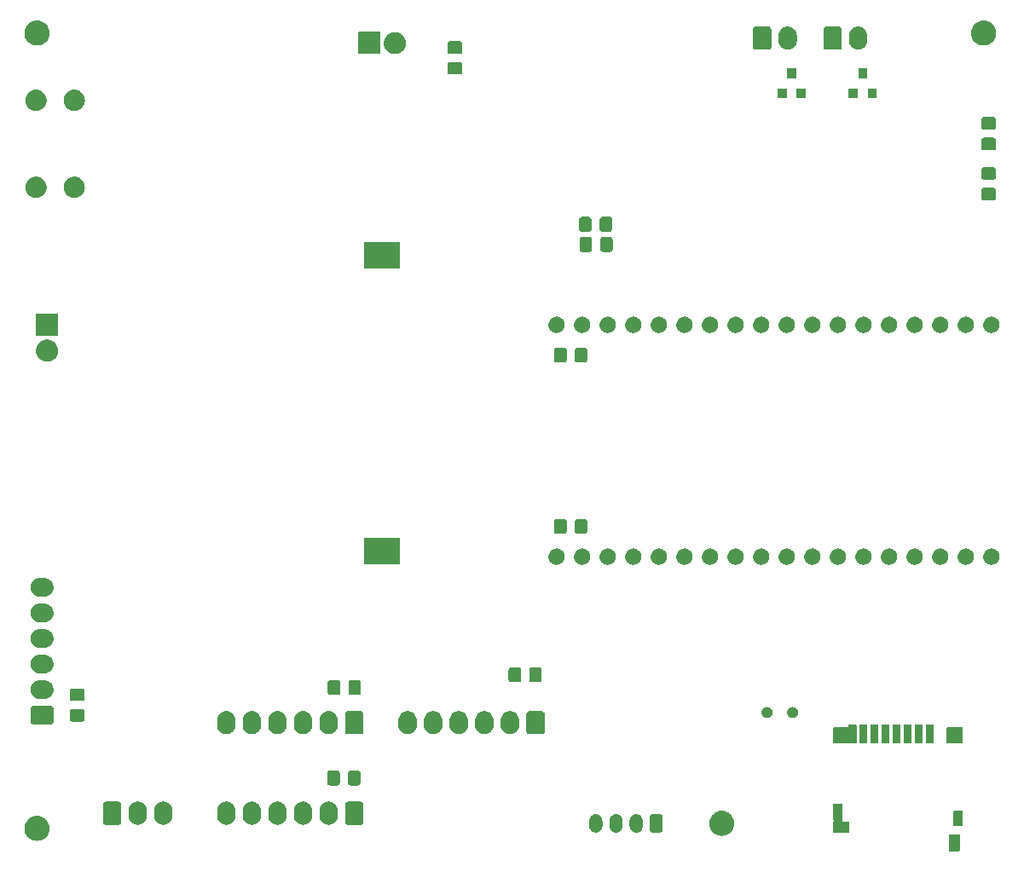
<source format=gbr>
G04 #@! TF.GenerationSoftware,KiCad,Pcbnew,7.0.2-6a45011f42~172~ubuntu22.04.1*
G04 #@! TF.CreationDate,2023-04-26T17:59:52-03:00*
G04 #@! TF.ProjectId,envcity_aqm_v2_2layers,656e7663-6974-4795-9f61-716d5f76325f,rev?*
G04 #@! TF.SameCoordinates,Original*
G04 #@! TF.FileFunction,Soldermask,Bot*
G04 #@! TF.FilePolarity,Negative*
%FSLAX46Y46*%
G04 Gerber Fmt 4.6, Leading zero omitted, Abs format (unit mm)*
G04 Created by KiCad (PCBNEW 7.0.2-6a45011f42~172~ubuntu22.04.1) date 2023-04-26 17:59:52*
%MOMM*%
%LPD*%
G01*
G04 APERTURE LIST*
G04 APERTURE END LIST*
G36*
X133148914Y-147356995D02*
G01*
X133164726Y-147363976D01*
X133172531Y-147365213D01*
X133205039Y-147381776D01*
X133250106Y-147401676D01*
X133328324Y-147479894D01*
X133348226Y-147524967D01*
X133364786Y-147557468D01*
X133366021Y-147565270D01*
X133373005Y-147581086D01*
X133381000Y-147650000D01*
X133381000Y-149350000D01*
X133373005Y-149418914D01*
X133366021Y-149434729D01*
X133364786Y-149442531D01*
X133348229Y-149475024D01*
X133328324Y-149520106D01*
X133250106Y-149598324D01*
X133205024Y-149618229D01*
X133172531Y-149634786D01*
X133164729Y-149636021D01*
X133148914Y-149643005D01*
X133080000Y-149651000D01*
X131840000Y-149651000D01*
X131771086Y-149643005D01*
X131755270Y-149636021D01*
X131747468Y-149634786D01*
X131714967Y-149618226D01*
X131669894Y-149598324D01*
X131591676Y-149520106D01*
X131571776Y-149475039D01*
X131555213Y-149442531D01*
X131553976Y-149434726D01*
X131546995Y-149418914D01*
X131539000Y-149350000D01*
X131539000Y-147650000D01*
X131546995Y-147581086D01*
X131553976Y-147565274D01*
X131555213Y-147557468D01*
X131571780Y-147524953D01*
X131591676Y-147479894D01*
X131669894Y-147401676D01*
X131714953Y-147381780D01*
X131747468Y-147365213D01*
X131755274Y-147363976D01*
X131771086Y-147356995D01*
X131840000Y-147349000D01*
X133080000Y-147349000D01*
X133148914Y-147356995D01*
G37*
G36*
X157188914Y-147356995D02*
G01*
X157204726Y-147363976D01*
X157212531Y-147365213D01*
X157245039Y-147381776D01*
X157290106Y-147401676D01*
X157368324Y-147479894D01*
X157388226Y-147524967D01*
X157404786Y-147557468D01*
X157406021Y-147565270D01*
X157413005Y-147581086D01*
X157421000Y-147650000D01*
X157421000Y-149350000D01*
X157413005Y-149418914D01*
X157406021Y-149434729D01*
X157404786Y-149442531D01*
X157388229Y-149475024D01*
X157368324Y-149520106D01*
X157290106Y-149598324D01*
X157245024Y-149618229D01*
X157212531Y-149634786D01*
X157204729Y-149636021D01*
X157188914Y-149643005D01*
X157120000Y-149651000D01*
X155880000Y-149651000D01*
X155811086Y-149643005D01*
X155795270Y-149636021D01*
X155787468Y-149634786D01*
X155754967Y-149618226D01*
X155709894Y-149598324D01*
X155631676Y-149520106D01*
X155611776Y-149475039D01*
X155595213Y-149442531D01*
X155593976Y-149434726D01*
X155586995Y-149418914D01*
X155579000Y-149350000D01*
X155579000Y-147650000D01*
X155586995Y-147581086D01*
X155593976Y-147565274D01*
X155595213Y-147557468D01*
X155611780Y-147524953D01*
X155631676Y-147479894D01*
X155709894Y-147401676D01*
X155754953Y-147381780D01*
X155787468Y-147365213D01*
X155795274Y-147363976D01*
X155811086Y-147356995D01*
X155880000Y-147349000D01*
X157120000Y-147349000D01*
X157188914Y-147356995D01*
G37*
G36*
X193053676Y-148254696D02*
G01*
X193103189Y-148254696D01*
X193157755Y-148263801D01*
X193217060Y-148268990D01*
X193263637Y-148281470D01*
X193306752Y-148288665D01*
X193364589Y-148308520D01*
X193427525Y-148325384D01*
X193466075Y-148343360D01*
X193501947Y-148355675D01*
X193560883Y-148387569D01*
X193625000Y-148417468D01*
X193655185Y-148438603D01*
X193683448Y-148453899D01*
X193740977Y-148498676D01*
X193803485Y-148542444D01*
X193825515Y-148564474D01*
X193846312Y-148580661D01*
X193899736Y-148638695D01*
X193957556Y-148696515D01*
X193972149Y-148717357D01*
X193986086Y-148732496D01*
X194032585Y-148803668D01*
X194082532Y-148875000D01*
X194090868Y-148892876D01*
X194098965Y-148905270D01*
X194135719Y-148989060D01*
X194174616Y-149072475D01*
X194178238Y-149085993D01*
X194181867Y-149094266D01*
X194206165Y-149190218D01*
X194231010Y-149282940D01*
X194231730Y-149291172D01*
X194232529Y-149294327D01*
X194241889Y-149407296D01*
X194250000Y-149500000D01*
X194241888Y-149592711D01*
X194232529Y-149705672D01*
X194231730Y-149708825D01*
X194231010Y-149717060D01*
X194206160Y-149809798D01*
X194181867Y-149905733D01*
X194178238Y-149914004D01*
X194174616Y-149927525D01*
X194135711Y-150010955D01*
X194098965Y-150094729D01*
X194090869Y-150107119D01*
X194082532Y-150125000D01*
X194032575Y-150196345D01*
X193986086Y-150267503D01*
X193972152Y-150282638D01*
X193957556Y-150303485D01*
X193899725Y-150361315D01*
X193846312Y-150419338D01*
X193825519Y-150435521D01*
X193803485Y-150457556D01*
X193740964Y-150501332D01*
X193683448Y-150546100D01*
X193655191Y-150561391D01*
X193625000Y-150582532D01*
X193560870Y-150612436D01*
X193501947Y-150644324D01*
X193466083Y-150656635D01*
X193427525Y-150674616D01*
X193364575Y-150691483D01*
X193306752Y-150711334D01*
X193263645Y-150718527D01*
X193217060Y-150731010D01*
X193157751Y-150736198D01*
X193103189Y-150745304D01*
X193053676Y-150745304D01*
X193000000Y-150750000D01*
X192946324Y-150745304D01*
X192896811Y-150745304D01*
X192842247Y-150736198D01*
X192782940Y-150731010D01*
X192736356Y-150718527D01*
X192693247Y-150711334D01*
X192635419Y-150691481D01*
X192572475Y-150674616D01*
X192533918Y-150656637D01*
X192498052Y-150644324D01*
X192439122Y-150612432D01*
X192375000Y-150582532D01*
X192344811Y-150561394D01*
X192316551Y-150546100D01*
X192259025Y-150501325D01*
X192196515Y-150457556D01*
X192174483Y-150435524D01*
X192153687Y-150419338D01*
X192100262Y-150361303D01*
X192042444Y-150303485D01*
X192027850Y-150282642D01*
X192013913Y-150267503D01*
X191967409Y-150196324D01*
X191917468Y-150125000D01*
X191909132Y-150107125D01*
X191901034Y-150094729D01*
X191864271Y-150010919D01*
X191825384Y-149927525D01*
X191821762Y-149914010D01*
X191818132Y-149905733D01*
X191793821Y-149809730D01*
X191768990Y-149717060D01*
X191768270Y-149708831D01*
X191767470Y-149705672D01*
X191758092Y-149592495D01*
X191750000Y-149500000D01*
X191758091Y-149407512D01*
X191767470Y-149294327D01*
X191768270Y-149291166D01*
X191768990Y-149282940D01*
X191793816Y-149190286D01*
X191818132Y-149094266D01*
X191821763Y-149085987D01*
X191825384Y-149072475D01*
X191864264Y-148989096D01*
X191901034Y-148905270D01*
X191909134Y-148892871D01*
X191917468Y-148875000D01*
X191967399Y-148803689D01*
X192013913Y-148732496D01*
X192027853Y-148717352D01*
X192042444Y-148696515D01*
X192100250Y-148638708D01*
X192153687Y-148580661D01*
X192174488Y-148564470D01*
X192196515Y-148542444D01*
X192259012Y-148498683D01*
X192316551Y-148453899D01*
X192344817Y-148438601D01*
X192375000Y-148417468D01*
X192439109Y-148387573D01*
X192498052Y-148355675D01*
X192533927Y-148343359D01*
X192572475Y-148325384D01*
X192635406Y-148308521D01*
X192693247Y-148288665D01*
X192736364Y-148281469D01*
X192782940Y-148268990D01*
X192842244Y-148263801D01*
X192896811Y-148254696D01*
X192946324Y-148254696D01*
X193000000Y-148250000D01*
X193053676Y-148254696D01*
G37*
G36*
X216594517Y-150627882D02*
G01*
X216611062Y-150638938D01*
X216622118Y-150655483D01*
X216626000Y-150675000D01*
X216626000Y-152225000D01*
X216622118Y-152244517D01*
X216611062Y-152261062D01*
X216594517Y-152272118D01*
X216575000Y-152276000D01*
X215575000Y-152276000D01*
X215555483Y-152272118D01*
X215538938Y-152261062D01*
X215527882Y-152244517D01*
X215524000Y-152225000D01*
X215524000Y-150675000D01*
X215527882Y-150655483D01*
X215538938Y-150638938D01*
X215555483Y-150627882D01*
X215575000Y-150624000D01*
X216575000Y-150624000D01*
X216594517Y-150627882D01*
G37*
G36*
X125053676Y-148754696D02*
G01*
X125103189Y-148754696D01*
X125157755Y-148763801D01*
X125217060Y-148768990D01*
X125263637Y-148781470D01*
X125306752Y-148788665D01*
X125364589Y-148808520D01*
X125427525Y-148825384D01*
X125466075Y-148843360D01*
X125501947Y-148855675D01*
X125560883Y-148887569D01*
X125625000Y-148917468D01*
X125655185Y-148938603D01*
X125683448Y-148953899D01*
X125740977Y-148998676D01*
X125803485Y-149042444D01*
X125825515Y-149064474D01*
X125846312Y-149080661D01*
X125899736Y-149138695D01*
X125957556Y-149196515D01*
X125972149Y-149217357D01*
X125986086Y-149232496D01*
X126032585Y-149303668D01*
X126082532Y-149375000D01*
X126090868Y-149392876D01*
X126098965Y-149405270D01*
X126135719Y-149489060D01*
X126174616Y-149572475D01*
X126178238Y-149585993D01*
X126181867Y-149594266D01*
X126206165Y-149690218D01*
X126231010Y-149782940D01*
X126231730Y-149791172D01*
X126232529Y-149794327D01*
X126241889Y-149907296D01*
X126250000Y-150000000D01*
X126241888Y-150092711D01*
X126232529Y-150205672D01*
X126231730Y-150208825D01*
X126231010Y-150217060D01*
X126206160Y-150309798D01*
X126181867Y-150405733D01*
X126178238Y-150414004D01*
X126174616Y-150427525D01*
X126135711Y-150510955D01*
X126098965Y-150594729D01*
X126090869Y-150607119D01*
X126082532Y-150625000D01*
X126032575Y-150696345D01*
X125986086Y-150767503D01*
X125972152Y-150782638D01*
X125957556Y-150803485D01*
X125899725Y-150861315D01*
X125846312Y-150919338D01*
X125825519Y-150935521D01*
X125803485Y-150957556D01*
X125740964Y-151001332D01*
X125683448Y-151046100D01*
X125655191Y-151061391D01*
X125625000Y-151082532D01*
X125560870Y-151112436D01*
X125501947Y-151144324D01*
X125466083Y-151156635D01*
X125427525Y-151174616D01*
X125364575Y-151191483D01*
X125306752Y-151211334D01*
X125263645Y-151218527D01*
X125217060Y-151231010D01*
X125157751Y-151236198D01*
X125103189Y-151245304D01*
X125053676Y-151245304D01*
X125000000Y-151250000D01*
X124946324Y-151245304D01*
X124896811Y-151245304D01*
X124842247Y-151236198D01*
X124782940Y-151231010D01*
X124736356Y-151218527D01*
X124693247Y-151211334D01*
X124635419Y-151191481D01*
X124572475Y-151174616D01*
X124533918Y-151156637D01*
X124498052Y-151144324D01*
X124439122Y-151112432D01*
X124375000Y-151082532D01*
X124344811Y-151061394D01*
X124316551Y-151046100D01*
X124259025Y-151001325D01*
X124196515Y-150957556D01*
X124174483Y-150935524D01*
X124153687Y-150919338D01*
X124100262Y-150861303D01*
X124042444Y-150803485D01*
X124027850Y-150782642D01*
X124013913Y-150767503D01*
X123967409Y-150696324D01*
X123917468Y-150625000D01*
X123909132Y-150607125D01*
X123901034Y-150594729D01*
X123864271Y-150510919D01*
X123825384Y-150427525D01*
X123821762Y-150414010D01*
X123818132Y-150405733D01*
X123793821Y-150309730D01*
X123768990Y-150217060D01*
X123768270Y-150208831D01*
X123767470Y-150205672D01*
X123758092Y-150092495D01*
X123750000Y-150000000D01*
X123758091Y-149907512D01*
X123767470Y-149794327D01*
X123768270Y-149791166D01*
X123768990Y-149782940D01*
X123793816Y-149690286D01*
X123818132Y-149594266D01*
X123821763Y-149585987D01*
X123825384Y-149572475D01*
X123864264Y-149489096D01*
X123901034Y-149405270D01*
X123909134Y-149392871D01*
X123917468Y-149375000D01*
X123967399Y-149303689D01*
X124013913Y-149232496D01*
X124027853Y-149217352D01*
X124042444Y-149196515D01*
X124100250Y-149138708D01*
X124153687Y-149080661D01*
X124174488Y-149064470D01*
X124196515Y-149042444D01*
X124259012Y-148998683D01*
X124316551Y-148953899D01*
X124344817Y-148938601D01*
X124375000Y-148917468D01*
X124439109Y-148887573D01*
X124498052Y-148855675D01*
X124533927Y-148843359D01*
X124572475Y-148825384D01*
X124635406Y-148808521D01*
X124693247Y-148788665D01*
X124736364Y-148781469D01*
X124782940Y-148768990D01*
X124842244Y-148763801D01*
X124896811Y-148754696D01*
X124946324Y-148754696D01*
X125000000Y-148750000D01*
X125053676Y-148754696D01*
G37*
G36*
X186918914Y-148581995D02*
G01*
X186934726Y-148588976D01*
X186942531Y-148590213D01*
X186975039Y-148606776D01*
X187020106Y-148626676D01*
X187098324Y-148704894D01*
X187118226Y-148749967D01*
X187134786Y-148782468D01*
X187136021Y-148790270D01*
X187143005Y-148806086D01*
X187151000Y-148875000D01*
X187151000Y-150125000D01*
X187143005Y-150193914D01*
X187136021Y-150209729D01*
X187134786Y-150217531D01*
X187118229Y-150250024D01*
X187098324Y-150295106D01*
X187020106Y-150373324D01*
X186975024Y-150393229D01*
X186942531Y-150409786D01*
X186934729Y-150411021D01*
X186918914Y-150418005D01*
X186850000Y-150426000D01*
X186150000Y-150426000D01*
X186081086Y-150418005D01*
X186065270Y-150411021D01*
X186057468Y-150409786D01*
X186024967Y-150393226D01*
X185979894Y-150373324D01*
X185901676Y-150295106D01*
X185881776Y-150250039D01*
X185865213Y-150217531D01*
X185863976Y-150209726D01*
X185856995Y-150193914D01*
X185849000Y-150125000D01*
X185849000Y-148875000D01*
X185856995Y-148806086D01*
X185863976Y-148790274D01*
X185865213Y-148782468D01*
X185881780Y-148749953D01*
X185901676Y-148704894D01*
X185979894Y-148626676D01*
X186024953Y-148606780D01*
X186057468Y-148590213D01*
X186065274Y-148588976D01*
X186081086Y-148581995D01*
X186150000Y-148574000D01*
X186850000Y-148574000D01*
X186918914Y-148581995D01*
G37*
G36*
X204944517Y-147577882D02*
G01*
X204961062Y-147588938D01*
X204972118Y-147605483D01*
X204976000Y-147625000D01*
X204976000Y-149125000D01*
X204972118Y-149144517D01*
X204961062Y-149161062D01*
X204955840Y-149164551D01*
X204937601Y-149191847D01*
X205008236Y-149324000D01*
X205575000Y-149324000D01*
X205594517Y-149327882D01*
X205611062Y-149338938D01*
X205622118Y-149355483D01*
X205626000Y-149375000D01*
X205626000Y-150375000D01*
X205622118Y-150394517D01*
X205611062Y-150411062D01*
X205594517Y-150422118D01*
X205575000Y-150426000D01*
X204125000Y-150426000D01*
X204105483Y-150422118D01*
X204088938Y-150411062D01*
X204077882Y-150394517D01*
X204074000Y-150375000D01*
X204074000Y-149375000D01*
X204077882Y-149355483D01*
X204088938Y-149338938D01*
X204105483Y-149327882D01*
X204111628Y-149326659D01*
X204126372Y-149316807D01*
X204126372Y-149183193D01*
X204111629Y-149173340D01*
X204105483Y-149172118D01*
X204088938Y-149161062D01*
X204077882Y-149144517D01*
X204074000Y-149125000D01*
X204074000Y-147625000D01*
X204077882Y-147605483D01*
X204088938Y-147588938D01*
X204105483Y-147577882D01*
X204125000Y-147574000D01*
X204925000Y-147574000D01*
X204944517Y-147577882D01*
G37*
G36*
X180517464Y-148576757D02*
G01*
X180540877Y-148575285D01*
X180593529Y-148585328D01*
X180644686Y-148591093D01*
X180669782Y-148599874D01*
X180701170Y-148605862D01*
X180742573Y-148625345D01*
X180782114Y-148639181D01*
X180812351Y-148658180D01*
X180848823Y-148675343D01*
X180877750Y-148699273D01*
X180905395Y-148716644D01*
X180937230Y-148748479D01*
X180974559Y-148779360D01*
X180991690Y-148802939D01*
X181008355Y-148819604D01*
X181037513Y-148866008D01*
X181070476Y-148911378D01*
X181078065Y-148930547D01*
X181085818Y-148942885D01*
X181107624Y-149005205D01*
X181130548Y-149063103D01*
X181132053Y-149075017D01*
X181133906Y-149080313D01*
X181143679Y-149167049D01*
X181151000Y-149225000D01*
X181151000Y-149775000D01*
X181145867Y-149856592D01*
X181137221Y-149890264D01*
X181133906Y-149919686D01*
X181117982Y-149965193D01*
X181105284Y-150014649D01*
X181092610Y-150037702D01*
X181085818Y-150057114D01*
X181054803Y-150106472D01*
X181026670Y-150157648D01*
X181014514Y-150170592D01*
X181008355Y-150180395D01*
X180958372Y-150230377D01*
X180914963Y-150276604D01*
X180907253Y-150281496D01*
X180905395Y-150283355D01*
X180797116Y-150351391D01*
X180777182Y-150364042D01*
X180717232Y-150383520D01*
X180644686Y-150408906D01*
X180636143Y-150409868D01*
X180621985Y-150414469D01*
X180561601Y-150418267D01*
X180500000Y-150425209D01*
X180482540Y-150423241D01*
X180459123Y-150424715D01*
X180406459Y-150414669D01*
X180355313Y-150408906D01*
X180330221Y-150400126D01*
X180298830Y-150394138D01*
X180257421Y-150374652D01*
X180217885Y-150360818D01*
X180187650Y-150341820D01*
X180151177Y-150324657D01*
X180122247Y-150300724D01*
X180094604Y-150283355D01*
X180062769Y-150251520D01*
X180025441Y-150220640D01*
X180008309Y-150197060D01*
X179991644Y-150180395D01*
X179962484Y-150133987D01*
X179929524Y-150088622D01*
X179921935Y-150069454D01*
X179914181Y-150057114D01*
X179892369Y-149994780D01*
X179869452Y-149936897D01*
X179867947Y-149924984D01*
X179866093Y-149919686D01*
X179856317Y-149832927D01*
X179849000Y-149775000D01*
X179849000Y-149225000D01*
X179854133Y-149143408D01*
X179862777Y-149109741D01*
X179866093Y-149080313D01*
X179882021Y-149034792D01*
X179894716Y-148985351D01*
X179907385Y-148962304D01*
X179914181Y-148942885D01*
X179945207Y-148893506D01*
X179973330Y-148842352D01*
X179985480Y-148829412D01*
X179991644Y-148819604D01*
X180041657Y-148769590D01*
X180085037Y-148723396D01*
X180092741Y-148718506D01*
X180094604Y-148716644D01*
X180203143Y-148648443D01*
X180222818Y-148635958D01*
X180282713Y-148616496D01*
X180355313Y-148591093D01*
X180363861Y-148590129D01*
X180378015Y-148585531D01*
X180438376Y-148581733D01*
X180499999Y-148574790D01*
X180517464Y-148576757D01*
G37*
G36*
X182517464Y-148576757D02*
G01*
X182540877Y-148575285D01*
X182593529Y-148585328D01*
X182644686Y-148591093D01*
X182669782Y-148599874D01*
X182701170Y-148605862D01*
X182742573Y-148625345D01*
X182782114Y-148639181D01*
X182812351Y-148658180D01*
X182848823Y-148675343D01*
X182877750Y-148699273D01*
X182905395Y-148716644D01*
X182937230Y-148748479D01*
X182974559Y-148779360D01*
X182991690Y-148802939D01*
X183008355Y-148819604D01*
X183037513Y-148866008D01*
X183070476Y-148911378D01*
X183078065Y-148930547D01*
X183085818Y-148942885D01*
X183107624Y-149005205D01*
X183130548Y-149063103D01*
X183132053Y-149075017D01*
X183133906Y-149080313D01*
X183143679Y-149167049D01*
X183151000Y-149225000D01*
X183151000Y-149775000D01*
X183145867Y-149856592D01*
X183137221Y-149890264D01*
X183133906Y-149919686D01*
X183117982Y-149965193D01*
X183105284Y-150014649D01*
X183092610Y-150037702D01*
X183085818Y-150057114D01*
X183054803Y-150106472D01*
X183026670Y-150157648D01*
X183014514Y-150170592D01*
X183008355Y-150180395D01*
X182958372Y-150230377D01*
X182914963Y-150276604D01*
X182907253Y-150281496D01*
X182905395Y-150283355D01*
X182797116Y-150351391D01*
X182777182Y-150364042D01*
X182717232Y-150383520D01*
X182644686Y-150408906D01*
X182636143Y-150409868D01*
X182621985Y-150414469D01*
X182561601Y-150418267D01*
X182500000Y-150425209D01*
X182482540Y-150423241D01*
X182459123Y-150424715D01*
X182406459Y-150414669D01*
X182355313Y-150408906D01*
X182330221Y-150400126D01*
X182298830Y-150394138D01*
X182257421Y-150374652D01*
X182217885Y-150360818D01*
X182187650Y-150341820D01*
X182151177Y-150324657D01*
X182122247Y-150300724D01*
X182094604Y-150283355D01*
X182062769Y-150251520D01*
X182025441Y-150220640D01*
X182008309Y-150197060D01*
X181991644Y-150180395D01*
X181962484Y-150133987D01*
X181929524Y-150088622D01*
X181921935Y-150069454D01*
X181914181Y-150057114D01*
X181892369Y-149994780D01*
X181869452Y-149936897D01*
X181867947Y-149924984D01*
X181866093Y-149919686D01*
X181856317Y-149832927D01*
X181849000Y-149775000D01*
X181849000Y-149225000D01*
X181854133Y-149143408D01*
X181862777Y-149109741D01*
X181866093Y-149080313D01*
X181882021Y-149034792D01*
X181894716Y-148985351D01*
X181907385Y-148962304D01*
X181914181Y-148942885D01*
X181945207Y-148893506D01*
X181973330Y-148842352D01*
X181985480Y-148829412D01*
X181991644Y-148819604D01*
X182041657Y-148769590D01*
X182085037Y-148723396D01*
X182092741Y-148718506D01*
X182094604Y-148716644D01*
X182203143Y-148648443D01*
X182222818Y-148635958D01*
X182282713Y-148616496D01*
X182355313Y-148591093D01*
X182363861Y-148590129D01*
X182378015Y-148585531D01*
X182438376Y-148581733D01*
X182499999Y-148574790D01*
X182517464Y-148576757D01*
G37*
G36*
X184517464Y-148576757D02*
G01*
X184540877Y-148575285D01*
X184593529Y-148585328D01*
X184644686Y-148591093D01*
X184669782Y-148599874D01*
X184701170Y-148605862D01*
X184742573Y-148625345D01*
X184782114Y-148639181D01*
X184812351Y-148658180D01*
X184848823Y-148675343D01*
X184877750Y-148699273D01*
X184905395Y-148716644D01*
X184937230Y-148748479D01*
X184974559Y-148779360D01*
X184991690Y-148802939D01*
X185008355Y-148819604D01*
X185037513Y-148866008D01*
X185070476Y-148911378D01*
X185078065Y-148930547D01*
X185085818Y-148942885D01*
X185107624Y-149005205D01*
X185130548Y-149063103D01*
X185132053Y-149075017D01*
X185133906Y-149080313D01*
X185143679Y-149167049D01*
X185151000Y-149225000D01*
X185151000Y-149775000D01*
X185145867Y-149856592D01*
X185137221Y-149890264D01*
X185133906Y-149919686D01*
X185117982Y-149965193D01*
X185105284Y-150014649D01*
X185092610Y-150037702D01*
X185085818Y-150057114D01*
X185054803Y-150106472D01*
X185026670Y-150157648D01*
X185014514Y-150170592D01*
X185008355Y-150180395D01*
X184958372Y-150230377D01*
X184914963Y-150276604D01*
X184907253Y-150281496D01*
X184905395Y-150283355D01*
X184797116Y-150351391D01*
X184777182Y-150364042D01*
X184717232Y-150383520D01*
X184644686Y-150408906D01*
X184636143Y-150409868D01*
X184621985Y-150414469D01*
X184561601Y-150418267D01*
X184500000Y-150425209D01*
X184482540Y-150423241D01*
X184459123Y-150424715D01*
X184406459Y-150414669D01*
X184355313Y-150408906D01*
X184330221Y-150400126D01*
X184298830Y-150394138D01*
X184257421Y-150374652D01*
X184217885Y-150360818D01*
X184187650Y-150341820D01*
X184151177Y-150324657D01*
X184122247Y-150300724D01*
X184094604Y-150283355D01*
X184062769Y-150251520D01*
X184025441Y-150220640D01*
X184008309Y-150197060D01*
X183991644Y-150180395D01*
X183962484Y-150133987D01*
X183929524Y-150088622D01*
X183921935Y-150069454D01*
X183914181Y-150057114D01*
X183892369Y-149994780D01*
X183869452Y-149936897D01*
X183867947Y-149924984D01*
X183866093Y-149919686D01*
X183856317Y-149832927D01*
X183849000Y-149775000D01*
X183849000Y-149225000D01*
X183854133Y-149143408D01*
X183862777Y-149109741D01*
X183866093Y-149080313D01*
X183882021Y-149034792D01*
X183894716Y-148985351D01*
X183907385Y-148962304D01*
X183914181Y-148942885D01*
X183945207Y-148893506D01*
X183973330Y-148842352D01*
X183985480Y-148829412D01*
X183991644Y-148819604D01*
X184041657Y-148769590D01*
X184085037Y-148723396D01*
X184092741Y-148718506D01*
X184094604Y-148716644D01*
X184203143Y-148648443D01*
X184222818Y-148635958D01*
X184282713Y-148616496D01*
X184355313Y-148591093D01*
X184363861Y-148590129D01*
X184378015Y-148585531D01*
X184438376Y-148581733D01*
X184499999Y-148574790D01*
X184517464Y-148576757D01*
G37*
G36*
X216894517Y-148277882D02*
G01*
X216911062Y-148288938D01*
X216922118Y-148305483D01*
X216926000Y-148325000D01*
X216926000Y-149725000D01*
X216922118Y-149744517D01*
X216911062Y-149761062D01*
X216894517Y-149772118D01*
X216875000Y-149776000D01*
X216075000Y-149776000D01*
X216055483Y-149772118D01*
X216038938Y-149761062D01*
X216027882Y-149744517D01*
X216024000Y-149725000D01*
X216024000Y-148325000D01*
X216027882Y-148305483D01*
X216038938Y-148288938D01*
X216055483Y-148277882D01*
X216075000Y-148274000D01*
X216875000Y-148274000D01*
X216894517Y-148277882D01*
G37*
G36*
X135045087Y-147354045D02*
G01*
X135096271Y-147354045D01*
X135140471Y-147363440D01*
X135179557Y-147367290D01*
X135228663Y-147382186D01*
X135284605Y-147394077D01*
X135320399Y-147410013D01*
X135352222Y-147419667D01*
X135402799Y-147446700D01*
X135460500Y-147472391D01*
X135487323Y-147491879D01*
X135511343Y-147504718D01*
X135560341Y-147544929D01*
X135616269Y-147585564D01*
X135634429Y-147605732D01*
X135650817Y-147619182D01*
X135694854Y-147672841D01*
X135745105Y-147728650D01*
X135755661Y-147746934D01*
X135765281Y-147758656D01*
X135800867Y-147825233D01*
X135841375Y-147895396D01*
X135846034Y-147909737D01*
X135850332Y-147917777D01*
X135874017Y-147995857D01*
X135900874Y-148078513D01*
X135901819Y-148087510D01*
X135902709Y-148090442D01*
X135911377Y-148178444D01*
X135921000Y-148270000D01*
X135921000Y-148730000D01*
X135911375Y-148821570D01*
X135902709Y-148909557D01*
X135901819Y-148912488D01*
X135900874Y-148921487D01*
X135874012Y-149004156D01*
X135850332Y-149082222D01*
X135846035Y-149090259D01*
X135841375Y-149104604D01*
X135800859Y-149174778D01*
X135765281Y-149241343D01*
X135755663Y-149253061D01*
X135745105Y-149271350D01*
X135694844Y-149327169D01*
X135650817Y-149380817D01*
X135634432Y-149394263D01*
X135616269Y-149414436D01*
X135560330Y-149455077D01*
X135511343Y-149495281D01*
X135487328Y-149508116D01*
X135460500Y-149527609D01*
X135402788Y-149553304D01*
X135352222Y-149580332D01*
X135320406Y-149589983D01*
X135284605Y-149605923D01*
X135228652Y-149617816D01*
X135179557Y-149632709D01*
X135140479Y-149636558D01*
X135096271Y-149645955D01*
X135045077Y-149645955D01*
X135000000Y-149650395D01*
X134954923Y-149645955D01*
X134903729Y-149645955D01*
X134859520Y-149636558D01*
X134820442Y-149632709D01*
X134771344Y-149617815D01*
X134715395Y-149605923D01*
X134679595Y-149589984D01*
X134647777Y-149580332D01*
X134597205Y-149553301D01*
X134539500Y-149527609D01*
X134512674Y-149508118D01*
X134488656Y-149495281D01*
X134439660Y-149455071D01*
X134383731Y-149414436D01*
X134365570Y-149394266D01*
X134349182Y-149380817D01*
X134305143Y-149327156D01*
X134254895Y-149271350D01*
X134244338Y-149253065D01*
X134234718Y-149241343D01*
X134199126Y-149174755D01*
X134158625Y-149104604D01*
X134153965Y-149090264D01*
X134149667Y-149082222D01*
X134125972Y-149004109D01*
X134099126Y-148921487D01*
X134098180Y-148912493D01*
X134097290Y-148909557D01*
X134088616Y-148821491D01*
X134079000Y-148730000D01*
X134079000Y-148270000D01*
X134088614Y-148178523D01*
X134097290Y-148090442D01*
X134098180Y-148087505D01*
X134099126Y-148078513D01*
X134125967Y-147995904D01*
X134149667Y-147917777D01*
X134153966Y-147909732D01*
X134158625Y-147895396D01*
X134199119Y-147825256D01*
X134234718Y-147758656D01*
X134244340Y-147746930D01*
X134254895Y-147728650D01*
X134305134Y-147672853D01*
X134349182Y-147619182D01*
X134365573Y-147605729D01*
X134383731Y-147585564D01*
X134439650Y-147544936D01*
X134488656Y-147504718D01*
X134512679Y-147491877D01*
X134539500Y-147472391D01*
X134597194Y-147446703D01*
X134647777Y-147419667D01*
X134679602Y-147410012D01*
X134715395Y-147394077D01*
X134771333Y-147382186D01*
X134820442Y-147367290D01*
X134859529Y-147363439D01*
X134903729Y-147354045D01*
X134954913Y-147354045D01*
X135000000Y-147349604D01*
X135045087Y-147354045D01*
G37*
G36*
X137585087Y-147354045D02*
G01*
X137636271Y-147354045D01*
X137680471Y-147363440D01*
X137719557Y-147367290D01*
X137768663Y-147382186D01*
X137824605Y-147394077D01*
X137860399Y-147410013D01*
X137892222Y-147419667D01*
X137942799Y-147446700D01*
X138000500Y-147472391D01*
X138027323Y-147491879D01*
X138051343Y-147504718D01*
X138100341Y-147544929D01*
X138156269Y-147585564D01*
X138174429Y-147605732D01*
X138190817Y-147619182D01*
X138234854Y-147672841D01*
X138285105Y-147728650D01*
X138295661Y-147746934D01*
X138305281Y-147758656D01*
X138340867Y-147825233D01*
X138381375Y-147895396D01*
X138386034Y-147909737D01*
X138390332Y-147917777D01*
X138414017Y-147995857D01*
X138440874Y-148078513D01*
X138441819Y-148087510D01*
X138442709Y-148090442D01*
X138451377Y-148178444D01*
X138461000Y-148270000D01*
X138461000Y-148730000D01*
X138451375Y-148821570D01*
X138442709Y-148909557D01*
X138441819Y-148912488D01*
X138440874Y-148921487D01*
X138414012Y-149004156D01*
X138390332Y-149082222D01*
X138386035Y-149090259D01*
X138381375Y-149104604D01*
X138340859Y-149174778D01*
X138305281Y-149241343D01*
X138295663Y-149253061D01*
X138285105Y-149271350D01*
X138234844Y-149327169D01*
X138190817Y-149380817D01*
X138174432Y-149394263D01*
X138156269Y-149414436D01*
X138100330Y-149455077D01*
X138051343Y-149495281D01*
X138027328Y-149508116D01*
X138000500Y-149527609D01*
X137942788Y-149553304D01*
X137892222Y-149580332D01*
X137860406Y-149589983D01*
X137824605Y-149605923D01*
X137768652Y-149617816D01*
X137719557Y-149632709D01*
X137680479Y-149636558D01*
X137636271Y-149645955D01*
X137585077Y-149645955D01*
X137540000Y-149650395D01*
X137494923Y-149645955D01*
X137443729Y-149645955D01*
X137399520Y-149636558D01*
X137360442Y-149632709D01*
X137311344Y-149617815D01*
X137255395Y-149605923D01*
X137219595Y-149589984D01*
X137187777Y-149580332D01*
X137137205Y-149553301D01*
X137079500Y-149527609D01*
X137052674Y-149508118D01*
X137028656Y-149495281D01*
X136979660Y-149455071D01*
X136923731Y-149414436D01*
X136905570Y-149394266D01*
X136889182Y-149380817D01*
X136845143Y-149327156D01*
X136794895Y-149271350D01*
X136784338Y-149253065D01*
X136774718Y-149241343D01*
X136739126Y-149174755D01*
X136698625Y-149104604D01*
X136693965Y-149090264D01*
X136689667Y-149082222D01*
X136665972Y-149004109D01*
X136639126Y-148921487D01*
X136638180Y-148912493D01*
X136637290Y-148909557D01*
X136628616Y-148821491D01*
X136619000Y-148730000D01*
X136619000Y-148270000D01*
X136628614Y-148178523D01*
X136637290Y-148090442D01*
X136638180Y-148087505D01*
X136639126Y-148078513D01*
X136665967Y-147995904D01*
X136689667Y-147917777D01*
X136693966Y-147909732D01*
X136698625Y-147895396D01*
X136739119Y-147825256D01*
X136774718Y-147758656D01*
X136784340Y-147746930D01*
X136794895Y-147728650D01*
X136845134Y-147672853D01*
X136889182Y-147619182D01*
X136905573Y-147605729D01*
X136923731Y-147585564D01*
X136979650Y-147544936D01*
X137028656Y-147504718D01*
X137052679Y-147491877D01*
X137079500Y-147472391D01*
X137137194Y-147446703D01*
X137187777Y-147419667D01*
X137219602Y-147410012D01*
X137255395Y-147394077D01*
X137311333Y-147382186D01*
X137360442Y-147367290D01*
X137399529Y-147363439D01*
X137443729Y-147354045D01*
X137494913Y-147354045D01*
X137540000Y-147349604D01*
X137585087Y-147354045D01*
G37*
G36*
X143845087Y-147354045D02*
G01*
X143896271Y-147354045D01*
X143940471Y-147363440D01*
X143979557Y-147367290D01*
X144028663Y-147382186D01*
X144084605Y-147394077D01*
X144120399Y-147410013D01*
X144152222Y-147419667D01*
X144202799Y-147446700D01*
X144260500Y-147472391D01*
X144287323Y-147491879D01*
X144311343Y-147504718D01*
X144360341Y-147544929D01*
X144416269Y-147585564D01*
X144434429Y-147605732D01*
X144450817Y-147619182D01*
X144494854Y-147672841D01*
X144545105Y-147728650D01*
X144555661Y-147746934D01*
X144565281Y-147758656D01*
X144600867Y-147825233D01*
X144641375Y-147895396D01*
X144646034Y-147909737D01*
X144650332Y-147917777D01*
X144674017Y-147995857D01*
X144700874Y-148078513D01*
X144701819Y-148087510D01*
X144702709Y-148090442D01*
X144711377Y-148178444D01*
X144721000Y-148270000D01*
X144721000Y-148730000D01*
X144711375Y-148821570D01*
X144702709Y-148909557D01*
X144701819Y-148912488D01*
X144700874Y-148921487D01*
X144674012Y-149004156D01*
X144650332Y-149082222D01*
X144646035Y-149090259D01*
X144641375Y-149104604D01*
X144600859Y-149174778D01*
X144565281Y-149241343D01*
X144555663Y-149253061D01*
X144545105Y-149271350D01*
X144494844Y-149327169D01*
X144450817Y-149380817D01*
X144434432Y-149394263D01*
X144416269Y-149414436D01*
X144360330Y-149455077D01*
X144311343Y-149495281D01*
X144287328Y-149508116D01*
X144260500Y-149527609D01*
X144202788Y-149553304D01*
X144152222Y-149580332D01*
X144120406Y-149589983D01*
X144084605Y-149605923D01*
X144028652Y-149617816D01*
X143979557Y-149632709D01*
X143940479Y-149636558D01*
X143896271Y-149645955D01*
X143845077Y-149645955D01*
X143800000Y-149650395D01*
X143754923Y-149645955D01*
X143703729Y-149645955D01*
X143659520Y-149636558D01*
X143620442Y-149632709D01*
X143571344Y-149617815D01*
X143515395Y-149605923D01*
X143479595Y-149589984D01*
X143447777Y-149580332D01*
X143397205Y-149553301D01*
X143339500Y-149527609D01*
X143312674Y-149508118D01*
X143288656Y-149495281D01*
X143239660Y-149455071D01*
X143183731Y-149414436D01*
X143165570Y-149394266D01*
X143149182Y-149380817D01*
X143105143Y-149327156D01*
X143054895Y-149271350D01*
X143044338Y-149253065D01*
X143034718Y-149241343D01*
X142999126Y-149174755D01*
X142958625Y-149104604D01*
X142953965Y-149090264D01*
X142949667Y-149082222D01*
X142925972Y-149004109D01*
X142899126Y-148921487D01*
X142898180Y-148912493D01*
X142897290Y-148909557D01*
X142888616Y-148821491D01*
X142879000Y-148730000D01*
X142879000Y-148270000D01*
X142888614Y-148178523D01*
X142897290Y-148090442D01*
X142898180Y-148087505D01*
X142899126Y-148078513D01*
X142925967Y-147995904D01*
X142949667Y-147917777D01*
X142953966Y-147909732D01*
X142958625Y-147895396D01*
X142999119Y-147825256D01*
X143034718Y-147758656D01*
X143044340Y-147746930D01*
X143054895Y-147728650D01*
X143105134Y-147672853D01*
X143149182Y-147619182D01*
X143165573Y-147605729D01*
X143183731Y-147585564D01*
X143239650Y-147544936D01*
X143288656Y-147504718D01*
X143312679Y-147491877D01*
X143339500Y-147472391D01*
X143397194Y-147446703D01*
X143447777Y-147419667D01*
X143479602Y-147410012D01*
X143515395Y-147394077D01*
X143571333Y-147382186D01*
X143620442Y-147367290D01*
X143659529Y-147363439D01*
X143703729Y-147354045D01*
X143754913Y-147354045D01*
X143800000Y-147349604D01*
X143845087Y-147354045D01*
G37*
G36*
X146385087Y-147354045D02*
G01*
X146436271Y-147354045D01*
X146480471Y-147363440D01*
X146519557Y-147367290D01*
X146568663Y-147382186D01*
X146624605Y-147394077D01*
X146660399Y-147410013D01*
X146692222Y-147419667D01*
X146742799Y-147446700D01*
X146800500Y-147472391D01*
X146827323Y-147491879D01*
X146851343Y-147504718D01*
X146900341Y-147544929D01*
X146956269Y-147585564D01*
X146974429Y-147605732D01*
X146990817Y-147619182D01*
X147034854Y-147672841D01*
X147085105Y-147728650D01*
X147095661Y-147746934D01*
X147105281Y-147758656D01*
X147140867Y-147825233D01*
X147181375Y-147895396D01*
X147186034Y-147909737D01*
X147190332Y-147917777D01*
X147214017Y-147995857D01*
X147240874Y-148078513D01*
X147241819Y-148087510D01*
X147242709Y-148090442D01*
X147251377Y-148178444D01*
X147261000Y-148270000D01*
X147261000Y-148730000D01*
X147251375Y-148821570D01*
X147242709Y-148909557D01*
X147241819Y-148912488D01*
X147240874Y-148921487D01*
X147214012Y-149004156D01*
X147190332Y-149082222D01*
X147186035Y-149090259D01*
X147181375Y-149104604D01*
X147140859Y-149174778D01*
X147105281Y-149241343D01*
X147095663Y-149253061D01*
X147085105Y-149271350D01*
X147034844Y-149327169D01*
X146990817Y-149380817D01*
X146974432Y-149394263D01*
X146956269Y-149414436D01*
X146900330Y-149455077D01*
X146851343Y-149495281D01*
X146827328Y-149508116D01*
X146800500Y-149527609D01*
X146742788Y-149553304D01*
X146692222Y-149580332D01*
X146660406Y-149589983D01*
X146624605Y-149605923D01*
X146568652Y-149617816D01*
X146519557Y-149632709D01*
X146480479Y-149636558D01*
X146436271Y-149645955D01*
X146385077Y-149645955D01*
X146340000Y-149650395D01*
X146294923Y-149645955D01*
X146243729Y-149645955D01*
X146199520Y-149636558D01*
X146160442Y-149632709D01*
X146111344Y-149617815D01*
X146055395Y-149605923D01*
X146019595Y-149589984D01*
X145987777Y-149580332D01*
X145937205Y-149553301D01*
X145879500Y-149527609D01*
X145852674Y-149508118D01*
X145828656Y-149495281D01*
X145779660Y-149455071D01*
X145723731Y-149414436D01*
X145705570Y-149394266D01*
X145689182Y-149380817D01*
X145645143Y-149327156D01*
X145594895Y-149271350D01*
X145584338Y-149253065D01*
X145574718Y-149241343D01*
X145539126Y-149174755D01*
X145498625Y-149104604D01*
X145493965Y-149090264D01*
X145489667Y-149082222D01*
X145465972Y-149004109D01*
X145439126Y-148921487D01*
X145438180Y-148912493D01*
X145437290Y-148909557D01*
X145428616Y-148821491D01*
X145419000Y-148730000D01*
X145419000Y-148270000D01*
X145428614Y-148178523D01*
X145437290Y-148090442D01*
X145438180Y-148087505D01*
X145439126Y-148078513D01*
X145465967Y-147995904D01*
X145489667Y-147917777D01*
X145493966Y-147909732D01*
X145498625Y-147895396D01*
X145539119Y-147825256D01*
X145574718Y-147758656D01*
X145584340Y-147746930D01*
X145594895Y-147728650D01*
X145645134Y-147672853D01*
X145689182Y-147619182D01*
X145705573Y-147605729D01*
X145723731Y-147585564D01*
X145779650Y-147544936D01*
X145828656Y-147504718D01*
X145852679Y-147491877D01*
X145879500Y-147472391D01*
X145937194Y-147446703D01*
X145987777Y-147419667D01*
X146019602Y-147410012D01*
X146055395Y-147394077D01*
X146111333Y-147382186D01*
X146160442Y-147367290D01*
X146199529Y-147363439D01*
X146243729Y-147354045D01*
X146294913Y-147354045D01*
X146340000Y-147349604D01*
X146385087Y-147354045D01*
G37*
G36*
X148925087Y-147354045D02*
G01*
X148976271Y-147354045D01*
X149020471Y-147363440D01*
X149059557Y-147367290D01*
X149108663Y-147382186D01*
X149164605Y-147394077D01*
X149200399Y-147410013D01*
X149232222Y-147419667D01*
X149282799Y-147446700D01*
X149340500Y-147472391D01*
X149367323Y-147491879D01*
X149391343Y-147504718D01*
X149440341Y-147544929D01*
X149496269Y-147585564D01*
X149514429Y-147605732D01*
X149530817Y-147619182D01*
X149574854Y-147672841D01*
X149625105Y-147728650D01*
X149635661Y-147746934D01*
X149645281Y-147758656D01*
X149680867Y-147825233D01*
X149721375Y-147895396D01*
X149726034Y-147909737D01*
X149730332Y-147917777D01*
X149754017Y-147995857D01*
X149780874Y-148078513D01*
X149781819Y-148087510D01*
X149782709Y-148090442D01*
X149791377Y-148178444D01*
X149801000Y-148270000D01*
X149801000Y-148730000D01*
X149791375Y-148821570D01*
X149782709Y-148909557D01*
X149781819Y-148912488D01*
X149780874Y-148921487D01*
X149754012Y-149004156D01*
X149730332Y-149082222D01*
X149726035Y-149090259D01*
X149721375Y-149104604D01*
X149680859Y-149174778D01*
X149645281Y-149241343D01*
X149635663Y-149253061D01*
X149625105Y-149271350D01*
X149574844Y-149327169D01*
X149530817Y-149380817D01*
X149514432Y-149394263D01*
X149496269Y-149414436D01*
X149440330Y-149455077D01*
X149391343Y-149495281D01*
X149367328Y-149508116D01*
X149340500Y-149527609D01*
X149282788Y-149553304D01*
X149232222Y-149580332D01*
X149200406Y-149589983D01*
X149164605Y-149605923D01*
X149108652Y-149617816D01*
X149059557Y-149632709D01*
X149020479Y-149636558D01*
X148976271Y-149645955D01*
X148925077Y-149645955D01*
X148880000Y-149650395D01*
X148834923Y-149645955D01*
X148783729Y-149645955D01*
X148739520Y-149636558D01*
X148700442Y-149632709D01*
X148651344Y-149617815D01*
X148595395Y-149605923D01*
X148559595Y-149589984D01*
X148527777Y-149580332D01*
X148477205Y-149553301D01*
X148419500Y-149527609D01*
X148392674Y-149508118D01*
X148368656Y-149495281D01*
X148319660Y-149455071D01*
X148263731Y-149414436D01*
X148245570Y-149394266D01*
X148229182Y-149380817D01*
X148185143Y-149327156D01*
X148134895Y-149271350D01*
X148124338Y-149253065D01*
X148114718Y-149241343D01*
X148079126Y-149174755D01*
X148038625Y-149104604D01*
X148033965Y-149090264D01*
X148029667Y-149082222D01*
X148005972Y-149004109D01*
X147979126Y-148921487D01*
X147978180Y-148912493D01*
X147977290Y-148909557D01*
X147968616Y-148821491D01*
X147959000Y-148730000D01*
X147959000Y-148270000D01*
X147968614Y-148178523D01*
X147977290Y-148090442D01*
X147978180Y-148087505D01*
X147979126Y-148078513D01*
X148005967Y-147995904D01*
X148029667Y-147917777D01*
X148033966Y-147909732D01*
X148038625Y-147895396D01*
X148079119Y-147825256D01*
X148114718Y-147758656D01*
X148124340Y-147746930D01*
X148134895Y-147728650D01*
X148185134Y-147672853D01*
X148229182Y-147619182D01*
X148245573Y-147605729D01*
X148263731Y-147585564D01*
X148319650Y-147544936D01*
X148368656Y-147504718D01*
X148392679Y-147491877D01*
X148419500Y-147472391D01*
X148477194Y-147446703D01*
X148527777Y-147419667D01*
X148559602Y-147410012D01*
X148595395Y-147394077D01*
X148651333Y-147382186D01*
X148700442Y-147367290D01*
X148739529Y-147363439D01*
X148783729Y-147354045D01*
X148834913Y-147354045D01*
X148880000Y-147349604D01*
X148925087Y-147354045D01*
G37*
G36*
X151465087Y-147354045D02*
G01*
X151516271Y-147354045D01*
X151560471Y-147363440D01*
X151599557Y-147367290D01*
X151648663Y-147382186D01*
X151704605Y-147394077D01*
X151740399Y-147410013D01*
X151772222Y-147419667D01*
X151822799Y-147446700D01*
X151880500Y-147472391D01*
X151907323Y-147491879D01*
X151931343Y-147504718D01*
X151980341Y-147544929D01*
X152036269Y-147585564D01*
X152054429Y-147605732D01*
X152070817Y-147619182D01*
X152114854Y-147672841D01*
X152165105Y-147728650D01*
X152175661Y-147746934D01*
X152185281Y-147758656D01*
X152220867Y-147825233D01*
X152261375Y-147895396D01*
X152266034Y-147909737D01*
X152270332Y-147917777D01*
X152294017Y-147995857D01*
X152320874Y-148078513D01*
X152321819Y-148087510D01*
X152322709Y-148090442D01*
X152331377Y-148178444D01*
X152341000Y-148270000D01*
X152341000Y-148730000D01*
X152331375Y-148821570D01*
X152322709Y-148909557D01*
X152321819Y-148912488D01*
X152320874Y-148921487D01*
X152294012Y-149004156D01*
X152270332Y-149082222D01*
X152266035Y-149090259D01*
X152261375Y-149104604D01*
X152220859Y-149174778D01*
X152185281Y-149241343D01*
X152175663Y-149253061D01*
X152165105Y-149271350D01*
X152114844Y-149327169D01*
X152070817Y-149380817D01*
X152054432Y-149394263D01*
X152036269Y-149414436D01*
X151980330Y-149455077D01*
X151931343Y-149495281D01*
X151907328Y-149508116D01*
X151880500Y-149527609D01*
X151822788Y-149553304D01*
X151772222Y-149580332D01*
X151740406Y-149589983D01*
X151704605Y-149605923D01*
X151648652Y-149617816D01*
X151599557Y-149632709D01*
X151560479Y-149636558D01*
X151516271Y-149645955D01*
X151465077Y-149645955D01*
X151420000Y-149650395D01*
X151374923Y-149645955D01*
X151323729Y-149645955D01*
X151279520Y-149636558D01*
X151240442Y-149632709D01*
X151191344Y-149617815D01*
X151135395Y-149605923D01*
X151099595Y-149589984D01*
X151067777Y-149580332D01*
X151017205Y-149553301D01*
X150959500Y-149527609D01*
X150932674Y-149508118D01*
X150908656Y-149495281D01*
X150859660Y-149455071D01*
X150803731Y-149414436D01*
X150785570Y-149394266D01*
X150769182Y-149380817D01*
X150725143Y-149327156D01*
X150674895Y-149271350D01*
X150664338Y-149253065D01*
X150654718Y-149241343D01*
X150619126Y-149174755D01*
X150578625Y-149104604D01*
X150573965Y-149090264D01*
X150569667Y-149082222D01*
X150545972Y-149004109D01*
X150519126Y-148921487D01*
X150518180Y-148912493D01*
X150517290Y-148909557D01*
X150508616Y-148821491D01*
X150499000Y-148730000D01*
X150499000Y-148270000D01*
X150508614Y-148178523D01*
X150517290Y-148090442D01*
X150518180Y-148087505D01*
X150519126Y-148078513D01*
X150545967Y-147995904D01*
X150569667Y-147917777D01*
X150573966Y-147909732D01*
X150578625Y-147895396D01*
X150619119Y-147825256D01*
X150654718Y-147758656D01*
X150664340Y-147746930D01*
X150674895Y-147728650D01*
X150725134Y-147672853D01*
X150769182Y-147619182D01*
X150785573Y-147605729D01*
X150803731Y-147585564D01*
X150859650Y-147544936D01*
X150908656Y-147504718D01*
X150932679Y-147491877D01*
X150959500Y-147472391D01*
X151017194Y-147446703D01*
X151067777Y-147419667D01*
X151099602Y-147410012D01*
X151135395Y-147394077D01*
X151191333Y-147382186D01*
X151240442Y-147367290D01*
X151279529Y-147363439D01*
X151323729Y-147354045D01*
X151374913Y-147354045D01*
X151420000Y-147349604D01*
X151465087Y-147354045D01*
G37*
G36*
X154005087Y-147354045D02*
G01*
X154056271Y-147354045D01*
X154100471Y-147363440D01*
X154139557Y-147367290D01*
X154188663Y-147382186D01*
X154244605Y-147394077D01*
X154280399Y-147410013D01*
X154312222Y-147419667D01*
X154362799Y-147446700D01*
X154420500Y-147472391D01*
X154447323Y-147491879D01*
X154471343Y-147504718D01*
X154520341Y-147544929D01*
X154576269Y-147585564D01*
X154594429Y-147605732D01*
X154610817Y-147619182D01*
X154654854Y-147672841D01*
X154705105Y-147728650D01*
X154715661Y-147746934D01*
X154725281Y-147758656D01*
X154760867Y-147825233D01*
X154801375Y-147895396D01*
X154806034Y-147909737D01*
X154810332Y-147917777D01*
X154834017Y-147995857D01*
X154860874Y-148078513D01*
X154861819Y-148087510D01*
X154862709Y-148090442D01*
X154871377Y-148178444D01*
X154881000Y-148270000D01*
X154881000Y-148730000D01*
X154871375Y-148821570D01*
X154862709Y-148909557D01*
X154861819Y-148912488D01*
X154860874Y-148921487D01*
X154834012Y-149004156D01*
X154810332Y-149082222D01*
X154806035Y-149090259D01*
X154801375Y-149104604D01*
X154760859Y-149174778D01*
X154725281Y-149241343D01*
X154715663Y-149253061D01*
X154705105Y-149271350D01*
X154654844Y-149327169D01*
X154610817Y-149380817D01*
X154594432Y-149394263D01*
X154576269Y-149414436D01*
X154520330Y-149455077D01*
X154471343Y-149495281D01*
X154447328Y-149508116D01*
X154420500Y-149527609D01*
X154362788Y-149553304D01*
X154312222Y-149580332D01*
X154280406Y-149589983D01*
X154244605Y-149605923D01*
X154188652Y-149617816D01*
X154139557Y-149632709D01*
X154100479Y-149636558D01*
X154056271Y-149645955D01*
X154005077Y-149645955D01*
X153960000Y-149650395D01*
X153914923Y-149645955D01*
X153863729Y-149645955D01*
X153819520Y-149636558D01*
X153780442Y-149632709D01*
X153731344Y-149617815D01*
X153675395Y-149605923D01*
X153639595Y-149589984D01*
X153607777Y-149580332D01*
X153557205Y-149553301D01*
X153499500Y-149527609D01*
X153472674Y-149508118D01*
X153448656Y-149495281D01*
X153399660Y-149455071D01*
X153343731Y-149414436D01*
X153325570Y-149394266D01*
X153309182Y-149380817D01*
X153265143Y-149327156D01*
X153214895Y-149271350D01*
X153204338Y-149253065D01*
X153194718Y-149241343D01*
X153159126Y-149174755D01*
X153118625Y-149104604D01*
X153113965Y-149090264D01*
X153109667Y-149082222D01*
X153085972Y-149004109D01*
X153059126Y-148921487D01*
X153058180Y-148912493D01*
X153057290Y-148909557D01*
X153048616Y-148821491D01*
X153039000Y-148730000D01*
X153039000Y-148270000D01*
X153048614Y-148178523D01*
X153057290Y-148090442D01*
X153058180Y-148087505D01*
X153059126Y-148078513D01*
X153085967Y-147995904D01*
X153109667Y-147917777D01*
X153113966Y-147909732D01*
X153118625Y-147895396D01*
X153159119Y-147825256D01*
X153194718Y-147758656D01*
X153204340Y-147746930D01*
X153214895Y-147728650D01*
X153265134Y-147672853D01*
X153309182Y-147619182D01*
X153325573Y-147605729D01*
X153343731Y-147585564D01*
X153399650Y-147544936D01*
X153448656Y-147504718D01*
X153472679Y-147491877D01*
X153499500Y-147472391D01*
X153557194Y-147446703D01*
X153607777Y-147419667D01*
X153639602Y-147410012D01*
X153675395Y-147394077D01*
X153731333Y-147382186D01*
X153780442Y-147367290D01*
X153819529Y-147363439D01*
X153863729Y-147354045D01*
X153914913Y-147354045D01*
X153960000Y-147349604D01*
X154005087Y-147354045D01*
G37*
G36*
X154843914Y-144256995D02*
G01*
X154859726Y-144263976D01*
X154867531Y-144265213D01*
X154900039Y-144281776D01*
X154945106Y-144301676D01*
X155023324Y-144379894D01*
X155043226Y-144424967D01*
X155059786Y-144457468D01*
X155061021Y-144465270D01*
X155068005Y-144481086D01*
X155076000Y-144550000D01*
X155076000Y-145450000D01*
X155068005Y-145518914D01*
X155061021Y-145534729D01*
X155059786Y-145542531D01*
X155043229Y-145575024D01*
X155023324Y-145620106D01*
X154945106Y-145698324D01*
X154900024Y-145718229D01*
X154867531Y-145734786D01*
X154859729Y-145736021D01*
X154843914Y-145743005D01*
X154775000Y-145751000D01*
X154125000Y-145751000D01*
X154056086Y-145743005D01*
X154040270Y-145736021D01*
X154032468Y-145734786D01*
X153999967Y-145718226D01*
X153954894Y-145698324D01*
X153876676Y-145620106D01*
X153856776Y-145575039D01*
X153840213Y-145542531D01*
X153838976Y-145534726D01*
X153831995Y-145518914D01*
X153824000Y-145450000D01*
X153824000Y-144550000D01*
X153831995Y-144481086D01*
X153838976Y-144465274D01*
X153840213Y-144457468D01*
X153856780Y-144424953D01*
X153876676Y-144379894D01*
X153954894Y-144301676D01*
X153999953Y-144281780D01*
X154032468Y-144265213D01*
X154040274Y-144263976D01*
X154056086Y-144256995D01*
X154125000Y-144249000D01*
X154775000Y-144249000D01*
X154843914Y-144256995D01*
G37*
G36*
X156893914Y-144256995D02*
G01*
X156909726Y-144263976D01*
X156917531Y-144265213D01*
X156950039Y-144281776D01*
X156995106Y-144301676D01*
X157073324Y-144379894D01*
X157093226Y-144424967D01*
X157109786Y-144457468D01*
X157111021Y-144465270D01*
X157118005Y-144481086D01*
X157126000Y-144550000D01*
X157126000Y-145450000D01*
X157118005Y-145518914D01*
X157111021Y-145534729D01*
X157109786Y-145542531D01*
X157093229Y-145575024D01*
X157073324Y-145620106D01*
X156995106Y-145698324D01*
X156950024Y-145718229D01*
X156917531Y-145734786D01*
X156909729Y-145736021D01*
X156893914Y-145743005D01*
X156825000Y-145751000D01*
X156175000Y-145751000D01*
X156106086Y-145743005D01*
X156090270Y-145736021D01*
X156082468Y-145734786D01*
X156049967Y-145718226D01*
X156004894Y-145698324D01*
X155926676Y-145620106D01*
X155906776Y-145575039D01*
X155890213Y-145542531D01*
X155888976Y-145534726D01*
X155881995Y-145518914D01*
X155874000Y-145450000D01*
X155874000Y-144550000D01*
X155881995Y-144481086D01*
X155888976Y-144465274D01*
X155890213Y-144457468D01*
X155906780Y-144424953D01*
X155926676Y-144379894D01*
X156004894Y-144301676D01*
X156049953Y-144281780D01*
X156082468Y-144265213D01*
X156090274Y-144263976D01*
X156106086Y-144256995D01*
X156175000Y-144249000D01*
X156825000Y-144249000D01*
X156893914Y-144256995D01*
G37*
G36*
X126418914Y-137836995D02*
G01*
X126434726Y-137843976D01*
X126442531Y-137845213D01*
X126475039Y-137861776D01*
X126520106Y-137881676D01*
X126598324Y-137959894D01*
X126618226Y-138004967D01*
X126634786Y-138037468D01*
X126636021Y-138045270D01*
X126643005Y-138061086D01*
X126651000Y-138130000D01*
X126651000Y-139370000D01*
X126643005Y-139438914D01*
X126636021Y-139454729D01*
X126634786Y-139462531D01*
X126618229Y-139495024D01*
X126598324Y-139540106D01*
X126520106Y-139618324D01*
X126475024Y-139638229D01*
X126442531Y-139654786D01*
X126434729Y-139656021D01*
X126418914Y-139663005D01*
X126350000Y-139671000D01*
X124650000Y-139671000D01*
X124581086Y-139663005D01*
X124565270Y-139656021D01*
X124557468Y-139654786D01*
X124524967Y-139638226D01*
X124479894Y-139618324D01*
X124401676Y-139540106D01*
X124381776Y-139495039D01*
X124365213Y-139462531D01*
X124363976Y-139454726D01*
X124356995Y-139438914D01*
X124349000Y-139370000D01*
X124349000Y-138130000D01*
X124356995Y-138061086D01*
X124363976Y-138045274D01*
X124365213Y-138037468D01*
X124381780Y-138004953D01*
X124401676Y-137959894D01*
X124479894Y-137881676D01*
X124524953Y-137861780D01*
X124557468Y-137845213D01*
X124565274Y-137843976D01*
X124581086Y-137836995D01*
X124650000Y-137829000D01*
X126350000Y-137829000D01*
X126418914Y-137836995D01*
G37*
G36*
X129518914Y-138156995D02*
G01*
X129534726Y-138163976D01*
X129542531Y-138165213D01*
X129575039Y-138181776D01*
X129620106Y-138201676D01*
X129698324Y-138279894D01*
X129718226Y-138324967D01*
X129734786Y-138357468D01*
X129736021Y-138365270D01*
X129743005Y-138381086D01*
X129751000Y-138450000D01*
X129751000Y-139100000D01*
X129743005Y-139168914D01*
X129736021Y-139184729D01*
X129734786Y-139192531D01*
X129718229Y-139225024D01*
X129698324Y-139270106D01*
X129620106Y-139348324D01*
X129575024Y-139368229D01*
X129542531Y-139384786D01*
X129534729Y-139386021D01*
X129518914Y-139393005D01*
X129450000Y-139401000D01*
X128550000Y-139401000D01*
X128481086Y-139393005D01*
X128465270Y-139386021D01*
X128457468Y-139384786D01*
X128424967Y-139368226D01*
X128379894Y-139348324D01*
X128301676Y-139270106D01*
X128281776Y-139225039D01*
X128265213Y-139192531D01*
X128263976Y-139184726D01*
X128256995Y-139168914D01*
X128249000Y-139100000D01*
X128249000Y-138450000D01*
X128256995Y-138381086D01*
X128263976Y-138365274D01*
X128265213Y-138357468D01*
X128281780Y-138324953D01*
X128301676Y-138279894D01*
X128379894Y-138201676D01*
X128424953Y-138181780D01*
X128457468Y-138165213D01*
X128465274Y-138163976D01*
X128481086Y-138156995D01*
X128550000Y-138149000D01*
X129450000Y-138149000D01*
X129518914Y-138156995D01*
G37*
G36*
X157188914Y-138356995D02*
G01*
X157204726Y-138363976D01*
X157212531Y-138365213D01*
X157245039Y-138381776D01*
X157290106Y-138401676D01*
X157368324Y-138479894D01*
X157388226Y-138524967D01*
X157404786Y-138557468D01*
X157406021Y-138565270D01*
X157413005Y-138581086D01*
X157421000Y-138650000D01*
X157421000Y-140350000D01*
X157413005Y-140418914D01*
X157406021Y-140434729D01*
X157404786Y-140442531D01*
X157388229Y-140475024D01*
X157368324Y-140520106D01*
X157290106Y-140598324D01*
X157245024Y-140618229D01*
X157212531Y-140634786D01*
X157204729Y-140636021D01*
X157188914Y-140643005D01*
X157120000Y-140651000D01*
X155880000Y-140651000D01*
X155811086Y-140643005D01*
X155795270Y-140636021D01*
X155787468Y-140634786D01*
X155754967Y-140618226D01*
X155709894Y-140598324D01*
X155631676Y-140520106D01*
X155611776Y-140475039D01*
X155595213Y-140442531D01*
X155593976Y-140434726D01*
X155586995Y-140418914D01*
X155579000Y-140350000D01*
X155579000Y-138650000D01*
X155586995Y-138581086D01*
X155593976Y-138565274D01*
X155595213Y-138557468D01*
X155611780Y-138524953D01*
X155631676Y-138479894D01*
X155709894Y-138401676D01*
X155754953Y-138381780D01*
X155787468Y-138365213D01*
X155795274Y-138363976D01*
X155811086Y-138356995D01*
X155880000Y-138349000D01*
X157120000Y-138349000D01*
X157188914Y-138356995D01*
G37*
G36*
X175188914Y-138356995D02*
G01*
X175204726Y-138363976D01*
X175212531Y-138365213D01*
X175245039Y-138381776D01*
X175290106Y-138401676D01*
X175368324Y-138479894D01*
X175388226Y-138524967D01*
X175404786Y-138557468D01*
X175406021Y-138565270D01*
X175413005Y-138581086D01*
X175421000Y-138650000D01*
X175421000Y-140350000D01*
X175413005Y-140418914D01*
X175406021Y-140434729D01*
X175404786Y-140442531D01*
X175388229Y-140475024D01*
X175368324Y-140520106D01*
X175290106Y-140598324D01*
X175245024Y-140618229D01*
X175212531Y-140634786D01*
X175204729Y-140636021D01*
X175188914Y-140643005D01*
X175120000Y-140651000D01*
X173880000Y-140651000D01*
X173811086Y-140643005D01*
X173795270Y-140636021D01*
X173787468Y-140634786D01*
X173754967Y-140618226D01*
X173709894Y-140598324D01*
X173631676Y-140520106D01*
X173611776Y-140475039D01*
X173595213Y-140442531D01*
X173593976Y-140434726D01*
X173586995Y-140418914D01*
X173579000Y-140350000D01*
X173579000Y-138650000D01*
X173586995Y-138581086D01*
X173593976Y-138565274D01*
X173595213Y-138557468D01*
X173611780Y-138524953D01*
X173631676Y-138479894D01*
X173709894Y-138401676D01*
X173754953Y-138381780D01*
X173787468Y-138365213D01*
X173795274Y-138363976D01*
X173811086Y-138356995D01*
X173880000Y-138349000D01*
X175120000Y-138349000D01*
X175188914Y-138356995D01*
G37*
G36*
X206344517Y-139727882D02*
G01*
X206361062Y-139738938D01*
X206372118Y-139755483D01*
X206376000Y-139775000D01*
X206376000Y-141525000D01*
X206372118Y-141544517D01*
X206361062Y-141561062D01*
X206344517Y-141572118D01*
X206325000Y-141576000D01*
X205625000Y-141576000D01*
X205605483Y-141572118D01*
X205588938Y-141561062D01*
X205585451Y-141555844D01*
X205562918Y-141540788D01*
X205487082Y-141540788D01*
X205464548Y-141555844D01*
X205461062Y-141561062D01*
X205444517Y-141572118D01*
X205425000Y-141576000D01*
X204125000Y-141576000D01*
X204105483Y-141572118D01*
X204088938Y-141561062D01*
X204077882Y-141544517D01*
X204074000Y-141525000D01*
X204074000Y-140025000D01*
X204077882Y-140005483D01*
X204088938Y-139988938D01*
X204105483Y-139977882D01*
X204125000Y-139974000D01*
X205425000Y-139974000D01*
X205444517Y-139977882D01*
X205449735Y-139981368D01*
X205482599Y-139987906D01*
X205574000Y-139912895D01*
X205574000Y-139787310D01*
X205574000Y-139775000D01*
X205577882Y-139755483D01*
X205588938Y-139738938D01*
X205605483Y-139727882D01*
X205625000Y-139724000D01*
X206325000Y-139724000D01*
X206344517Y-139727882D01*
G37*
G36*
X207444517Y-139727882D02*
G01*
X207461062Y-139738938D01*
X207472118Y-139755483D01*
X207476000Y-139775000D01*
X207476000Y-141525000D01*
X207472118Y-141544517D01*
X207461062Y-141561062D01*
X207444517Y-141572118D01*
X207425000Y-141576000D01*
X206725000Y-141576000D01*
X206705483Y-141572118D01*
X206688938Y-141561062D01*
X206677882Y-141544517D01*
X206674000Y-141525000D01*
X206674000Y-139775000D01*
X206677882Y-139755483D01*
X206688938Y-139738938D01*
X206705483Y-139727882D01*
X206725000Y-139724000D01*
X207425000Y-139724000D01*
X207444517Y-139727882D01*
G37*
G36*
X208544517Y-139727882D02*
G01*
X208561062Y-139738938D01*
X208572118Y-139755483D01*
X208576000Y-139775000D01*
X208576000Y-141525000D01*
X208572118Y-141544517D01*
X208561062Y-141561062D01*
X208544517Y-141572118D01*
X208525000Y-141576000D01*
X207825000Y-141576000D01*
X207805483Y-141572118D01*
X207788938Y-141561062D01*
X207777882Y-141544517D01*
X207774000Y-141525000D01*
X207774000Y-139775000D01*
X207777882Y-139755483D01*
X207788938Y-139738938D01*
X207805483Y-139727882D01*
X207825000Y-139724000D01*
X208525000Y-139724000D01*
X208544517Y-139727882D01*
G37*
G36*
X209644517Y-139727882D02*
G01*
X209661062Y-139738938D01*
X209672118Y-139755483D01*
X209676000Y-139775000D01*
X209676000Y-141525000D01*
X209672118Y-141544517D01*
X209661062Y-141561062D01*
X209644517Y-141572118D01*
X209625000Y-141576000D01*
X208925000Y-141576000D01*
X208905483Y-141572118D01*
X208888938Y-141561062D01*
X208877882Y-141544517D01*
X208874000Y-141525000D01*
X208874000Y-139775000D01*
X208877882Y-139755483D01*
X208888938Y-139738938D01*
X208905483Y-139727882D01*
X208925000Y-139724000D01*
X209625000Y-139724000D01*
X209644517Y-139727882D01*
G37*
G36*
X210744517Y-139727882D02*
G01*
X210761062Y-139738938D01*
X210772118Y-139755483D01*
X210776000Y-139775000D01*
X210776000Y-141525000D01*
X210772118Y-141544517D01*
X210761062Y-141561062D01*
X210744517Y-141572118D01*
X210725000Y-141576000D01*
X210025000Y-141576000D01*
X210005483Y-141572118D01*
X209988938Y-141561062D01*
X209977882Y-141544517D01*
X209974000Y-141525000D01*
X209974000Y-139775000D01*
X209977882Y-139755483D01*
X209988938Y-139738938D01*
X210005483Y-139727882D01*
X210025000Y-139724000D01*
X210725000Y-139724000D01*
X210744517Y-139727882D01*
G37*
G36*
X211844517Y-139727882D02*
G01*
X211861062Y-139738938D01*
X211872118Y-139755483D01*
X211876000Y-139775000D01*
X211876000Y-141525000D01*
X211872118Y-141544517D01*
X211861062Y-141561062D01*
X211844517Y-141572118D01*
X211825000Y-141576000D01*
X211125000Y-141576000D01*
X211105483Y-141572118D01*
X211088938Y-141561062D01*
X211077882Y-141544517D01*
X211074000Y-141525000D01*
X211074000Y-139775000D01*
X211077882Y-139755483D01*
X211088938Y-139738938D01*
X211105483Y-139727882D01*
X211125000Y-139724000D01*
X211825000Y-139724000D01*
X211844517Y-139727882D01*
G37*
G36*
X212944517Y-139727882D02*
G01*
X212961062Y-139738938D01*
X212972118Y-139755483D01*
X212976000Y-139775000D01*
X212976000Y-141525000D01*
X212972118Y-141544517D01*
X212961062Y-141561062D01*
X212944517Y-141572118D01*
X212925000Y-141576000D01*
X212225000Y-141576000D01*
X212205483Y-141572118D01*
X212188938Y-141561062D01*
X212177882Y-141544517D01*
X212174000Y-141525000D01*
X212174000Y-139775000D01*
X212177882Y-139755483D01*
X212188938Y-139738938D01*
X212205483Y-139727882D01*
X212225000Y-139724000D01*
X212925000Y-139724000D01*
X212944517Y-139727882D01*
G37*
G36*
X214044517Y-139727882D02*
G01*
X214061062Y-139738938D01*
X214072118Y-139755483D01*
X214076000Y-139775000D01*
X214076000Y-141525000D01*
X214072118Y-141544517D01*
X214061062Y-141561062D01*
X214044517Y-141572118D01*
X214025000Y-141576000D01*
X213325000Y-141576000D01*
X213305483Y-141572118D01*
X213288938Y-141561062D01*
X213277882Y-141544517D01*
X213274000Y-141525000D01*
X213274000Y-139775000D01*
X213277882Y-139755483D01*
X213288938Y-139738938D01*
X213305483Y-139727882D01*
X213325000Y-139724000D01*
X214025000Y-139724000D01*
X214044517Y-139727882D01*
G37*
G36*
X216894517Y-139977882D02*
G01*
X216911062Y-139988938D01*
X216922118Y-140005483D01*
X216926000Y-140025000D01*
X216926000Y-141525000D01*
X216922118Y-141544517D01*
X216911062Y-141561062D01*
X216894517Y-141572118D01*
X216875000Y-141576000D01*
X215375000Y-141576000D01*
X215355483Y-141572118D01*
X215338938Y-141561062D01*
X215327882Y-141544517D01*
X215324000Y-141525000D01*
X215324000Y-140025000D01*
X215327882Y-140005483D01*
X215338938Y-139988938D01*
X215355483Y-139977882D01*
X215375000Y-139974000D01*
X216875000Y-139974000D01*
X216894517Y-139977882D01*
G37*
G36*
X143845087Y-138354045D02*
G01*
X143896271Y-138354045D01*
X143940471Y-138363440D01*
X143979557Y-138367290D01*
X144028663Y-138382186D01*
X144084605Y-138394077D01*
X144120399Y-138410013D01*
X144152222Y-138419667D01*
X144202799Y-138446700D01*
X144260500Y-138472391D01*
X144287323Y-138491879D01*
X144311343Y-138504718D01*
X144360341Y-138544929D01*
X144416269Y-138585564D01*
X144434429Y-138605732D01*
X144450817Y-138619182D01*
X144494854Y-138672841D01*
X144545105Y-138728650D01*
X144555661Y-138746934D01*
X144565281Y-138758656D01*
X144600867Y-138825233D01*
X144641375Y-138895396D01*
X144646034Y-138909737D01*
X144650332Y-138917777D01*
X144674017Y-138995857D01*
X144700874Y-139078513D01*
X144701819Y-139087510D01*
X144702709Y-139090442D01*
X144711377Y-139178444D01*
X144721000Y-139270000D01*
X144721000Y-139730000D01*
X144711375Y-139821570D01*
X144702709Y-139909557D01*
X144701819Y-139912488D01*
X144700874Y-139921487D01*
X144674012Y-140004156D01*
X144650332Y-140082222D01*
X144646035Y-140090259D01*
X144641375Y-140104604D01*
X144600859Y-140174778D01*
X144565281Y-140241343D01*
X144555663Y-140253061D01*
X144545105Y-140271350D01*
X144494844Y-140327169D01*
X144450817Y-140380817D01*
X144434432Y-140394263D01*
X144416269Y-140414436D01*
X144360330Y-140455077D01*
X144311343Y-140495281D01*
X144287328Y-140508116D01*
X144260500Y-140527609D01*
X144202788Y-140553304D01*
X144152222Y-140580332D01*
X144120406Y-140589983D01*
X144084605Y-140605923D01*
X144028652Y-140617816D01*
X143979557Y-140632709D01*
X143940479Y-140636558D01*
X143896271Y-140645955D01*
X143845077Y-140645955D01*
X143800000Y-140650395D01*
X143754923Y-140645955D01*
X143703729Y-140645955D01*
X143659520Y-140636558D01*
X143620442Y-140632709D01*
X143571344Y-140617815D01*
X143515395Y-140605923D01*
X143479595Y-140589984D01*
X143447777Y-140580332D01*
X143397205Y-140553301D01*
X143339500Y-140527609D01*
X143312674Y-140508118D01*
X143288656Y-140495281D01*
X143239660Y-140455071D01*
X143183731Y-140414436D01*
X143165570Y-140394266D01*
X143149182Y-140380817D01*
X143105143Y-140327156D01*
X143054895Y-140271350D01*
X143044338Y-140253065D01*
X143034718Y-140241343D01*
X142999126Y-140174755D01*
X142958625Y-140104604D01*
X142953965Y-140090264D01*
X142949667Y-140082222D01*
X142925972Y-140004109D01*
X142899126Y-139921487D01*
X142898180Y-139912493D01*
X142897290Y-139909557D01*
X142888616Y-139821491D01*
X142879000Y-139730000D01*
X142879000Y-139270000D01*
X142888614Y-139178523D01*
X142897290Y-139090442D01*
X142898180Y-139087505D01*
X142899126Y-139078513D01*
X142925967Y-138995904D01*
X142949667Y-138917777D01*
X142953966Y-138909732D01*
X142958625Y-138895396D01*
X142999119Y-138825256D01*
X143034718Y-138758656D01*
X143044340Y-138746930D01*
X143054895Y-138728650D01*
X143105134Y-138672853D01*
X143149182Y-138619182D01*
X143165573Y-138605729D01*
X143183731Y-138585564D01*
X143239650Y-138544936D01*
X143288656Y-138504718D01*
X143312679Y-138491877D01*
X143339500Y-138472391D01*
X143397194Y-138446703D01*
X143447777Y-138419667D01*
X143479602Y-138410012D01*
X143515395Y-138394077D01*
X143571333Y-138382186D01*
X143620442Y-138367290D01*
X143659529Y-138363439D01*
X143703729Y-138354045D01*
X143754913Y-138354045D01*
X143800000Y-138349604D01*
X143845087Y-138354045D01*
G37*
G36*
X146385087Y-138354045D02*
G01*
X146436271Y-138354045D01*
X146480471Y-138363440D01*
X146519557Y-138367290D01*
X146568663Y-138382186D01*
X146624605Y-138394077D01*
X146660399Y-138410013D01*
X146692222Y-138419667D01*
X146742799Y-138446700D01*
X146800500Y-138472391D01*
X146827323Y-138491879D01*
X146851343Y-138504718D01*
X146900341Y-138544929D01*
X146956269Y-138585564D01*
X146974429Y-138605732D01*
X146990817Y-138619182D01*
X147034854Y-138672841D01*
X147085105Y-138728650D01*
X147095661Y-138746934D01*
X147105281Y-138758656D01*
X147140867Y-138825233D01*
X147181375Y-138895396D01*
X147186034Y-138909737D01*
X147190332Y-138917777D01*
X147214017Y-138995857D01*
X147240874Y-139078513D01*
X147241819Y-139087510D01*
X147242709Y-139090442D01*
X147251377Y-139178444D01*
X147261000Y-139270000D01*
X147261000Y-139730000D01*
X147251375Y-139821570D01*
X147242709Y-139909557D01*
X147241819Y-139912488D01*
X147240874Y-139921487D01*
X147214012Y-140004156D01*
X147190332Y-140082222D01*
X147186035Y-140090259D01*
X147181375Y-140104604D01*
X147140859Y-140174778D01*
X147105281Y-140241343D01*
X147095663Y-140253061D01*
X147085105Y-140271350D01*
X147034844Y-140327169D01*
X146990817Y-140380817D01*
X146974432Y-140394263D01*
X146956269Y-140414436D01*
X146900330Y-140455077D01*
X146851343Y-140495281D01*
X146827328Y-140508116D01*
X146800500Y-140527609D01*
X146742788Y-140553304D01*
X146692222Y-140580332D01*
X146660406Y-140589983D01*
X146624605Y-140605923D01*
X146568652Y-140617816D01*
X146519557Y-140632709D01*
X146480479Y-140636558D01*
X146436271Y-140645955D01*
X146385077Y-140645955D01*
X146340000Y-140650395D01*
X146294923Y-140645955D01*
X146243729Y-140645955D01*
X146199520Y-140636558D01*
X146160442Y-140632709D01*
X146111344Y-140617815D01*
X146055395Y-140605923D01*
X146019595Y-140589984D01*
X145987777Y-140580332D01*
X145937205Y-140553301D01*
X145879500Y-140527609D01*
X145852674Y-140508118D01*
X145828656Y-140495281D01*
X145779660Y-140455071D01*
X145723731Y-140414436D01*
X145705570Y-140394266D01*
X145689182Y-140380817D01*
X145645143Y-140327156D01*
X145594895Y-140271350D01*
X145584338Y-140253065D01*
X145574718Y-140241343D01*
X145539126Y-140174755D01*
X145498625Y-140104604D01*
X145493965Y-140090264D01*
X145489667Y-140082222D01*
X145465972Y-140004109D01*
X145439126Y-139921487D01*
X145438180Y-139912493D01*
X145437290Y-139909557D01*
X145428616Y-139821491D01*
X145419000Y-139730000D01*
X145419000Y-139270000D01*
X145428614Y-139178523D01*
X145437290Y-139090442D01*
X145438180Y-139087505D01*
X145439126Y-139078513D01*
X145465967Y-138995904D01*
X145489667Y-138917777D01*
X145493966Y-138909732D01*
X145498625Y-138895396D01*
X145539119Y-138825256D01*
X145574718Y-138758656D01*
X145584340Y-138746930D01*
X145594895Y-138728650D01*
X145645134Y-138672853D01*
X145689182Y-138619182D01*
X145705573Y-138605729D01*
X145723731Y-138585564D01*
X145779650Y-138544936D01*
X145828656Y-138504718D01*
X145852679Y-138491877D01*
X145879500Y-138472391D01*
X145937194Y-138446703D01*
X145987777Y-138419667D01*
X146019602Y-138410012D01*
X146055395Y-138394077D01*
X146111333Y-138382186D01*
X146160442Y-138367290D01*
X146199529Y-138363439D01*
X146243729Y-138354045D01*
X146294913Y-138354045D01*
X146340000Y-138349604D01*
X146385087Y-138354045D01*
G37*
G36*
X148925087Y-138354045D02*
G01*
X148976271Y-138354045D01*
X149020471Y-138363440D01*
X149059557Y-138367290D01*
X149108663Y-138382186D01*
X149164605Y-138394077D01*
X149200399Y-138410013D01*
X149232222Y-138419667D01*
X149282799Y-138446700D01*
X149340500Y-138472391D01*
X149367323Y-138491879D01*
X149391343Y-138504718D01*
X149440341Y-138544929D01*
X149496269Y-138585564D01*
X149514429Y-138605732D01*
X149530817Y-138619182D01*
X149574854Y-138672841D01*
X149625105Y-138728650D01*
X149635661Y-138746934D01*
X149645281Y-138758656D01*
X149680867Y-138825233D01*
X149721375Y-138895396D01*
X149726034Y-138909737D01*
X149730332Y-138917777D01*
X149754017Y-138995857D01*
X149780874Y-139078513D01*
X149781819Y-139087510D01*
X149782709Y-139090442D01*
X149791377Y-139178444D01*
X149801000Y-139270000D01*
X149801000Y-139730000D01*
X149791375Y-139821570D01*
X149782709Y-139909557D01*
X149781819Y-139912488D01*
X149780874Y-139921487D01*
X149754012Y-140004156D01*
X149730332Y-140082222D01*
X149726035Y-140090259D01*
X149721375Y-140104604D01*
X149680859Y-140174778D01*
X149645281Y-140241343D01*
X149635663Y-140253061D01*
X149625105Y-140271350D01*
X149574844Y-140327169D01*
X149530817Y-140380817D01*
X149514432Y-140394263D01*
X149496269Y-140414436D01*
X149440330Y-140455077D01*
X149391343Y-140495281D01*
X149367328Y-140508116D01*
X149340500Y-140527609D01*
X149282788Y-140553304D01*
X149232222Y-140580332D01*
X149200406Y-140589983D01*
X149164605Y-140605923D01*
X149108652Y-140617816D01*
X149059557Y-140632709D01*
X149020479Y-140636558D01*
X148976271Y-140645955D01*
X148925077Y-140645955D01*
X148880000Y-140650395D01*
X148834923Y-140645955D01*
X148783729Y-140645955D01*
X148739520Y-140636558D01*
X148700442Y-140632709D01*
X148651344Y-140617815D01*
X148595395Y-140605923D01*
X148559595Y-140589984D01*
X148527777Y-140580332D01*
X148477205Y-140553301D01*
X148419500Y-140527609D01*
X148392674Y-140508118D01*
X148368656Y-140495281D01*
X148319660Y-140455071D01*
X148263731Y-140414436D01*
X148245570Y-140394266D01*
X148229182Y-140380817D01*
X148185143Y-140327156D01*
X148134895Y-140271350D01*
X148124338Y-140253065D01*
X148114718Y-140241343D01*
X148079126Y-140174755D01*
X148038625Y-140104604D01*
X148033965Y-140090264D01*
X148029667Y-140082222D01*
X148005972Y-140004109D01*
X147979126Y-139921487D01*
X147978180Y-139912493D01*
X147977290Y-139909557D01*
X147968616Y-139821491D01*
X147959000Y-139730000D01*
X147959000Y-139270000D01*
X147968614Y-139178523D01*
X147977290Y-139090442D01*
X147978180Y-139087505D01*
X147979126Y-139078513D01*
X148005967Y-138995904D01*
X148029667Y-138917777D01*
X148033966Y-138909732D01*
X148038625Y-138895396D01*
X148079119Y-138825256D01*
X148114718Y-138758656D01*
X148124340Y-138746930D01*
X148134895Y-138728650D01*
X148185134Y-138672853D01*
X148229182Y-138619182D01*
X148245573Y-138605729D01*
X148263731Y-138585564D01*
X148319650Y-138544936D01*
X148368656Y-138504718D01*
X148392679Y-138491877D01*
X148419500Y-138472391D01*
X148477194Y-138446703D01*
X148527777Y-138419667D01*
X148559602Y-138410012D01*
X148595395Y-138394077D01*
X148651333Y-138382186D01*
X148700442Y-138367290D01*
X148739529Y-138363439D01*
X148783729Y-138354045D01*
X148834913Y-138354045D01*
X148880000Y-138349604D01*
X148925087Y-138354045D01*
G37*
G36*
X151465087Y-138354045D02*
G01*
X151516271Y-138354045D01*
X151560471Y-138363440D01*
X151599557Y-138367290D01*
X151648663Y-138382186D01*
X151704605Y-138394077D01*
X151740399Y-138410013D01*
X151772222Y-138419667D01*
X151822799Y-138446700D01*
X151880500Y-138472391D01*
X151907323Y-138491879D01*
X151931343Y-138504718D01*
X151980341Y-138544929D01*
X152036269Y-138585564D01*
X152054429Y-138605732D01*
X152070817Y-138619182D01*
X152114854Y-138672841D01*
X152165105Y-138728650D01*
X152175661Y-138746934D01*
X152185281Y-138758656D01*
X152220867Y-138825233D01*
X152261375Y-138895396D01*
X152266034Y-138909737D01*
X152270332Y-138917777D01*
X152294017Y-138995857D01*
X152320874Y-139078513D01*
X152321819Y-139087510D01*
X152322709Y-139090442D01*
X152331377Y-139178444D01*
X152341000Y-139270000D01*
X152341000Y-139730000D01*
X152331375Y-139821570D01*
X152322709Y-139909557D01*
X152321819Y-139912488D01*
X152320874Y-139921487D01*
X152294012Y-140004156D01*
X152270332Y-140082222D01*
X152266035Y-140090259D01*
X152261375Y-140104604D01*
X152220859Y-140174778D01*
X152185281Y-140241343D01*
X152175663Y-140253061D01*
X152165105Y-140271350D01*
X152114844Y-140327169D01*
X152070817Y-140380817D01*
X152054432Y-140394263D01*
X152036269Y-140414436D01*
X151980330Y-140455077D01*
X151931343Y-140495281D01*
X151907328Y-140508116D01*
X151880500Y-140527609D01*
X151822788Y-140553304D01*
X151772222Y-140580332D01*
X151740406Y-140589983D01*
X151704605Y-140605923D01*
X151648652Y-140617816D01*
X151599557Y-140632709D01*
X151560479Y-140636558D01*
X151516271Y-140645955D01*
X151465077Y-140645955D01*
X151420000Y-140650395D01*
X151374923Y-140645955D01*
X151323729Y-140645955D01*
X151279520Y-140636558D01*
X151240442Y-140632709D01*
X151191344Y-140617815D01*
X151135395Y-140605923D01*
X151099595Y-140589984D01*
X151067777Y-140580332D01*
X151017205Y-140553301D01*
X150959500Y-140527609D01*
X150932674Y-140508118D01*
X150908656Y-140495281D01*
X150859660Y-140455071D01*
X150803731Y-140414436D01*
X150785570Y-140394266D01*
X150769182Y-140380817D01*
X150725143Y-140327156D01*
X150674895Y-140271350D01*
X150664338Y-140253065D01*
X150654718Y-140241343D01*
X150619126Y-140174755D01*
X150578625Y-140104604D01*
X150573965Y-140090264D01*
X150569667Y-140082222D01*
X150545972Y-140004109D01*
X150519126Y-139921487D01*
X150518180Y-139912493D01*
X150517290Y-139909557D01*
X150508616Y-139821491D01*
X150499000Y-139730000D01*
X150499000Y-139270000D01*
X150508614Y-139178523D01*
X150517290Y-139090442D01*
X150518180Y-139087505D01*
X150519126Y-139078513D01*
X150545967Y-138995904D01*
X150569667Y-138917777D01*
X150573966Y-138909732D01*
X150578625Y-138895396D01*
X150619119Y-138825256D01*
X150654718Y-138758656D01*
X150664340Y-138746930D01*
X150674895Y-138728650D01*
X150725134Y-138672853D01*
X150769182Y-138619182D01*
X150785573Y-138605729D01*
X150803731Y-138585564D01*
X150859650Y-138544936D01*
X150908656Y-138504718D01*
X150932679Y-138491877D01*
X150959500Y-138472391D01*
X151017194Y-138446703D01*
X151067777Y-138419667D01*
X151099602Y-138410012D01*
X151135395Y-138394077D01*
X151191333Y-138382186D01*
X151240442Y-138367290D01*
X151279529Y-138363439D01*
X151323729Y-138354045D01*
X151374913Y-138354045D01*
X151420000Y-138349604D01*
X151465087Y-138354045D01*
G37*
G36*
X154005087Y-138354045D02*
G01*
X154056271Y-138354045D01*
X154100471Y-138363440D01*
X154139557Y-138367290D01*
X154188663Y-138382186D01*
X154244605Y-138394077D01*
X154280399Y-138410013D01*
X154312222Y-138419667D01*
X154362799Y-138446700D01*
X154420500Y-138472391D01*
X154447323Y-138491879D01*
X154471343Y-138504718D01*
X154520341Y-138544929D01*
X154576269Y-138585564D01*
X154594429Y-138605732D01*
X154610817Y-138619182D01*
X154654854Y-138672841D01*
X154705105Y-138728650D01*
X154715661Y-138746934D01*
X154725281Y-138758656D01*
X154760867Y-138825233D01*
X154801375Y-138895396D01*
X154806034Y-138909737D01*
X154810332Y-138917777D01*
X154834017Y-138995857D01*
X154860874Y-139078513D01*
X154861819Y-139087510D01*
X154862709Y-139090442D01*
X154871377Y-139178444D01*
X154881000Y-139270000D01*
X154881000Y-139730000D01*
X154871375Y-139821570D01*
X154862709Y-139909557D01*
X154861819Y-139912488D01*
X154860874Y-139921487D01*
X154834012Y-140004156D01*
X154810332Y-140082222D01*
X154806035Y-140090259D01*
X154801375Y-140104604D01*
X154760859Y-140174778D01*
X154725281Y-140241343D01*
X154715663Y-140253061D01*
X154705105Y-140271350D01*
X154654844Y-140327169D01*
X154610817Y-140380817D01*
X154594432Y-140394263D01*
X154576269Y-140414436D01*
X154520330Y-140455077D01*
X154471343Y-140495281D01*
X154447328Y-140508116D01*
X154420500Y-140527609D01*
X154362788Y-140553304D01*
X154312222Y-140580332D01*
X154280406Y-140589983D01*
X154244605Y-140605923D01*
X154188652Y-140617816D01*
X154139557Y-140632709D01*
X154100479Y-140636558D01*
X154056271Y-140645955D01*
X154005077Y-140645955D01*
X153960000Y-140650395D01*
X153914923Y-140645955D01*
X153863729Y-140645955D01*
X153819520Y-140636558D01*
X153780442Y-140632709D01*
X153731344Y-140617815D01*
X153675395Y-140605923D01*
X153639595Y-140589984D01*
X153607777Y-140580332D01*
X153557205Y-140553301D01*
X153499500Y-140527609D01*
X153472674Y-140508118D01*
X153448656Y-140495281D01*
X153399660Y-140455071D01*
X153343731Y-140414436D01*
X153325570Y-140394266D01*
X153309182Y-140380817D01*
X153265143Y-140327156D01*
X153214895Y-140271350D01*
X153204338Y-140253065D01*
X153194718Y-140241343D01*
X153159126Y-140174755D01*
X153118625Y-140104604D01*
X153113965Y-140090264D01*
X153109667Y-140082222D01*
X153085972Y-140004109D01*
X153059126Y-139921487D01*
X153058180Y-139912493D01*
X153057290Y-139909557D01*
X153048616Y-139821491D01*
X153039000Y-139730000D01*
X153039000Y-139270000D01*
X153048614Y-139178523D01*
X153057290Y-139090442D01*
X153058180Y-139087505D01*
X153059126Y-139078513D01*
X153085967Y-138995904D01*
X153109667Y-138917777D01*
X153113966Y-138909732D01*
X153118625Y-138895396D01*
X153159119Y-138825256D01*
X153194718Y-138758656D01*
X153204340Y-138746930D01*
X153214895Y-138728650D01*
X153265134Y-138672853D01*
X153309182Y-138619182D01*
X153325573Y-138605729D01*
X153343731Y-138585564D01*
X153399650Y-138544936D01*
X153448656Y-138504718D01*
X153472679Y-138491877D01*
X153499500Y-138472391D01*
X153557194Y-138446703D01*
X153607777Y-138419667D01*
X153639602Y-138410012D01*
X153675395Y-138394077D01*
X153731333Y-138382186D01*
X153780442Y-138367290D01*
X153819529Y-138363439D01*
X153863729Y-138354045D01*
X153914913Y-138354045D01*
X153960000Y-138349604D01*
X154005087Y-138354045D01*
G37*
G36*
X161845087Y-138354045D02*
G01*
X161896271Y-138354045D01*
X161940471Y-138363440D01*
X161979557Y-138367290D01*
X162028663Y-138382186D01*
X162084605Y-138394077D01*
X162120399Y-138410013D01*
X162152222Y-138419667D01*
X162202799Y-138446700D01*
X162260500Y-138472391D01*
X162287323Y-138491879D01*
X162311343Y-138504718D01*
X162360341Y-138544929D01*
X162416269Y-138585564D01*
X162434429Y-138605732D01*
X162450817Y-138619182D01*
X162494854Y-138672841D01*
X162545105Y-138728650D01*
X162555661Y-138746934D01*
X162565281Y-138758656D01*
X162600867Y-138825233D01*
X162641375Y-138895396D01*
X162646034Y-138909737D01*
X162650332Y-138917777D01*
X162674017Y-138995857D01*
X162700874Y-139078513D01*
X162701819Y-139087510D01*
X162702709Y-139090442D01*
X162711377Y-139178444D01*
X162721000Y-139270000D01*
X162721000Y-139730000D01*
X162711375Y-139821570D01*
X162702709Y-139909557D01*
X162701819Y-139912488D01*
X162700874Y-139921487D01*
X162674012Y-140004156D01*
X162650332Y-140082222D01*
X162646035Y-140090259D01*
X162641375Y-140104604D01*
X162600859Y-140174778D01*
X162565281Y-140241343D01*
X162555663Y-140253061D01*
X162545105Y-140271350D01*
X162494844Y-140327169D01*
X162450817Y-140380817D01*
X162434432Y-140394263D01*
X162416269Y-140414436D01*
X162360330Y-140455077D01*
X162311343Y-140495281D01*
X162287328Y-140508116D01*
X162260500Y-140527609D01*
X162202788Y-140553304D01*
X162152222Y-140580332D01*
X162120406Y-140589983D01*
X162084605Y-140605923D01*
X162028652Y-140617816D01*
X161979557Y-140632709D01*
X161940479Y-140636558D01*
X161896271Y-140645955D01*
X161845077Y-140645955D01*
X161800000Y-140650395D01*
X161754923Y-140645955D01*
X161703729Y-140645955D01*
X161659520Y-140636558D01*
X161620442Y-140632709D01*
X161571344Y-140617815D01*
X161515395Y-140605923D01*
X161479595Y-140589984D01*
X161447777Y-140580332D01*
X161397205Y-140553301D01*
X161339500Y-140527609D01*
X161312674Y-140508118D01*
X161288656Y-140495281D01*
X161239660Y-140455071D01*
X161183731Y-140414436D01*
X161165570Y-140394266D01*
X161149182Y-140380817D01*
X161105143Y-140327156D01*
X161054895Y-140271350D01*
X161044338Y-140253065D01*
X161034718Y-140241343D01*
X160999126Y-140174755D01*
X160958625Y-140104604D01*
X160953965Y-140090264D01*
X160949667Y-140082222D01*
X160925972Y-140004109D01*
X160899126Y-139921487D01*
X160898180Y-139912493D01*
X160897290Y-139909557D01*
X160888616Y-139821491D01*
X160879000Y-139730000D01*
X160879000Y-139270000D01*
X160888614Y-139178523D01*
X160897290Y-139090442D01*
X160898180Y-139087505D01*
X160899126Y-139078513D01*
X160925967Y-138995904D01*
X160949667Y-138917777D01*
X160953966Y-138909732D01*
X160958625Y-138895396D01*
X160999119Y-138825256D01*
X161034718Y-138758656D01*
X161044340Y-138746930D01*
X161054895Y-138728650D01*
X161105134Y-138672853D01*
X161149182Y-138619182D01*
X161165573Y-138605729D01*
X161183731Y-138585564D01*
X161239650Y-138544936D01*
X161288656Y-138504718D01*
X161312679Y-138491877D01*
X161339500Y-138472391D01*
X161397194Y-138446703D01*
X161447777Y-138419667D01*
X161479602Y-138410012D01*
X161515395Y-138394077D01*
X161571333Y-138382186D01*
X161620442Y-138367290D01*
X161659529Y-138363439D01*
X161703729Y-138354045D01*
X161754913Y-138354045D01*
X161800000Y-138349604D01*
X161845087Y-138354045D01*
G37*
G36*
X164385087Y-138354045D02*
G01*
X164436271Y-138354045D01*
X164480471Y-138363440D01*
X164519557Y-138367290D01*
X164568663Y-138382186D01*
X164624605Y-138394077D01*
X164660399Y-138410013D01*
X164692222Y-138419667D01*
X164742799Y-138446700D01*
X164800500Y-138472391D01*
X164827323Y-138491879D01*
X164851343Y-138504718D01*
X164900341Y-138544929D01*
X164956269Y-138585564D01*
X164974429Y-138605732D01*
X164990817Y-138619182D01*
X165034854Y-138672841D01*
X165085105Y-138728650D01*
X165095661Y-138746934D01*
X165105281Y-138758656D01*
X165140867Y-138825233D01*
X165181375Y-138895396D01*
X165186034Y-138909737D01*
X165190332Y-138917777D01*
X165214017Y-138995857D01*
X165240874Y-139078513D01*
X165241819Y-139087510D01*
X165242709Y-139090442D01*
X165251377Y-139178444D01*
X165261000Y-139270000D01*
X165261000Y-139730000D01*
X165251375Y-139821570D01*
X165242709Y-139909557D01*
X165241819Y-139912488D01*
X165240874Y-139921487D01*
X165214012Y-140004156D01*
X165190332Y-140082222D01*
X165186035Y-140090259D01*
X165181375Y-140104604D01*
X165140859Y-140174778D01*
X165105281Y-140241343D01*
X165095663Y-140253061D01*
X165085105Y-140271350D01*
X165034844Y-140327169D01*
X164990817Y-140380817D01*
X164974432Y-140394263D01*
X164956269Y-140414436D01*
X164900330Y-140455077D01*
X164851343Y-140495281D01*
X164827328Y-140508116D01*
X164800500Y-140527609D01*
X164742788Y-140553304D01*
X164692222Y-140580332D01*
X164660406Y-140589983D01*
X164624605Y-140605923D01*
X164568652Y-140617816D01*
X164519557Y-140632709D01*
X164480479Y-140636558D01*
X164436271Y-140645955D01*
X164385077Y-140645955D01*
X164340000Y-140650395D01*
X164294923Y-140645955D01*
X164243729Y-140645955D01*
X164199520Y-140636558D01*
X164160442Y-140632709D01*
X164111344Y-140617815D01*
X164055395Y-140605923D01*
X164019595Y-140589984D01*
X163987777Y-140580332D01*
X163937205Y-140553301D01*
X163879500Y-140527609D01*
X163852674Y-140508118D01*
X163828656Y-140495281D01*
X163779660Y-140455071D01*
X163723731Y-140414436D01*
X163705570Y-140394266D01*
X163689182Y-140380817D01*
X163645143Y-140327156D01*
X163594895Y-140271350D01*
X163584338Y-140253065D01*
X163574718Y-140241343D01*
X163539126Y-140174755D01*
X163498625Y-140104604D01*
X163493965Y-140090264D01*
X163489667Y-140082222D01*
X163465972Y-140004109D01*
X163439126Y-139921487D01*
X163438180Y-139912493D01*
X163437290Y-139909557D01*
X163428616Y-139821491D01*
X163419000Y-139730000D01*
X163419000Y-139270000D01*
X163428614Y-139178523D01*
X163437290Y-139090442D01*
X163438180Y-139087505D01*
X163439126Y-139078513D01*
X163465967Y-138995904D01*
X163489667Y-138917777D01*
X163493966Y-138909732D01*
X163498625Y-138895396D01*
X163539119Y-138825256D01*
X163574718Y-138758656D01*
X163584340Y-138746930D01*
X163594895Y-138728650D01*
X163645134Y-138672853D01*
X163689182Y-138619182D01*
X163705573Y-138605729D01*
X163723731Y-138585564D01*
X163779650Y-138544936D01*
X163828656Y-138504718D01*
X163852679Y-138491877D01*
X163879500Y-138472391D01*
X163937194Y-138446703D01*
X163987777Y-138419667D01*
X164019602Y-138410012D01*
X164055395Y-138394077D01*
X164111333Y-138382186D01*
X164160442Y-138367290D01*
X164199529Y-138363439D01*
X164243729Y-138354045D01*
X164294913Y-138354045D01*
X164340000Y-138349604D01*
X164385087Y-138354045D01*
G37*
G36*
X166925087Y-138354045D02*
G01*
X166976271Y-138354045D01*
X167020471Y-138363440D01*
X167059557Y-138367290D01*
X167108663Y-138382186D01*
X167164605Y-138394077D01*
X167200399Y-138410013D01*
X167232222Y-138419667D01*
X167282799Y-138446700D01*
X167340500Y-138472391D01*
X167367323Y-138491879D01*
X167391343Y-138504718D01*
X167440341Y-138544929D01*
X167496269Y-138585564D01*
X167514429Y-138605732D01*
X167530817Y-138619182D01*
X167574854Y-138672841D01*
X167625105Y-138728650D01*
X167635661Y-138746934D01*
X167645281Y-138758656D01*
X167680867Y-138825233D01*
X167721375Y-138895396D01*
X167726034Y-138909737D01*
X167730332Y-138917777D01*
X167754017Y-138995857D01*
X167780874Y-139078513D01*
X167781819Y-139087510D01*
X167782709Y-139090442D01*
X167791377Y-139178444D01*
X167801000Y-139270000D01*
X167801000Y-139730000D01*
X167791375Y-139821570D01*
X167782709Y-139909557D01*
X167781819Y-139912488D01*
X167780874Y-139921487D01*
X167754012Y-140004156D01*
X167730332Y-140082222D01*
X167726035Y-140090259D01*
X167721375Y-140104604D01*
X167680859Y-140174778D01*
X167645281Y-140241343D01*
X167635663Y-140253061D01*
X167625105Y-140271350D01*
X167574844Y-140327169D01*
X167530817Y-140380817D01*
X167514432Y-140394263D01*
X167496269Y-140414436D01*
X167440330Y-140455077D01*
X167391343Y-140495281D01*
X167367328Y-140508116D01*
X167340500Y-140527609D01*
X167282788Y-140553304D01*
X167232222Y-140580332D01*
X167200406Y-140589983D01*
X167164605Y-140605923D01*
X167108652Y-140617816D01*
X167059557Y-140632709D01*
X167020479Y-140636558D01*
X166976271Y-140645955D01*
X166925077Y-140645955D01*
X166880000Y-140650395D01*
X166834923Y-140645955D01*
X166783729Y-140645955D01*
X166739520Y-140636558D01*
X166700442Y-140632709D01*
X166651344Y-140617815D01*
X166595395Y-140605923D01*
X166559595Y-140589984D01*
X166527777Y-140580332D01*
X166477205Y-140553301D01*
X166419500Y-140527609D01*
X166392674Y-140508118D01*
X166368656Y-140495281D01*
X166319660Y-140455071D01*
X166263731Y-140414436D01*
X166245570Y-140394266D01*
X166229182Y-140380817D01*
X166185143Y-140327156D01*
X166134895Y-140271350D01*
X166124338Y-140253065D01*
X166114718Y-140241343D01*
X166079126Y-140174755D01*
X166038625Y-140104604D01*
X166033965Y-140090264D01*
X166029667Y-140082222D01*
X166005972Y-140004109D01*
X165979126Y-139921487D01*
X165978180Y-139912493D01*
X165977290Y-139909557D01*
X165968616Y-139821491D01*
X165959000Y-139730000D01*
X165959000Y-139270000D01*
X165968614Y-139178523D01*
X165977290Y-139090442D01*
X165978180Y-139087505D01*
X165979126Y-139078513D01*
X166005967Y-138995904D01*
X166029667Y-138917777D01*
X166033966Y-138909732D01*
X166038625Y-138895396D01*
X166079119Y-138825256D01*
X166114718Y-138758656D01*
X166124340Y-138746930D01*
X166134895Y-138728650D01*
X166185134Y-138672853D01*
X166229182Y-138619182D01*
X166245573Y-138605729D01*
X166263731Y-138585564D01*
X166319650Y-138544936D01*
X166368656Y-138504718D01*
X166392679Y-138491877D01*
X166419500Y-138472391D01*
X166477194Y-138446703D01*
X166527777Y-138419667D01*
X166559602Y-138410012D01*
X166595395Y-138394077D01*
X166651333Y-138382186D01*
X166700442Y-138367290D01*
X166739529Y-138363439D01*
X166783729Y-138354045D01*
X166834913Y-138354045D01*
X166880000Y-138349604D01*
X166925087Y-138354045D01*
G37*
G36*
X169465087Y-138354045D02*
G01*
X169516271Y-138354045D01*
X169560471Y-138363440D01*
X169599557Y-138367290D01*
X169648663Y-138382186D01*
X169704605Y-138394077D01*
X169740399Y-138410013D01*
X169772222Y-138419667D01*
X169822799Y-138446700D01*
X169880500Y-138472391D01*
X169907323Y-138491879D01*
X169931343Y-138504718D01*
X169980341Y-138544929D01*
X170036269Y-138585564D01*
X170054429Y-138605732D01*
X170070817Y-138619182D01*
X170114854Y-138672841D01*
X170165105Y-138728650D01*
X170175661Y-138746934D01*
X170185281Y-138758656D01*
X170220867Y-138825233D01*
X170261375Y-138895396D01*
X170266034Y-138909737D01*
X170270332Y-138917777D01*
X170294017Y-138995857D01*
X170320874Y-139078513D01*
X170321819Y-139087510D01*
X170322709Y-139090442D01*
X170331377Y-139178444D01*
X170341000Y-139270000D01*
X170341000Y-139730000D01*
X170331375Y-139821570D01*
X170322709Y-139909557D01*
X170321819Y-139912488D01*
X170320874Y-139921487D01*
X170294012Y-140004156D01*
X170270332Y-140082222D01*
X170266035Y-140090259D01*
X170261375Y-140104604D01*
X170220859Y-140174778D01*
X170185281Y-140241343D01*
X170175663Y-140253061D01*
X170165105Y-140271350D01*
X170114844Y-140327169D01*
X170070817Y-140380817D01*
X170054432Y-140394263D01*
X170036269Y-140414436D01*
X169980330Y-140455077D01*
X169931343Y-140495281D01*
X169907328Y-140508116D01*
X169880500Y-140527609D01*
X169822788Y-140553304D01*
X169772222Y-140580332D01*
X169740406Y-140589983D01*
X169704605Y-140605923D01*
X169648652Y-140617816D01*
X169599557Y-140632709D01*
X169560479Y-140636558D01*
X169516271Y-140645955D01*
X169465077Y-140645955D01*
X169420000Y-140650395D01*
X169374923Y-140645955D01*
X169323729Y-140645955D01*
X169279520Y-140636558D01*
X169240442Y-140632709D01*
X169191344Y-140617815D01*
X169135395Y-140605923D01*
X169099595Y-140589984D01*
X169067777Y-140580332D01*
X169017205Y-140553301D01*
X168959500Y-140527609D01*
X168932674Y-140508118D01*
X168908656Y-140495281D01*
X168859660Y-140455071D01*
X168803731Y-140414436D01*
X168785570Y-140394266D01*
X168769182Y-140380817D01*
X168725143Y-140327156D01*
X168674895Y-140271350D01*
X168664338Y-140253065D01*
X168654718Y-140241343D01*
X168619126Y-140174755D01*
X168578625Y-140104604D01*
X168573965Y-140090264D01*
X168569667Y-140082222D01*
X168545972Y-140004109D01*
X168519126Y-139921487D01*
X168518180Y-139912493D01*
X168517290Y-139909557D01*
X168508616Y-139821491D01*
X168499000Y-139730000D01*
X168499000Y-139270000D01*
X168508614Y-139178523D01*
X168517290Y-139090442D01*
X168518180Y-139087505D01*
X168519126Y-139078513D01*
X168545967Y-138995904D01*
X168569667Y-138917777D01*
X168573966Y-138909732D01*
X168578625Y-138895396D01*
X168619119Y-138825256D01*
X168654718Y-138758656D01*
X168664340Y-138746930D01*
X168674895Y-138728650D01*
X168725134Y-138672853D01*
X168769182Y-138619182D01*
X168785573Y-138605729D01*
X168803731Y-138585564D01*
X168859650Y-138544936D01*
X168908656Y-138504718D01*
X168932679Y-138491877D01*
X168959500Y-138472391D01*
X169017194Y-138446703D01*
X169067777Y-138419667D01*
X169099602Y-138410012D01*
X169135395Y-138394077D01*
X169191333Y-138382186D01*
X169240442Y-138367290D01*
X169279529Y-138363439D01*
X169323729Y-138354045D01*
X169374913Y-138354045D01*
X169420000Y-138349604D01*
X169465087Y-138354045D01*
G37*
G36*
X172005087Y-138354045D02*
G01*
X172056271Y-138354045D01*
X172100471Y-138363440D01*
X172139557Y-138367290D01*
X172188663Y-138382186D01*
X172244605Y-138394077D01*
X172280399Y-138410013D01*
X172312222Y-138419667D01*
X172362799Y-138446700D01*
X172420500Y-138472391D01*
X172447323Y-138491879D01*
X172471343Y-138504718D01*
X172520341Y-138544929D01*
X172576269Y-138585564D01*
X172594429Y-138605732D01*
X172610817Y-138619182D01*
X172654854Y-138672841D01*
X172705105Y-138728650D01*
X172715661Y-138746934D01*
X172725281Y-138758656D01*
X172760867Y-138825233D01*
X172801375Y-138895396D01*
X172806034Y-138909737D01*
X172810332Y-138917777D01*
X172834017Y-138995857D01*
X172860874Y-139078513D01*
X172861819Y-139087510D01*
X172862709Y-139090442D01*
X172871377Y-139178444D01*
X172881000Y-139270000D01*
X172881000Y-139730000D01*
X172871375Y-139821570D01*
X172862709Y-139909557D01*
X172861819Y-139912488D01*
X172860874Y-139921487D01*
X172834012Y-140004156D01*
X172810332Y-140082222D01*
X172806035Y-140090259D01*
X172801375Y-140104604D01*
X172760859Y-140174778D01*
X172725281Y-140241343D01*
X172715663Y-140253061D01*
X172705105Y-140271350D01*
X172654844Y-140327169D01*
X172610817Y-140380817D01*
X172594432Y-140394263D01*
X172576269Y-140414436D01*
X172520330Y-140455077D01*
X172471343Y-140495281D01*
X172447328Y-140508116D01*
X172420500Y-140527609D01*
X172362788Y-140553304D01*
X172312222Y-140580332D01*
X172280406Y-140589983D01*
X172244605Y-140605923D01*
X172188652Y-140617816D01*
X172139557Y-140632709D01*
X172100479Y-140636558D01*
X172056271Y-140645955D01*
X172005077Y-140645955D01*
X171960000Y-140650395D01*
X171914923Y-140645955D01*
X171863729Y-140645955D01*
X171819520Y-140636558D01*
X171780442Y-140632709D01*
X171731344Y-140617815D01*
X171675395Y-140605923D01*
X171639595Y-140589984D01*
X171607777Y-140580332D01*
X171557205Y-140553301D01*
X171499500Y-140527609D01*
X171472674Y-140508118D01*
X171448656Y-140495281D01*
X171399660Y-140455071D01*
X171343731Y-140414436D01*
X171325570Y-140394266D01*
X171309182Y-140380817D01*
X171265143Y-140327156D01*
X171214895Y-140271350D01*
X171204338Y-140253065D01*
X171194718Y-140241343D01*
X171159126Y-140174755D01*
X171118625Y-140104604D01*
X171113965Y-140090264D01*
X171109667Y-140082222D01*
X171085972Y-140004109D01*
X171059126Y-139921487D01*
X171058180Y-139912493D01*
X171057290Y-139909557D01*
X171048616Y-139821491D01*
X171039000Y-139730000D01*
X171039000Y-139270000D01*
X171048614Y-139178523D01*
X171057290Y-139090442D01*
X171058180Y-139087505D01*
X171059126Y-139078513D01*
X171085967Y-138995904D01*
X171109667Y-138917777D01*
X171113966Y-138909732D01*
X171118625Y-138895396D01*
X171159119Y-138825256D01*
X171194718Y-138758656D01*
X171204340Y-138746930D01*
X171214895Y-138728650D01*
X171265134Y-138672853D01*
X171309182Y-138619182D01*
X171325573Y-138605729D01*
X171343731Y-138585564D01*
X171399650Y-138544936D01*
X171448656Y-138504718D01*
X171472679Y-138491877D01*
X171499500Y-138472391D01*
X171557194Y-138446703D01*
X171607777Y-138419667D01*
X171639602Y-138410012D01*
X171675395Y-138394077D01*
X171731333Y-138382186D01*
X171780442Y-138367290D01*
X171819529Y-138363439D01*
X171863729Y-138354045D01*
X171914913Y-138354045D01*
X171960000Y-138349604D01*
X172005087Y-138354045D01*
G37*
G36*
X197537439Y-137953929D02*
G01*
X197566305Y-137953929D01*
X197599403Y-137962086D01*
X197642609Y-137967775D01*
X197672182Y-137980024D01*
X197695063Y-137985664D01*
X197729752Y-138003870D01*
X197775500Y-138022820D01*
X197796374Y-138038837D01*
X197812483Y-138047292D01*
X197845420Y-138076471D01*
X197889616Y-138110384D01*
X197902174Y-138126751D01*
X197911740Y-138135225D01*
X197939166Y-138174960D01*
X197977180Y-138224500D01*
X197982910Y-138238334D01*
X197987073Y-138244365D01*
X198005132Y-138291984D01*
X198032225Y-138357391D01*
X198033440Y-138366625D01*
X198034097Y-138368356D01*
X198039179Y-138410212D01*
X198051000Y-138500000D01*
X198039178Y-138589795D01*
X198034097Y-138631643D01*
X198033440Y-138633372D01*
X198032225Y-138642609D01*
X198005128Y-138708026D01*
X197987073Y-138755634D01*
X197982911Y-138761663D01*
X197977180Y-138775500D01*
X197939160Y-138825048D01*
X197911740Y-138864774D01*
X197902177Y-138873245D01*
X197889616Y-138889616D01*
X197845411Y-138923534D01*
X197812483Y-138952707D01*
X197796378Y-138961159D01*
X197775500Y-138977180D01*
X197729743Y-138996132D01*
X197695063Y-139014335D01*
X197672187Y-139019973D01*
X197642609Y-139032225D01*
X197599401Y-139037913D01*
X197566305Y-139046071D01*
X197537439Y-139046071D01*
X197500000Y-139051000D01*
X197462561Y-139046071D01*
X197433695Y-139046071D01*
X197400597Y-139037913D01*
X197357391Y-139032225D01*
X197327814Y-139019973D01*
X197304936Y-139014335D01*
X197270251Y-138996130D01*
X197224500Y-138977180D01*
X197203623Y-138961161D01*
X197187516Y-138952707D01*
X197154580Y-138923529D01*
X197110384Y-138889616D01*
X197097824Y-138873248D01*
X197088259Y-138864774D01*
X197060830Y-138825035D01*
X197022820Y-138775500D01*
X197017090Y-138761666D01*
X197012926Y-138755634D01*
X196994859Y-138707998D01*
X196967775Y-138642609D01*
X196966559Y-138633376D01*
X196965902Y-138631643D01*
X196960809Y-138589697D01*
X196949000Y-138500000D01*
X196960807Y-138410310D01*
X196965902Y-138368356D01*
X196966559Y-138366621D01*
X196967775Y-138357391D01*
X196994855Y-138292012D01*
X197012926Y-138244365D01*
X197017091Y-138238330D01*
X197022820Y-138224500D01*
X197060823Y-138174973D01*
X197088259Y-138135225D01*
X197097827Y-138126748D01*
X197110384Y-138110384D01*
X197154572Y-138076477D01*
X197187516Y-138047292D01*
X197203627Y-138038835D01*
X197224500Y-138022820D01*
X197270242Y-138003872D01*
X197304936Y-137985664D01*
X197327818Y-137980024D01*
X197357391Y-137967775D01*
X197400595Y-137962086D01*
X197433695Y-137953929D01*
X197462561Y-137953929D01*
X197500000Y-137949000D01*
X197537439Y-137953929D01*
G37*
G36*
X200077439Y-137953929D02*
G01*
X200106305Y-137953929D01*
X200139403Y-137962086D01*
X200182609Y-137967775D01*
X200212182Y-137980024D01*
X200235063Y-137985664D01*
X200269752Y-138003870D01*
X200315500Y-138022820D01*
X200336374Y-138038837D01*
X200352483Y-138047292D01*
X200385420Y-138076471D01*
X200429616Y-138110384D01*
X200442174Y-138126751D01*
X200451740Y-138135225D01*
X200479166Y-138174960D01*
X200517180Y-138224500D01*
X200522910Y-138238334D01*
X200527073Y-138244365D01*
X200545132Y-138291984D01*
X200572225Y-138357391D01*
X200573440Y-138366625D01*
X200574097Y-138368356D01*
X200579179Y-138410212D01*
X200591000Y-138500000D01*
X200579178Y-138589795D01*
X200574097Y-138631643D01*
X200573440Y-138633372D01*
X200572225Y-138642609D01*
X200545128Y-138708026D01*
X200527073Y-138755634D01*
X200522911Y-138761663D01*
X200517180Y-138775500D01*
X200479160Y-138825048D01*
X200451740Y-138864774D01*
X200442177Y-138873245D01*
X200429616Y-138889616D01*
X200385411Y-138923534D01*
X200352483Y-138952707D01*
X200336378Y-138961159D01*
X200315500Y-138977180D01*
X200269743Y-138996132D01*
X200235063Y-139014335D01*
X200212187Y-139019973D01*
X200182609Y-139032225D01*
X200139401Y-139037913D01*
X200106305Y-139046071D01*
X200077439Y-139046071D01*
X200040000Y-139051000D01*
X200002561Y-139046071D01*
X199973695Y-139046071D01*
X199940597Y-139037913D01*
X199897391Y-139032225D01*
X199867814Y-139019973D01*
X199844936Y-139014335D01*
X199810251Y-138996130D01*
X199764500Y-138977180D01*
X199743623Y-138961161D01*
X199727516Y-138952707D01*
X199694580Y-138923529D01*
X199650384Y-138889616D01*
X199637824Y-138873248D01*
X199628259Y-138864774D01*
X199600830Y-138825035D01*
X199562820Y-138775500D01*
X199557090Y-138761666D01*
X199552926Y-138755634D01*
X199534859Y-138707998D01*
X199507775Y-138642609D01*
X199506559Y-138633376D01*
X199505902Y-138631643D01*
X199500809Y-138589697D01*
X199489000Y-138500000D01*
X199500807Y-138410310D01*
X199505902Y-138368356D01*
X199506559Y-138366621D01*
X199507775Y-138357391D01*
X199534855Y-138292012D01*
X199552926Y-138244365D01*
X199557091Y-138238330D01*
X199562820Y-138224500D01*
X199600823Y-138174973D01*
X199628259Y-138135225D01*
X199637827Y-138126748D01*
X199650384Y-138110384D01*
X199694572Y-138076477D01*
X199727516Y-138047292D01*
X199743627Y-138038835D01*
X199764500Y-138022820D01*
X199810242Y-138003872D01*
X199844936Y-137985664D01*
X199867818Y-137980024D01*
X199897391Y-137967775D01*
X199940595Y-137962086D01*
X199973695Y-137953929D01*
X200002561Y-137953929D01*
X200040000Y-137949000D01*
X200077439Y-137953929D01*
G37*
G36*
X125821491Y-135298616D02*
G01*
X125909557Y-135307290D01*
X125912493Y-135308180D01*
X125921487Y-135309126D01*
X126004109Y-135335972D01*
X126082222Y-135359667D01*
X126090264Y-135363965D01*
X126104604Y-135368625D01*
X126174755Y-135409126D01*
X126241343Y-135444718D01*
X126253065Y-135454338D01*
X126271350Y-135464895D01*
X126327156Y-135515143D01*
X126380817Y-135559182D01*
X126394266Y-135575570D01*
X126414436Y-135593731D01*
X126455071Y-135649660D01*
X126495281Y-135698656D01*
X126508118Y-135722674D01*
X126527609Y-135749500D01*
X126553301Y-135807205D01*
X126580332Y-135857777D01*
X126589984Y-135889595D01*
X126605923Y-135925395D01*
X126617815Y-135981344D01*
X126632709Y-136030442D01*
X126636558Y-136069520D01*
X126645955Y-136113729D01*
X126645955Y-136164922D01*
X126650395Y-136210000D01*
X126645955Y-136255077D01*
X126645955Y-136306271D01*
X126636558Y-136350479D01*
X126632709Y-136389557D01*
X126617816Y-136438652D01*
X126605923Y-136494605D01*
X126589983Y-136530406D01*
X126580332Y-136562222D01*
X126553304Y-136612788D01*
X126527609Y-136670500D01*
X126508116Y-136697328D01*
X126495281Y-136721343D01*
X126455077Y-136770330D01*
X126414436Y-136826269D01*
X126394263Y-136844432D01*
X126380817Y-136860817D01*
X126327169Y-136904844D01*
X126271350Y-136955105D01*
X126253061Y-136965663D01*
X126241343Y-136975281D01*
X126174778Y-137010859D01*
X126104604Y-137051375D01*
X126090259Y-137056035D01*
X126082222Y-137060332D01*
X126004156Y-137084012D01*
X125921487Y-137110874D01*
X125912488Y-137111819D01*
X125909557Y-137112709D01*
X125821570Y-137121375D01*
X125730000Y-137131000D01*
X125723860Y-137131000D01*
X125276140Y-137131000D01*
X125270000Y-137131000D01*
X125178437Y-137121376D01*
X125090442Y-137112709D01*
X125087510Y-137111819D01*
X125078513Y-137110874D01*
X124995857Y-137084017D01*
X124917777Y-137060332D01*
X124909737Y-137056034D01*
X124895396Y-137051375D01*
X124825233Y-137010867D01*
X124758656Y-136975281D01*
X124746934Y-136965661D01*
X124728650Y-136955105D01*
X124672841Y-136904854D01*
X124619182Y-136860817D01*
X124605732Y-136844429D01*
X124585564Y-136826269D01*
X124544929Y-136770341D01*
X124504718Y-136721343D01*
X124491879Y-136697323D01*
X124472391Y-136670500D01*
X124446700Y-136612799D01*
X124419667Y-136562222D01*
X124410013Y-136530399D01*
X124394077Y-136494605D01*
X124382186Y-136438663D01*
X124367290Y-136389557D01*
X124363440Y-136350471D01*
X124354045Y-136306271D01*
X124354045Y-136255087D01*
X124349604Y-136210000D01*
X124354045Y-136164912D01*
X124354045Y-136113729D01*
X124363439Y-136069529D01*
X124367290Y-136030442D01*
X124382186Y-135981333D01*
X124394077Y-135925395D01*
X124410012Y-135889602D01*
X124419667Y-135857777D01*
X124446703Y-135807194D01*
X124472391Y-135749500D01*
X124491877Y-135722679D01*
X124504718Y-135698656D01*
X124544936Y-135649650D01*
X124585564Y-135593731D01*
X124605729Y-135575573D01*
X124619182Y-135559182D01*
X124672853Y-135515134D01*
X124728650Y-135464895D01*
X124746930Y-135454340D01*
X124758656Y-135444718D01*
X124825256Y-135409119D01*
X124895396Y-135368625D01*
X124909732Y-135363966D01*
X124917777Y-135359667D01*
X124995904Y-135335967D01*
X125078513Y-135309126D01*
X125087505Y-135308180D01*
X125090442Y-135307290D01*
X125178516Y-135298615D01*
X125270000Y-135289000D01*
X125730000Y-135289000D01*
X125821491Y-135298616D01*
G37*
G36*
X129518914Y-136106995D02*
G01*
X129534726Y-136113976D01*
X129542531Y-136115213D01*
X129575039Y-136131776D01*
X129620106Y-136151676D01*
X129698324Y-136229894D01*
X129718226Y-136274967D01*
X129734786Y-136307468D01*
X129736021Y-136315270D01*
X129743005Y-136331086D01*
X129751000Y-136400000D01*
X129751000Y-137050000D01*
X129743005Y-137118914D01*
X129736021Y-137134729D01*
X129734786Y-137142531D01*
X129718229Y-137175024D01*
X129698324Y-137220106D01*
X129620106Y-137298324D01*
X129575024Y-137318229D01*
X129542531Y-137334786D01*
X129534729Y-137336021D01*
X129518914Y-137343005D01*
X129450000Y-137351000D01*
X128550000Y-137351000D01*
X128481086Y-137343005D01*
X128465270Y-137336021D01*
X128457468Y-137334786D01*
X128424967Y-137318226D01*
X128379894Y-137298324D01*
X128301676Y-137220106D01*
X128281776Y-137175039D01*
X128265213Y-137142531D01*
X128263976Y-137134726D01*
X128256995Y-137118914D01*
X128249000Y-137050000D01*
X128249000Y-136400000D01*
X128256995Y-136331086D01*
X128263976Y-136315274D01*
X128265213Y-136307468D01*
X128281780Y-136274953D01*
X128301676Y-136229894D01*
X128379894Y-136151676D01*
X128424953Y-136131780D01*
X128457468Y-136115213D01*
X128465274Y-136113976D01*
X128481086Y-136106995D01*
X128550000Y-136099000D01*
X129450000Y-136099000D01*
X129518914Y-136106995D01*
G37*
G36*
X154893914Y-135256995D02*
G01*
X154909726Y-135263976D01*
X154917531Y-135265213D01*
X154950039Y-135281776D01*
X154995106Y-135301676D01*
X155073324Y-135379894D01*
X155093226Y-135424967D01*
X155109786Y-135457468D01*
X155111021Y-135465270D01*
X155118005Y-135481086D01*
X155126000Y-135550000D01*
X155126000Y-136450000D01*
X155118005Y-136518914D01*
X155111021Y-136534729D01*
X155109786Y-136542531D01*
X155093229Y-136575024D01*
X155073324Y-136620106D01*
X154995106Y-136698324D01*
X154950024Y-136718229D01*
X154917531Y-136734786D01*
X154909729Y-136736021D01*
X154893914Y-136743005D01*
X154825000Y-136751000D01*
X154175000Y-136751000D01*
X154106086Y-136743005D01*
X154090270Y-136736021D01*
X154082468Y-136734786D01*
X154049967Y-136718226D01*
X154004894Y-136698324D01*
X153926676Y-136620106D01*
X153906776Y-136575039D01*
X153890213Y-136542531D01*
X153888976Y-136534726D01*
X153881995Y-136518914D01*
X153874000Y-136450000D01*
X153874000Y-135550000D01*
X153881995Y-135481086D01*
X153888976Y-135465274D01*
X153890213Y-135457468D01*
X153906780Y-135424953D01*
X153926676Y-135379894D01*
X154004894Y-135301676D01*
X154049953Y-135281780D01*
X154082468Y-135265213D01*
X154090274Y-135263976D01*
X154106086Y-135256995D01*
X154175000Y-135249000D01*
X154825000Y-135249000D01*
X154893914Y-135256995D01*
G37*
G36*
X156943914Y-135256995D02*
G01*
X156959726Y-135263976D01*
X156967531Y-135265213D01*
X157000039Y-135281776D01*
X157045106Y-135301676D01*
X157123324Y-135379894D01*
X157143226Y-135424967D01*
X157159786Y-135457468D01*
X157161021Y-135465270D01*
X157168005Y-135481086D01*
X157176000Y-135550000D01*
X157176000Y-136450000D01*
X157168005Y-136518914D01*
X157161021Y-136534729D01*
X157159786Y-136542531D01*
X157143229Y-136575024D01*
X157123324Y-136620106D01*
X157045106Y-136698324D01*
X157000024Y-136718229D01*
X156967531Y-136734786D01*
X156959729Y-136736021D01*
X156943914Y-136743005D01*
X156875000Y-136751000D01*
X156225000Y-136751000D01*
X156156086Y-136743005D01*
X156140270Y-136736021D01*
X156132468Y-136734786D01*
X156099967Y-136718226D01*
X156054894Y-136698324D01*
X155976676Y-136620106D01*
X155956776Y-136575039D01*
X155940213Y-136542531D01*
X155938976Y-136534726D01*
X155931995Y-136518914D01*
X155924000Y-136450000D01*
X155924000Y-135550000D01*
X155931995Y-135481086D01*
X155938976Y-135465274D01*
X155940213Y-135457468D01*
X155956780Y-135424953D01*
X155976676Y-135379894D01*
X156054894Y-135301676D01*
X156099953Y-135281780D01*
X156132468Y-135265213D01*
X156140274Y-135263976D01*
X156156086Y-135256995D01*
X156225000Y-135249000D01*
X156875000Y-135249000D01*
X156943914Y-135256995D01*
G37*
G36*
X125821491Y-132758616D02*
G01*
X125909557Y-132767290D01*
X125912493Y-132768180D01*
X125921487Y-132769126D01*
X126004109Y-132795972D01*
X126082222Y-132819667D01*
X126090264Y-132823965D01*
X126104604Y-132828625D01*
X126174755Y-132869126D01*
X126241343Y-132904718D01*
X126253065Y-132914338D01*
X126271350Y-132924895D01*
X126327156Y-132975143D01*
X126380817Y-133019182D01*
X126394266Y-133035570D01*
X126414436Y-133053731D01*
X126455071Y-133109660D01*
X126495281Y-133158656D01*
X126508118Y-133182674D01*
X126527609Y-133209500D01*
X126553301Y-133267205D01*
X126580332Y-133317777D01*
X126589984Y-133349595D01*
X126605923Y-133385395D01*
X126617815Y-133441344D01*
X126632709Y-133490442D01*
X126636558Y-133529520D01*
X126645955Y-133573729D01*
X126645955Y-133624922D01*
X126650395Y-133670000D01*
X126645955Y-133715077D01*
X126645955Y-133766271D01*
X126636558Y-133810479D01*
X126632709Y-133849557D01*
X126617816Y-133898652D01*
X126605923Y-133954605D01*
X126589983Y-133990406D01*
X126580332Y-134022222D01*
X126553304Y-134072788D01*
X126527609Y-134130500D01*
X126508116Y-134157328D01*
X126495281Y-134181343D01*
X126455077Y-134230330D01*
X126414436Y-134286269D01*
X126394263Y-134304432D01*
X126380817Y-134320817D01*
X126327169Y-134364844D01*
X126271350Y-134415105D01*
X126253061Y-134425663D01*
X126241343Y-134435281D01*
X126174778Y-134470859D01*
X126104604Y-134511375D01*
X126090259Y-134516035D01*
X126082222Y-134520332D01*
X126004156Y-134544012D01*
X125921487Y-134570874D01*
X125912488Y-134571819D01*
X125909557Y-134572709D01*
X125821570Y-134581375D01*
X125730000Y-134591000D01*
X125723860Y-134591000D01*
X125276140Y-134591000D01*
X125270000Y-134591000D01*
X125178437Y-134581376D01*
X125090442Y-134572709D01*
X125087510Y-134571819D01*
X125078513Y-134570874D01*
X124995857Y-134544017D01*
X124917777Y-134520332D01*
X124909737Y-134516034D01*
X124895396Y-134511375D01*
X124825233Y-134470867D01*
X124758656Y-134435281D01*
X124746934Y-134425661D01*
X124728650Y-134415105D01*
X124672841Y-134364854D01*
X124619182Y-134320817D01*
X124605732Y-134304429D01*
X124585564Y-134286269D01*
X124544929Y-134230341D01*
X124504718Y-134181343D01*
X124491879Y-134157323D01*
X124472391Y-134130500D01*
X124446700Y-134072799D01*
X124419667Y-134022222D01*
X124410013Y-133990399D01*
X124394077Y-133954605D01*
X124382186Y-133898663D01*
X124367290Y-133849557D01*
X124363440Y-133810471D01*
X124354045Y-133766271D01*
X124354045Y-133715087D01*
X124349604Y-133670000D01*
X124354045Y-133624912D01*
X124354045Y-133573729D01*
X124363439Y-133529529D01*
X124367290Y-133490442D01*
X124382186Y-133441333D01*
X124394077Y-133385395D01*
X124410012Y-133349602D01*
X124419667Y-133317777D01*
X124446703Y-133267194D01*
X124472391Y-133209500D01*
X124491877Y-133182679D01*
X124504718Y-133158656D01*
X124544936Y-133109650D01*
X124585564Y-133053731D01*
X124605729Y-133035573D01*
X124619182Y-133019182D01*
X124672853Y-132975134D01*
X124728650Y-132924895D01*
X124746930Y-132914340D01*
X124758656Y-132904718D01*
X124825256Y-132869119D01*
X124895396Y-132828625D01*
X124909732Y-132823966D01*
X124917777Y-132819667D01*
X124995904Y-132795967D01*
X125078513Y-132769126D01*
X125087505Y-132768180D01*
X125090442Y-132767290D01*
X125178516Y-132758615D01*
X125270000Y-132749000D01*
X125730000Y-132749000D01*
X125821491Y-132758616D01*
G37*
G36*
X172843914Y-134006995D02*
G01*
X172859726Y-134013976D01*
X172867531Y-134015213D01*
X172900039Y-134031776D01*
X172945106Y-134051676D01*
X173023324Y-134129894D01*
X173043226Y-134174967D01*
X173059786Y-134207468D01*
X173061021Y-134215270D01*
X173068005Y-134231086D01*
X173076000Y-134300000D01*
X173076000Y-135200000D01*
X173068005Y-135268914D01*
X173061021Y-135284729D01*
X173059786Y-135292531D01*
X173043229Y-135325024D01*
X173023324Y-135370106D01*
X172945106Y-135448324D01*
X172900024Y-135468229D01*
X172867531Y-135484786D01*
X172859729Y-135486021D01*
X172843914Y-135493005D01*
X172775000Y-135501000D01*
X172125000Y-135501000D01*
X172056086Y-135493005D01*
X172040270Y-135486021D01*
X172032468Y-135484786D01*
X171999967Y-135468226D01*
X171954894Y-135448324D01*
X171876676Y-135370106D01*
X171856776Y-135325039D01*
X171840213Y-135292531D01*
X171838976Y-135284726D01*
X171831995Y-135268914D01*
X171824000Y-135200000D01*
X171824000Y-134300000D01*
X171831995Y-134231086D01*
X171838976Y-134215274D01*
X171840213Y-134207468D01*
X171856780Y-134174953D01*
X171876676Y-134129894D01*
X171954894Y-134051676D01*
X171999953Y-134031780D01*
X172032468Y-134015213D01*
X172040274Y-134013976D01*
X172056086Y-134006995D01*
X172125000Y-133999000D01*
X172775000Y-133999000D01*
X172843914Y-134006995D01*
G37*
G36*
X174893914Y-134006995D02*
G01*
X174909726Y-134013976D01*
X174917531Y-134015213D01*
X174950039Y-134031776D01*
X174995106Y-134051676D01*
X175073324Y-134129894D01*
X175093226Y-134174967D01*
X175109786Y-134207468D01*
X175111021Y-134215270D01*
X175118005Y-134231086D01*
X175126000Y-134300000D01*
X175126000Y-135200000D01*
X175118005Y-135268914D01*
X175111021Y-135284729D01*
X175109786Y-135292531D01*
X175093229Y-135325024D01*
X175073324Y-135370106D01*
X174995106Y-135448324D01*
X174950024Y-135468229D01*
X174917531Y-135484786D01*
X174909729Y-135486021D01*
X174893914Y-135493005D01*
X174825000Y-135501000D01*
X174175000Y-135501000D01*
X174106086Y-135493005D01*
X174090270Y-135486021D01*
X174082468Y-135484786D01*
X174049967Y-135468226D01*
X174004894Y-135448324D01*
X173926676Y-135370106D01*
X173906776Y-135325039D01*
X173890213Y-135292531D01*
X173888976Y-135284726D01*
X173881995Y-135268914D01*
X173874000Y-135200000D01*
X173874000Y-134300000D01*
X173881995Y-134231086D01*
X173888976Y-134215274D01*
X173890213Y-134207468D01*
X173906780Y-134174953D01*
X173926676Y-134129894D01*
X174004894Y-134051676D01*
X174049953Y-134031780D01*
X174082468Y-134015213D01*
X174090274Y-134013976D01*
X174106086Y-134006995D01*
X174175000Y-133999000D01*
X174825000Y-133999000D01*
X174893914Y-134006995D01*
G37*
G36*
X125821491Y-130218616D02*
G01*
X125909557Y-130227290D01*
X125912493Y-130228180D01*
X125921487Y-130229126D01*
X126004109Y-130255972D01*
X126082222Y-130279667D01*
X126090264Y-130283965D01*
X126104604Y-130288625D01*
X126174755Y-130329126D01*
X126241343Y-130364718D01*
X126253065Y-130374338D01*
X126271350Y-130384895D01*
X126327156Y-130435143D01*
X126380817Y-130479182D01*
X126394266Y-130495570D01*
X126414436Y-130513731D01*
X126455071Y-130569660D01*
X126495281Y-130618656D01*
X126508118Y-130642674D01*
X126527609Y-130669500D01*
X126553301Y-130727205D01*
X126580332Y-130777777D01*
X126589984Y-130809595D01*
X126605923Y-130845395D01*
X126617815Y-130901344D01*
X126632709Y-130950442D01*
X126636558Y-130989520D01*
X126645955Y-131033729D01*
X126645955Y-131084922D01*
X126650395Y-131130000D01*
X126645955Y-131175077D01*
X126645955Y-131226271D01*
X126636558Y-131270479D01*
X126632709Y-131309557D01*
X126617816Y-131358652D01*
X126605923Y-131414605D01*
X126589983Y-131450406D01*
X126580332Y-131482222D01*
X126553304Y-131532788D01*
X126527609Y-131590500D01*
X126508116Y-131617328D01*
X126495281Y-131641343D01*
X126455077Y-131690330D01*
X126414436Y-131746269D01*
X126394263Y-131764432D01*
X126380817Y-131780817D01*
X126327169Y-131824844D01*
X126271350Y-131875105D01*
X126253061Y-131885663D01*
X126241343Y-131895281D01*
X126174778Y-131930859D01*
X126104604Y-131971375D01*
X126090259Y-131976035D01*
X126082222Y-131980332D01*
X126004156Y-132004012D01*
X125921487Y-132030874D01*
X125912488Y-132031819D01*
X125909557Y-132032709D01*
X125821570Y-132041375D01*
X125730000Y-132051000D01*
X125723860Y-132051000D01*
X125276140Y-132051000D01*
X125270000Y-132051000D01*
X125178437Y-132041376D01*
X125090442Y-132032709D01*
X125087510Y-132031819D01*
X125078513Y-132030874D01*
X124995857Y-132004017D01*
X124917777Y-131980332D01*
X124909737Y-131976034D01*
X124895396Y-131971375D01*
X124825233Y-131930867D01*
X124758656Y-131895281D01*
X124746934Y-131885661D01*
X124728650Y-131875105D01*
X124672841Y-131824854D01*
X124619182Y-131780817D01*
X124605732Y-131764429D01*
X124585564Y-131746269D01*
X124544929Y-131690341D01*
X124504718Y-131641343D01*
X124491879Y-131617323D01*
X124472391Y-131590500D01*
X124446700Y-131532799D01*
X124419667Y-131482222D01*
X124410013Y-131450399D01*
X124394077Y-131414605D01*
X124382186Y-131358663D01*
X124367290Y-131309557D01*
X124363440Y-131270471D01*
X124354045Y-131226271D01*
X124354045Y-131175087D01*
X124349604Y-131130000D01*
X124354045Y-131084912D01*
X124354045Y-131033729D01*
X124363439Y-130989529D01*
X124367290Y-130950442D01*
X124382186Y-130901333D01*
X124394077Y-130845395D01*
X124410012Y-130809602D01*
X124419667Y-130777777D01*
X124446703Y-130727194D01*
X124472391Y-130669500D01*
X124491877Y-130642679D01*
X124504718Y-130618656D01*
X124544936Y-130569650D01*
X124585564Y-130513731D01*
X124605729Y-130495573D01*
X124619182Y-130479182D01*
X124672853Y-130435134D01*
X124728650Y-130384895D01*
X124746930Y-130374340D01*
X124758656Y-130364718D01*
X124825256Y-130329119D01*
X124895396Y-130288625D01*
X124909732Y-130283966D01*
X124917777Y-130279667D01*
X124995904Y-130255967D01*
X125078513Y-130229126D01*
X125087505Y-130228180D01*
X125090442Y-130227290D01*
X125178516Y-130218615D01*
X125270000Y-130209000D01*
X125730000Y-130209000D01*
X125821491Y-130218616D01*
G37*
G36*
X125821491Y-127678616D02*
G01*
X125909557Y-127687290D01*
X125912493Y-127688180D01*
X125921487Y-127689126D01*
X126004109Y-127715972D01*
X126082222Y-127739667D01*
X126090264Y-127743965D01*
X126104604Y-127748625D01*
X126174755Y-127789126D01*
X126241343Y-127824718D01*
X126253065Y-127834338D01*
X126271350Y-127844895D01*
X126327156Y-127895143D01*
X126380817Y-127939182D01*
X126394266Y-127955570D01*
X126414436Y-127973731D01*
X126455071Y-128029660D01*
X126495281Y-128078656D01*
X126508118Y-128102674D01*
X126527609Y-128129500D01*
X126553301Y-128187205D01*
X126580332Y-128237777D01*
X126589984Y-128269595D01*
X126605923Y-128305395D01*
X126617815Y-128361344D01*
X126632709Y-128410442D01*
X126636558Y-128449520D01*
X126645955Y-128493729D01*
X126645955Y-128544922D01*
X126650395Y-128590000D01*
X126645955Y-128635077D01*
X126645955Y-128686271D01*
X126636558Y-128730479D01*
X126632709Y-128769557D01*
X126617816Y-128818652D01*
X126605923Y-128874605D01*
X126589983Y-128910406D01*
X126580332Y-128942222D01*
X126553304Y-128992788D01*
X126527609Y-129050500D01*
X126508116Y-129077328D01*
X126495281Y-129101343D01*
X126455077Y-129150330D01*
X126414436Y-129206269D01*
X126394263Y-129224432D01*
X126380817Y-129240817D01*
X126327169Y-129284844D01*
X126271350Y-129335105D01*
X126253061Y-129345663D01*
X126241343Y-129355281D01*
X126174778Y-129390859D01*
X126104604Y-129431375D01*
X126090259Y-129436035D01*
X126082222Y-129440332D01*
X126004156Y-129464012D01*
X125921487Y-129490874D01*
X125912488Y-129491819D01*
X125909557Y-129492709D01*
X125821570Y-129501375D01*
X125730000Y-129511000D01*
X125723860Y-129511000D01*
X125276140Y-129511000D01*
X125270000Y-129511000D01*
X125178437Y-129501376D01*
X125090442Y-129492709D01*
X125087510Y-129491819D01*
X125078513Y-129490874D01*
X124995857Y-129464017D01*
X124917777Y-129440332D01*
X124909737Y-129436034D01*
X124895396Y-129431375D01*
X124825233Y-129390867D01*
X124758656Y-129355281D01*
X124746934Y-129345661D01*
X124728650Y-129335105D01*
X124672841Y-129284854D01*
X124619182Y-129240817D01*
X124605732Y-129224429D01*
X124585564Y-129206269D01*
X124544929Y-129150341D01*
X124504718Y-129101343D01*
X124491879Y-129077323D01*
X124472391Y-129050500D01*
X124446700Y-128992799D01*
X124419667Y-128942222D01*
X124410013Y-128910399D01*
X124394077Y-128874605D01*
X124382186Y-128818663D01*
X124367290Y-128769557D01*
X124363440Y-128730471D01*
X124354045Y-128686271D01*
X124354045Y-128635087D01*
X124349604Y-128590000D01*
X124354045Y-128544912D01*
X124354045Y-128493729D01*
X124363439Y-128449529D01*
X124367290Y-128410442D01*
X124382186Y-128361333D01*
X124394077Y-128305395D01*
X124410012Y-128269602D01*
X124419667Y-128237777D01*
X124446703Y-128187194D01*
X124472391Y-128129500D01*
X124491877Y-128102679D01*
X124504718Y-128078656D01*
X124544936Y-128029650D01*
X124585564Y-127973731D01*
X124605729Y-127955573D01*
X124619182Y-127939182D01*
X124672853Y-127895134D01*
X124728650Y-127844895D01*
X124746930Y-127834340D01*
X124758656Y-127824718D01*
X124825256Y-127789119D01*
X124895396Y-127748625D01*
X124909732Y-127743966D01*
X124917777Y-127739667D01*
X124995904Y-127715967D01*
X125078513Y-127689126D01*
X125087505Y-127688180D01*
X125090442Y-127687290D01*
X125178516Y-127678615D01*
X125270000Y-127669000D01*
X125730000Y-127669000D01*
X125821491Y-127678616D01*
G37*
G36*
X125821491Y-125138616D02*
G01*
X125909557Y-125147290D01*
X125912493Y-125148180D01*
X125921487Y-125149126D01*
X126004109Y-125175972D01*
X126082222Y-125199667D01*
X126090264Y-125203965D01*
X126104604Y-125208625D01*
X126174755Y-125249126D01*
X126241343Y-125284718D01*
X126253065Y-125294338D01*
X126271350Y-125304895D01*
X126327156Y-125355143D01*
X126380817Y-125399182D01*
X126394266Y-125415570D01*
X126414436Y-125433731D01*
X126455071Y-125489660D01*
X126495281Y-125538656D01*
X126508118Y-125562674D01*
X126527609Y-125589500D01*
X126553301Y-125647205D01*
X126580332Y-125697777D01*
X126589984Y-125729595D01*
X126605923Y-125765395D01*
X126617815Y-125821344D01*
X126632709Y-125870442D01*
X126636558Y-125909520D01*
X126645955Y-125953729D01*
X126645955Y-126004922D01*
X126650395Y-126050000D01*
X126645955Y-126095077D01*
X126645955Y-126146271D01*
X126636558Y-126190479D01*
X126632709Y-126229557D01*
X126617816Y-126278652D01*
X126605923Y-126334605D01*
X126589983Y-126370406D01*
X126580332Y-126402222D01*
X126553304Y-126452788D01*
X126527609Y-126510500D01*
X126508116Y-126537328D01*
X126495281Y-126561343D01*
X126455077Y-126610330D01*
X126414436Y-126666269D01*
X126394263Y-126684432D01*
X126380817Y-126700817D01*
X126327169Y-126744844D01*
X126271350Y-126795105D01*
X126253061Y-126805663D01*
X126241343Y-126815281D01*
X126174778Y-126850859D01*
X126104604Y-126891375D01*
X126090259Y-126896035D01*
X126082222Y-126900332D01*
X126004156Y-126924012D01*
X125921487Y-126950874D01*
X125912488Y-126951819D01*
X125909557Y-126952709D01*
X125821570Y-126961375D01*
X125730000Y-126971000D01*
X125723860Y-126971000D01*
X125276140Y-126971000D01*
X125270000Y-126971000D01*
X125178437Y-126961376D01*
X125090442Y-126952709D01*
X125087510Y-126951819D01*
X125078513Y-126950874D01*
X124995857Y-126924017D01*
X124917777Y-126900332D01*
X124909737Y-126896034D01*
X124895396Y-126891375D01*
X124825233Y-126850867D01*
X124758656Y-126815281D01*
X124746934Y-126805661D01*
X124728650Y-126795105D01*
X124672841Y-126744854D01*
X124619182Y-126700817D01*
X124605732Y-126684429D01*
X124585564Y-126666269D01*
X124544929Y-126610341D01*
X124504718Y-126561343D01*
X124491879Y-126537323D01*
X124472391Y-126510500D01*
X124446700Y-126452799D01*
X124419667Y-126402222D01*
X124410013Y-126370399D01*
X124394077Y-126334605D01*
X124382186Y-126278663D01*
X124367290Y-126229557D01*
X124363440Y-126190471D01*
X124354045Y-126146271D01*
X124354045Y-126095087D01*
X124349604Y-126050000D01*
X124354045Y-126004912D01*
X124354045Y-125953729D01*
X124363439Y-125909529D01*
X124367290Y-125870442D01*
X124382186Y-125821333D01*
X124394077Y-125765395D01*
X124410012Y-125729602D01*
X124419667Y-125697777D01*
X124446703Y-125647194D01*
X124472391Y-125589500D01*
X124491877Y-125562679D01*
X124504718Y-125538656D01*
X124544936Y-125489650D01*
X124585564Y-125433731D01*
X124605729Y-125415573D01*
X124619182Y-125399182D01*
X124672853Y-125355134D01*
X124728650Y-125304895D01*
X124746930Y-125294340D01*
X124758656Y-125284718D01*
X124825256Y-125249119D01*
X124895396Y-125208625D01*
X124909732Y-125203966D01*
X124917777Y-125199667D01*
X124995904Y-125175967D01*
X125078513Y-125149126D01*
X125087505Y-125148180D01*
X125090442Y-125147290D01*
X125178516Y-125138615D01*
X125270000Y-125129000D01*
X125730000Y-125129000D01*
X125821491Y-125138616D01*
G37*
G36*
X161024517Y-121112882D02*
G01*
X161041062Y-121123938D01*
X161052118Y-121140483D01*
X161056000Y-121160000D01*
X161056000Y-123700000D01*
X161052118Y-123719517D01*
X161041062Y-123736062D01*
X161024517Y-123747118D01*
X161005000Y-123751000D01*
X157495000Y-123751000D01*
X157475483Y-123747118D01*
X157458938Y-123736062D01*
X157447882Y-123719517D01*
X157444000Y-123700000D01*
X157444000Y-121160000D01*
X157447882Y-121140483D01*
X157458938Y-121123938D01*
X157475483Y-121112882D01*
X157495000Y-121109000D01*
X161005000Y-121109000D01*
X161024517Y-121112882D01*
G37*
G36*
X176645600Y-122207138D02*
G01*
X176684912Y-122207138D01*
X176729258Y-122216564D01*
X176780910Y-122222384D01*
X176818470Y-122235527D01*
X176851017Y-122242445D01*
X176897917Y-122263326D01*
X176952747Y-122282512D01*
X176981287Y-122300445D01*
X177006155Y-122311517D01*
X177052523Y-122345205D01*
X177106897Y-122379371D01*
X177126423Y-122398897D01*
X177143542Y-122411335D01*
X177185860Y-122458334D01*
X177235629Y-122508103D01*
X177247076Y-122526322D01*
X177257173Y-122537535D01*
X177291716Y-122597365D01*
X177332488Y-122662253D01*
X177337577Y-122676799D01*
X177342084Y-122684604D01*
X177365157Y-122755618D01*
X177392616Y-122834090D01*
X177393657Y-122843331D01*
X177394560Y-122846110D01*
X177402746Y-122924000D01*
X177413000Y-123015000D01*
X177402744Y-123106020D01*
X177394560Y-123183889D01*
X177393657Y-123186666D01*
X177392616Y-123195910D01*
X177365153Y-123274394D01*
X177342084Y-123345395D01*
X177337578Y-123353198D01*
X177332488Y-123367747D01*
X177291709Y-123432645D01*
X177257173Y-123492464D01*
X177247078Y-123503674D01*
X177235629Y-123521897D01*
X177185851Y-123571674D01*
X177143542Y-123618664D01*
X177126427Y-123631098D01*
X177106897Y-123650629D01*
X177052512Y-123684800D01*
X177006155Y-123718482D01*
X176981293Y-123729551D01*
X176952747Y-123747488D01*
X176897906Y-123766677D01*
X176851017Y-123787554D01*
X176818476Y-123794470D01*
X176780910Y-123807616D01*
X176729255Y-123813436D01*
X176684912Y-123822862D01*
X176645600Y-123822862D01*
X176600000Y-123828000D01*
X176554400Y-123822862D01*
X176515088Y-123822862D01*
X176470744Y-123813436D01*
X176419090Y-123807616D01*
X176381524Y-123794471D01*
X176348982Y-123787554D01*
X176302088Y-123766675D01*
X176247253Y-123747488D01*
X176218709Y-123729552D01*
X176193844Y-123718482D01*
X176147479Y-123684796D01*
X176093103Y-123650629D01*
X176073575Y-123631101D01*
X176056457Y-123618664D01*
X176014138Y-123571664D01*
X175964371Y-123521897D01*
X175952923Y-123503678D01*
X175942826Y-123492464D01*
X175908278Y-123432626D01*
X175867512Y-123367747D01*
X175862422Y-123353202D01*
X175857915Y-123345395D01*
X175834832Y-123274354D01*
X175807384Y-123195910D01*
X175806343Y-123186671D01*
X175805439Y-123183889D01*
X175797240Y-123105888D01*
X175787000Y-123015000D01*
X175797238Y-122924132D01*
X175805439Y-122846110D01*
X175806343Y-122843327D01*
X175807384Y-122834090D01*
X175834828Y-122755658D01*
X175857915Y-122684604D01*
X175862423Y-122676794D01*
X175867512Y-122662253D01*
X175908271Y-122597385D01*
X175942826Y-122537535D01*
X175952925Y-122526318D01*
X175964371Y-122508103D01*
X176014130Y-122458343D01*
X176056459Y-122411333D01*
X176073580Y-122398893D01*
X176093103Y-122379371D01*
X176147464Y-122345213D01*
X176193842Y-122311518D01*
X176218713Y-122300444D01*
X176247253Y-122282512D01*
X176302081Y-122263326D01*
X176348983Y-122242445D01*
X176381529Y-122235527D01*
X176419090Y-122222384D01*
X176470741Y-122216564D01*
X176515088Y-122207138D01*
X176554400Y-122207138D01*
X176600000Y-122202000D01*
X176645600Y-122207138D01*
G37*
G36*
X179185600Y-122207138D02*
G01*
X179224912Y-122207138D01*
X179269258Y-122216564D01*
X179320910Y-122222384D01*
X179358470Y-122235527D01*
X179391017Y-122242445D01*
X179437917Y-122263326D01*
X179492747Y-122282512D01*
X179521287Y-122300445D01*
X179546155Y-122311517D01*
X179592523Y-122345205D01*
X179646897Y-122379371D01*
X179666423Y-122398897D01*
X179683542Y-122411335D01*
X179725860Y-122458334D01*
X179775629Y-122508103D01*
X179787076Y-122526322D01*
X179797173Y-122537535D01*
X179831716Y-122597365D01*
X179872488Y-122662253D01*
X179877577Y-122676799D01*
X179882084Y-122684604D01*
X179905157Y-122755618D01*
X179932616Y-122834090D01*
X179933657Y-122843331D01*
X179934560Y-122846110D01*
X179942746Y-122924000D01*
X179953000Y-123015000D01*
X179942744Y-123106020D01*
X179934560Y-123183889D01*
X179933657Y-123186666D01*
X179932616Y-123195910D01*
X179905153Y-123274394D01*
X179882084Y-123345395D01*
X179877578Y-123353198D01*
X179872488Y-123367747D01*
X179831709Y-123432645D01*
X179797173Y-123492464D01*
X179787078Y-123503674D01*
X179775629Y-123521897D01*
X179725851Y-123571674D01*
X179683542Y-123618664D01*
X179666427Y-123631098D01*
X179646897Y-123650629D01*
X179592512Y-123684800D01*
X179546155Y-123718482D01*
X179521293Y-123729551D01*
X179492747Y-123747488D01*
X179437906Y-123766677D01*
X179391017Y-123787554D01*
X179358476Y-123794470D01*
X179320910Y-123807616D01*
X179269255Y-123813436D01*
X179224912Y-123822862D01*
X179185600Y-123822862D01*
X179140000Y-123828000D01*
X179094400Y-123822862D01*
X179055088Y-123822862D01*
X179010744Y-123813436D01*
X178959090Y-123807616D01*
X178921524Y-123794471D01*
X178888982Y-123787554D01*
X178842088Y-123766675D01*
X178787253Y-123747488D01*
X178758709Y-123729552D01*
X178733844Y-123718482D01*
X178687479Y-123684796D01*
X178633103Y-123650629D01*
X178613575Y-123631101D01*
X178596457Y-123618664D01*
X178554138Y-123571664D01*
X178504371Y-123521897D01*
X178492923Y-123503678D01*
X178482826Y-123492464D01*
X178448278Y-123432626D01*
X178407512Y-123367747D01*
X178402422Y-123353202D01*
X178397915Y-123345395D01*
X178374832Y-123274354D01*
X178347384Y-123195910D01*
X178346343Y-123186671D01*
X178345439Y-123183889D01*
X178337240Y-123105888D01*
X178327000Y-123015000D01*
X178337238Y-122924132D01*
X178345439Y-122846110D01*
X178346343Y-122843327D01*
X178347384Y-122834090D01*
X178374828Y-122755658D01*
X178397915Y-122684604D01*
X178402423Y-122676794D01*
X178407512Y-122662253D01*
X178448271Y-122597385D01*
X178482826Y-122537535D01*
X178492925Y-122526318D01*
X178504371Y-122508103D01*
X178554130Y-122458343D01*
X178596459Y-122411333D01*
X178613580Y-122398893D01*
X178633103Y-122379371D01*
X178687464Y-122345213D01*
X178733842Y-122311518D01*
X178758713Y-122300444D01*
X178787253Y-122282512D01*
X178842081Y-122263326D01*
X178888983Y-122242445D01*
X178921529Y-122235527D01*
X178959090Y-122222384D01*
X179010741Y-122216564D01*
X179055088Y-122207138D01*
X179094400Y-122207138D01*
X179140000Y-122202000D01*
X179185600Y-122207138D01*
G37*
G36*
X181725600Y-122207138D02*
G01*
X181764912Y-122207138D01*
X181809258Y-122216564D01*
X181860910Y-122222384D01*
X181898470Y-122235527D01*
X181931017Y-122242445D01*
X181977917Y-122263326D01*
X182032747Y-122282512D01*
X182061287Y-122300445D01*
X182086155Y-122311517D01*
X182132523Y-122345205D01*
X182186897Y-122379371D01*
X182206423Y-122398897D01*
X182223542Y-122411335D01*
X182265860Y-122458334D01*
X182315629Y-122508103D01*
X182327076Y-122526322D01*
X182337173Y-122537535D01*
X182371716Y-122597365D01*
X182412488Y-122662253D01*
X182417577Y-122676799D01*
X182422084Y-122684604D01*
X182445157Y-122755618D01*
X182472616Y-122834090D01*
X182473657Y-122843331D01*
X182474560Y-122846110D01*
X182482745Y-122923993D01*
X182493000Y-123015000D01*
X182482745Y-123106013D01*
X182474560Y-123183889D01*
X182473657Y-123186666D01*
X182472616Y-123195910D01*
X182445153Y-123274394D01*
X182422084Y-123345395D01*
X182417578Y-123353198D01*
X182412488Y-123367747D01*
X182371709Y-123432645D01*
X182337173Y-123492464D01*
X182327078Y-123503674D01*
X182315629Y-123521897D01*
X182265851Y-123571674D01*
X182223542Y-123618664D01*
X182206427Y-123631098D01*
X182186897Y-123650629D01*
X182132512Y-123684800D01*
X182086155Y-123718482D01*
X182061293Y-123729551D01*
X182032747Y-123747488D01*
X181977906Y-123766677D01*
X181931017Y-123787554D01*
X181898476Y-123794470D01*
X181860910Y-123807616D01*
X181809255Y-123813436D01*
X181764912Y-123822862D01*
X181725600Y-123822862D01*
X181680000Y-123828000D01*
X181634400Y-123822862D01*
X181595088Y-123822862D01*
X181550744Y-123813436D01*
X181499090Y-123807616D01*
X181461524Y-123794471D01*
X181428982Y-123787554D01*
X181382088Y-123766675D01*
X181327253Y-123747488D01*
X181298709Y-123729552D01*
X181273844Y-123718482D01*
X181227479Y-123684796D01*
X181173103Y-123650629D01*
X181153575Y-123631101D01*
X181136457Y-123618664D01*
X181094138Y-123571664D01*
X181044371Y-123521897D01*
X181032923Y-123503678D01*
X181022826Y-123492464D01*
X180988278Y-123432626D01*
X180947512Y-123367747D01*
X180942422Y-123353202D01*
X180937915Y-123345395D01*
X180914832Y-123274354D01*
X180887384Y-123195910D01*
X180886343Y-123186671D01*
X180885439Y-123183889D01*
X180877240Y-123105888D01*
X180867000Y-123015000D01*
X180877238Y-122924132D01*
X180885439Y-122846110D01*
X180886343Y-122843327D01*
X180887384Y-122834090D01*
X180914828Y-122755658D01*
X180937915Y-122684604D01*
X180942423Y-122676794D01*
X180947512Y-122662253D01*
X180988271Y-122597385D01*
X181022826Y-122537535D01*
X181032925Y-122526318D01*
X181044371Y-122508103D01*
X181094130Y-122458343D01*
X181136459Y-122411333D01*
X181153580Y-122398893D01*
X181173103Y-122379371D01*
X181227464Y-122345213D01*
X181273842Y-122311518D01*
X181298713Y-122300444D01*
X181327253Y-122282512D01*
X181382081Y-122263326D01*
X181428983Y-122242445D01*
X181461529Y-122235527D01*
X181499090Y-122222384D01*
X181550741Y-122216564D01*
X181595088Y-122207138D01*
X181634400Y-122207138D01*
X181680000Y-122202000D01*
X181725600Y-122207138D01*
G37*
G36*
X184265600Y-122207138D02*
G01*
X184304912Y-122207138D01*
X184349258Y-122216564D01*
X184400910Y-122222384D01*
X184438470Y-122235527D01*
X184471017Y-122242445D01*
X184517917Y-122263326D01*
X184572747Y-122282512D01*
X184601287Y-122300445D01*
X184626155Y-122311517D01*
X184672523Y-122345205D01*
X184726897Y-122379371D01*
X184746423Y-122398897D01*
X184763542Y-122411335D01*
X184805860Y-122458334D01*
X184855629Y-122508103D01*
X184867076Y-122526322D01*
X184877173Y-122537535D01*
X184911716Y-122597365D01*
X184952488Y-122662253D01*
X184957577Y-122676799D01*
X184962084Y-122684604D01*
X184985157Y-122755618D01*
X185012616Y-122834090D01*
X185013657Y-122843331D01*
X185014560Y-122846110D01*
X185022746Y-122924000D01*
X185033000Y-123015000D01*
X185022744Y-123106020D01*
X185014560Y-123183889D01*
X185013657Y-123186666D01*
X185012616Y-123195910D01*
X184985153Y-123274394D01*
X184962084Y-123345395D01*
X184957578Y-123353198D01*
X184952488Y-123367747D01*
X184911709Y-123432645D01*
X184877173Y-123492464D01*
X184867078Y-123503674D01*
X184855629Y-123521897D01*
X184805851Y-123571674D01*
X184763542Y-123618664D01*
X184746427Y-123631098D01*
X184726897Y-123650629D01*
X184672512Y-123684800D01*
X184626155Y-123718482D01*
X184601293Y-123729551D01*
X184572747Y-123747488D01*
X184517906Y-123766677D01*
X184471017Y-123787554D01*
X184438476Y-123794470D01*
X184400910Y-123807616D01*
X184349255Y-123813436D01*
X184304912Y-123822862D01*
X184265600Y-123822862D01*
X184220000Y-123828000D01*
X184174400Y-123822862D01*
X184135088Y-123822862D01*
X184090744Y-123813436D01*
X184039090Y-123807616D01*
X184001524Y-123794471D01*
X183968982Y-123787554D01*
X183922088Y-123766675D01*
X183867253Y-123747488D01*
X183838709Y-123729552D01*
X183813844Y-123718482D01*
X183767479Y-123684796D01*
X183713103Y-123650629D01*
X183693575Y-123631101D01*
X183676457Y-123618664D01*
X183634138Y-123571664D01*
X183584371Y-123521897D01*
X183572923Y-123503678D01*
X183562826Y-123492464D01*
X183528278Y-123432626D01*
X183487512Y-123367747D01*
X183482422Y-123353202D01*
X183477915Y-123345395D01*
X183454832Y-123274354D01*
X183427384Y-123195910D01*
X183426343Y-123186671D01*
X183425439Y-123183889D01*
X183417240Y-123105881D01*
X183407000Y-123015000D01*
X183417239Y-122924125D01*
X183425439Y-122846110D01*
X183426343Y-122843327D01*
X183427384Y-122834090D01*
X183454828Y-122755658D01*
X183477915Y-122684604D01*
X183482423Y-122676794D01*
X183487512Y-122662253D01*
X183528271Y-122597385D01*
X183562826Y-122537535D01*
X183572925Y-122526318D01*
X183584371Y-122508103D01*
X183634130Y-122458343D01*
X183676459Y-122411333D01*
X183693580Y-122398893D01*
X183713103Y-122379371D01*
X183767464Y-122345213D01*
X183813842Y-122311518D01*
X183838713Y-122300444D01*
X183867253Y-122282512D01*
X183922081Y-122263326D01*
X183968983Y-122242445D01*
X184001529Y-122235527D01*
X184039090Y-122222384D01*
X184090741Y-122216564D01*
X184135088Y-122207138D01*
X184174400Y-122207138D01*
X184220000Y-122202000D01*
X184265600Y-122207138D01*
G37*
G36*
X186805600Y-122207138D02*
G01*
X186844912Y-122207138D01*
X186889258Y-122216564D01*
X186940910Y-122222384D01*
X186978470Y-122235527D01*
X187011017Y-122242445D01*
X187057917Y-122263326D01*
X187112747Y-122282512D01*
X187141287Y-122300445D01*
X187166155Y-122311517D01*
X187212523Y-122345205D01*
X187266897Y-122379371D01*
X187286423Y-122398897D01*
X187303542Y-122411335D01*
X187345860Y-122458334D01*
X187395629Y-122508103D01*
X187407076Y-122526322D01*
X187417173Y-122537535D01*
X187451716Y-122597365D01*
X187492488Y-122662253D01*
X187497577Y-122676799D01*
X187502084Y-122684604D01*
X187525157Y-122755618D01*
X187552616Y-122834090D01*
X187553657Y-122843331D01*
X187554560Y-122846110D01*
X187562746Y-122924000D01*
X187573000Y-123015000D01*
X187562744Y-123106020D01*
X187554560Y-123183889D01*
X187553657Y-123186666D01*
X187552616Y-123195910D01*
X187525153Y-123274394D01*
X187502084Y-123345395D01*
X187497578Y-123353198D01*
X187492488Y-123367747D01*
X187451709Y-123432645D01*
X187417173Y-123492464D01*
X187407078Y-123503674D01*
X187395629Y-123521897D01*
X187345851Y-123571674D01*
X187303542Y-123618664D01*
X187286427Y-123631098D01*
X187266897Y-123650629D01*
X187212512Y-123684800D01*
X187166155Y-123718482D01*
X187141293Y-123729551D01*
X187112747Y-123747488D01*
X187057906Y-123766677D01*
X187011017Y-123787554D01*
X186978476Y-123794470D01*
X186940910Y-123807616D01*
X186889255Y-123813436D01*
X186844912Y-123822862D01*
X186805600Y-123822862D01*
X186760000Y-123828000D01*
X186714400Y-123822862D01*
X186675088Y-123822862D01*
X186630744Y-123813436D01*
X186579090Y-123807616D01*
X186541524Y-123794471D01*
X186508982Y-123787554D01*
X186462088Y-123766675D01*
X186407253Y-123747488D01*
X186378709Y-123729552D01*
X186353844Y-123718482D01*
X186307479Y-123684796D01*
X186253103Y-123650629D01*
X186233575Y-123631101D01*
X186216457Y-123618664D01*
X186174138Y-123571664D01*
X186124371Y-123521897D01*
X186112923Y-123503678D01*
X186102826Y-123492464D01*
X186068278Y-123432626D01*
X186027512Y-123367747D01*
X186022422Y-123353202D01*
X186017915Y-123345395D01*
X185994832Y-123274354D01*
X185967384Y-123195910D01*
X185966343Y-123186671D01*
X185965439Y-123183889D01*
X185957240Y-123105888D01*
X185947000Y-123015000D01*
X185957238Y-122924132D01*
X185965439Y-122846110D01*
X185966343Y-122843327D01*
X185967384Y-122834090D01*
X185994828Y-122755658D01*
X186017915Y-122684604D01*
X186022423Y-122676794D01*
X186027512Y-122662253D01*
X186068271Y-122597385D01*
X186102826Y-122537535D01*
X186112925Y-122526318D01*
X186124371Y-122508103D01*
X186174130Y-122458343D01*
X186216459Y-122411333D01*
X186233580Y-122398893D01*
X186253103Y-122379371D01*
X186307464Y-122345213D01*
X186353842Y-122311518D01*
X186378713Y-122300444D01*
X186407253Y-122282512D01*
X186462081Y-122263326D01*
X186508983Y-122242445D01*
X186541529Y-122235527D01*
X186579090Y-122222384D01*
X186630741Y-122216564D01*
X186675088Y-122207138D01*
X186714400Y-122207138D01*
X186760000Y-122202000D01*
X186805600Y-122207138D01*
G37*
G36*
X189345600Y-122207138D02*
G01*
X189384912Y-122207138D01*
X189429258Y-122216564D01*
X189480910Y-122222384D01*
X189518470Y-122235527D01*
X189551017Y-122242445D01*
X189597917Y-122263326D01*
X189652747Y-122282512D01*
X189681287Y-122300445D01*
X189706155Y-122311517D01*
X189752523Y-122345205D01*
X189806897Y-122379371D01*
X189826423Y-122398897D01*
X189843542Y-122411335D01*
X189885860Y-122458334D01*
X189935629Y-122508103D01*
X189947076Y-122526322D01*
X189957173Y-122537535D01*
X189991716Y-122597365D01*
X190032488Y-122662253D01*
X190037577Y-122676799D01*
X190042084Y-122684604D01*
X190065157Y-122755618D01*
X190092616Y-122834090D01*
X190093657Y-122843331D01*
X190094560Y-122846110D01*
X190102746Y-122924000D01*
X190113000Y-123015000D01*
X190102744Y-123106020D01*
X190094560Y-123183889D01*
X190093657Y-123186666D01*
X190092616Y-123195910D01*
X190065153Y-123274394D01*
X190042084Y-123345395D01*
X190037578Y-123353198D01*
X190032488Y-123367747D01*
X189991709Y-123432645D01*
X189957173Y-123492464D01*
X189947078Y-123503674D01*
X189935629Y-123521897D01*
X189885851Y-123571674D01*
X189843542Y-123618664D01*
X189826427Y-123631098D01*
X189806897Y-123650629D01*
X189752512Y-123684800D01*
X189706155Y-123718482D01*
X189681293Y-123729551D01*
X189652747Y-123747488D01*
X189597906Y-123766677D01*
X189551017Y-123787554D01*
X189518476Y-123794470D01*
X189480910Y-123807616D01*
X189429255Y-123813436D01*
X189384912Y-123822862D01*
X189345600Y-123822862D01*
X189300000Y-123828000D01*
X189254400Y-123822862D01*
X189215088Y-123822862D01*
X189170744Y-123813436D01*
X189119090Y-123807616D01*
X189081524Y-123794471D01*
X189048982Y-123787554D01*
X189002088Y-123766675D01*
X188947253Y-123747488D01*
X188918709Y-123729552D01*
X188893844Y-123718482D01*
X188847479Y-123684796D01*
X188793103Y-123650629D01*
X188773575Y-123631101D01*
X188756457Y-123618664D01*
X188714138Y-123571664D01*
X188664371Y-123521897D01*
X188652923Y-123503678D01*
X188642826Y-123492464D01*
X188608278Y-123432626D01*
X188567512Y-123367747D01*
X188562422Y-123353202D01*
X188557915Y-123345395D01*
X188534832Y-123274354D01*
X188507384Y-123195910D01*
X188506343Y-123186671D01*
X188505439Y-123183889D01*
X188497240Y-123105888D01*
X188487000Y-123015000D01*
X188497238Y-122924132D01*
X188505439Y-122846110D01*
X188506343Y-122843327D01*
X188507384Y-122834090D01*
X188534828Y-122755658D01*
X188557915Y-122684604D01*
X188562423Y-122676794D01*
X188567512Y-122662253D01*
X188608271Y-122597385D01*
X188642826Y-122537535D01*
X188652925Y-122526318D01*
X188664371Y-122508103D01*
X188714130Y-122458343D01*
X188756459Y-122411333D01*
X188773580Y-122398893D01*
X188793103Y-122379371D01*
X188847464Y-122345213D01*
X188893842Y-122311518D01*
X188918713Y-122300444D01*
X188947253Y-122282512D01*
X189002081Y-122263326D01*
X189048983Y-122242445D01*
X189081529Y-122235527D01*
X189119090Y-122222384D01*
X189170741Y-122216564D01*
X189215088Y-122207138D01*
X189254400Y-122207138D01*
X189300000Y-122202000D01*
X189345600Y-122207138D01*
G37*
G36*
X191885600Y-122207138D02*
G01*
X191924912Y-122207138D01*
X191969258Y-122216564D01*
X192020910Y-122222384D01*
X192058470Y-122235527D01*
X192091017Y-122242445D01*
X192137917Y-122263326D01*
X192192747Y-122282512D01*
X192221287Y-122300445D01*
X192246155Y-122311517D01*
X192292523Y-122345205D01*
X192346897Y-122379371D01*
X192366423Y-122398897D01*
X192383542Y-122411335D01*
X192425860Y-122458334D01*
X192475629Y-122508103D01*
X192487076Y-122526322D01*
X192497173Y-122537535D01*
X192531716Y-122597365D01*
X192572488Y-122662253D01*
X192577577Y-122676799D01*
X192582084Y-122684604D01*
X192605157Y-122755618D01*
X192632616Y-122834090D01*
X192633657Y-122843331D01*
X192634560Y-122846110D01*
X192642745Y-122923993D01*
X192653000Y-123015000D01*
X192642745Y-123106013D01*
X192634560Y-123183889D01*
X192633657Y-123186666D01*
X192632616Y-123195910D01*
X192605153Y-123274394D01*
X192582084Y-123345395D01*
X192577578Y-123353198D01*
X192572488Y-123367747D01*
X192531709Y-123432645D01*
X192497173Y-123492464D01*
X192487078Y-123503674D01*
X192475629Y-123521897D01*
X192425851Y-123571674D01*
X192383542Y-123618664D01*
X192366427Y-123631098D01*
X192346897Y-123650629D01*
X192292512Y-123684800D01*
X192246155Y-123718482D01*
X192221293Y-123729551D01*
X192192747Y-123747488D01*
X192137906Y-123766677D01*
X192091017Y-123787554D01*
X192058476Y-123794470D01*
X192020910Y-123807616D01*
X191969255Y-123813436D01*
X191924912Y-123822862D01*
X191885600Y-123822862D01*
X191840000Y-123828000D01*
X191794400Y-123822862D01*
X191755088Y-123822862D01*
X191710744Y-123813436D01*
X191659090Y-123807616D01*
X191621524Y-123794471D01*
X191588982Y-123787554D01*
X191542088Y-123766675D01*
X191487253Y-123747488D01*
X191458709Y-123729552D01*
X191433844Y-123718482D01*
X191387479Y-123684796D01*
X191333103Y-123650629D01*
X191313575Y-123631101D01*
X191296457Y-123618664D01*
X191254138Y-123571664D01*
X191204371Y-123521897D01*
X191192923Y-123503678D01*
X191182826Y-123492464D01*
X191148278Y-123432626D01*
X191107512Y-123367747D01*
X191102422Y-123353202D01*
X191097915Y-123345395D01*
X191074832Y-123274354D01*
X191047384Y-123195910D01*
X191046343Y-123186671D01*
X191045439Y-123183889D01*
X191037240Y-123105888D01*
X191027000Y-123015000D01*
X191037238Y-122924132D01*
X191045439Y-122846110D01*
X191046343Y-122843327D01*
X191047384Y-122834090D01*
X191074828Y-122755658D01*
X191097915Y-122684604D01*
X191102423Y-122676794D01*
X191107512Y-122662253D01*
X191148271Y-122597385D01*
X191182826Y-122537535D01*
X191192925Y-122526318D01*
X191204371Y-122508103D01*
X191254130Y-122458343D01*
X191296459Y-122411333D01*
X191313580Y-122398893D01*
X191333103Y-122379371D01*
X191387464Y-122345213D01*
X191433842Y-122311518D01*
X191458713Y-122300444D01*
X191487253Y-122282512D01*
X191542081Y-122263326D01*
X191588983Y-122242445D01*
X191621529Y-122235527D01*
X191659090Y-122222384D01*
X191710741Y-122216564D01*
X191755088Y-122207138D01*
X191794400Y-122207138D01*
X191840000Y-122202000D01*
X191885600Y-122207138D01*
G37*
G36*
X194425600Y-122207138D02*
G01*
X194464912Y-122207138D01*
X194509258Y-122216564D01*
X194560910Y-122222384D01*
X194598470Y-122235527D01*
X194631017Y-122242445D01*
X194677917Y-122263326D01*
X194732747Y-122282512D01*
X194761287Y-122300445D01*
X194786155Y-122311517D01*
X194832523Y-122345205D01*
X194886897Y-122379371D01*
X194906423Y-122398897D01*
X194923542Y-122411335D01*
X194965860Y-122458334D01*
X195015629Y-122508103D01*
X195027076Y-122526322D01*
X195037173Y-122537535D01*
X195071716Y-122597365D01*
X195112488Y-122662253D01*
X195117577Y-122676799D01*
X195122084Y-122684604D01*
X195145157Y-122755618D01*
X195172616Y-122834090D01*
X195173657Y-122843331D01*
X195174560Y-122846110D01*
X195182746Y-122924000D01*
X195193000Y-123015000D01*
X195182744Y-123106020D01*
X195174560Y-123183889D01*
X195173657Y-123186666D01*
X195172616Y-123195910D01*
X195145153Y-123274394D01*
X195122084Y-123345395D01*
X195117578Y-123353198D01*
X195112488Y-123367747D01*
X195071709Y-123432645D01*
X195037173Y-123492464D01*
X195027078Y-123503674D01*
X195015629Y-123521897D01*
X194965851Y-123571674D01*
X194923542Y-123618664D01*
X194906427Y-123631098D01*
X194886897Y-123650629D01*
X194832512Y-123684800D01*
X194786155Y-123718482D01*
X194761293Y-123729551D01*
X194732747Y-123747488D01*
X194677906Y-123766677D01*
X194631017Y-123787554D01*
X194598476Y-123794470D01*
X194560910Y-123807616D01*
X194509255Y-123813436D01*
X194464912Y-123822862D01*
X194425600Y-123822862D01*
X194380000Y-123828000D01*
X194334400Y-123822862D01*
X194295088Y-123822862D01*
X194250744Y-123813436D01*
X194199090Y-123807616D01*
X194161524Y-123794471D01*
X194128982Y-123787554D01*
X194082088Y-123766675D01*
X194027253Y-123747488D01*
X193998709Y-123729552D01*
X193973844Y-123718482D01*
X193927479Y-123684796D01*
X193873103Y-123650629D01*
X193853575Y-123631101D01*
X193836457Y-123618664D01*
X193794138Y-123571664D01*
X193744371Y-123521897D01*
X193732923Y-123503678D01*
X193722826Y-123492464D01*
X193688278Y-123432626D01*
X193647512Y-123367747D01*
X193642422Y-123353202D01*
X193637915Y-123345395D01*
X193614832Y-123274354D01*
X193587384Y-123195910D01*
X193586343Y-123186671D01*
X193585439Y-123183889D01*
X193577240Y-123105888D01*
X193567000Y-123015000D01*
X193577238Y-122924132D01*
X193585439Y-122846110D01*
X193586343Y-122843327D01*
X193587384Y-122834090D01*
X193614828Y-122755658D01*
X193637915Y-122684604D01*
X193642423Y-122676794D01*
X193647512Y-122662253D01*
X193688271Y-122597385D01*
X193722826Y-122537535D01*
X193732925Y-122526318D01*
X193744371Y-122508103D01*
X193794130Y-122458343D01*
X193836459Y-122411333D01*
X193853580Y-122398893D01*
X193873103Y-122379371D01*
X193927464Y-122345213D01*
X193973842Y-122311518D01*
X193998713Y-122300444D01*
X194027253Y-122282512D01*
X194082081Y-122263326D01*
X194128983Y-122242445D01*
X194161529Y-122235527D01*
X194199090Y-122222384D01*
X194250741Y-122216564D01*
X194295088Y-122207138D01*
X194334400Y-122207138D01*
X194380000Y-122202000D01*
X194425600Y-122207138D01*
G37*
G36*
X196965600Y-122207138D02*
G01*
X197004912Y-122207138D01*
X197049258Y-122216564D01*
X197100910Y-122222384D01*
X197138470Y-122235527D01*
X197171017Y-122242445D01*
X197217917Y-122263326D01*
X197272747Y-122282512D01*
X197301287Y-122300445D01*
X197326155Y-122311517D01*
X197372523Y-122345205D01*
X197426897Y-122379371D01*
X197446423Y-122398897D01*
X197463542Y-122411335D01*
X197505860Y-122458334D01*
X197555629Y-122508103D01*
X197567076Y-122526322D01*
X197577173Y-122537535D01*
X197611716Y-122597365D01*
X197652488Y-122662253D01*
X197657577Y-122676799D01*
X197662084Y-122684604D01*
X197685157Y-122755618D01*
X197712616Y-122834090D01*
X197713657Y-122843331D01*
X197714560Y-122846110D01*
X197722746Y-122924000D01*
X197733000Y-123015000D01*
X197722744Y-123106020D01*
X197714560Y-123183889D01*
X197713657Y-123186666D01*
X197712616Y-123195910D01*
X197685153Y-123274394D01*
X197662084Y-123345395D01*
X197657578Y-123353198D01*
X197652488Y-123367747D01*
X197611709Y-123432645D01*
X197577173Y-123492464D01*
X197567078Y-123503674D01*
X197555629Y-123521897D01*
X197505851Y-123571674D01*
X197463542Y-123618664D01*
X197446427Y-123631098D01*
X197426897Y-123650629D01*
X197372512Y-123684800D01*
X197326155Y-123718482D01*
X197301293Y-123729551D01*
X197272747Y-123747488D01*
X197217906Y-123766677D01*
X197171017Y-123787554D01*
X197138476Y-123794470D01*
X197100910Y-123807616D01*
X197049255Y-123813436D01*
X197004912Y-123822862D01*
X196965600Y-123822862D01*
X196920000Y-123828000D01*
X196874400Y-123822862D01*
X196835088Y-123822862D01*
X196790744Y-123813436D01*
X196739090Y-123807616D01*
X196701524Y-123794471D01*
X196668982Y-123787554D01*
X196622088Y-123766675D01*
X196567253Y-123747488D01*
X196538709Y-123729552D01*
X196513844Y-123718482D01*
X196467479Y-123684796D01*
X196413103Y-123650629D01*
X196393575Y-123631101D01*
X196376457Y-123618664D01*
X196334138Y-123571664D01*
X196284371Y-123521897D01*
X196272923Y-123503678D01*
X196262826Y-123492464D01*
X196228278Y-123432626D01*
X196187512Y-123367747D01*
X196182422Y-123353202D01*
X196177915Y-123345395D01*
X196154832Y-123274354D01*
X196127384Y-123195910D01*
X196126343Y-123186671D01*
X196125439Y-123183889D01*
X196117240Y-123105881D01*
X196107000Y-123015000D01*
X196117239Y-122924125D01*
X196125439Y-122846110D01*
X196126343Y-122843327D01*
X196127384Y-122834090D01*
X196154828Y-122755658D01*
X196177915Y-122684604D01*
X196182423Y-122676794D01*
X196187512Y-122662253D01*
X196228271Y-122597385D01*
X196262826Y-122537535D01*
X196272925Y-122526318D01*
X196284371Y-122508103D01*
X196334130Y-122458343D01*
X196376459Y-122411333D01*
X196393580Y-122398893D01*
X196413103Y-122379371D01*
X196467464Y-122345213D01*
X196513842Y-122311518D01*
X196538713Y-122300444D01*
X196567253Y-122282512D01*
X196622081Y-122263326D01*
X196668983Y-122242445D01*
X196701529Y-122235527D01*
X196739090Y-122222384D01*
X196790741Y-122216564D01*
X196835088Y-122207138D01*
X196874400Y-122207138D01*
X196920000Y-122202000D01*
X196965600Y-122207138D01*
G37*
G36*
X199505600Y-122207138D02*
G01*
X199544912Y-122207138D01*
X199589258Y-122216564D01*
X199640910Y-122222384D01*
X199678470Y-122235527D01*
X199711017Y-122242445D01*
X199757917Y-122263326D01*
X199812747Y-122282512D01*
X199841287Y-122300445D01*
X199866155Y-122311517D01*
X199912523Y-122345205D01*
X199966897Y-122379371D01*
X199986423Y-122398897D01*
X200003542Y-122411335D01*
X200045860Y-122458334D01*
X200095629Y-122508103D01*
X200107076Y-122526322D01*
X200117173Y-122537535D01*
X200151716Y-122597365D01*
X200192488Y-122662253D01*
X200197577Y-122676799D01*
X200202084Y-122684604D01*
X200225157Y-122755618D01*
X200252616Y-122834090D01*
X200253657Y-122843331D01*
X200254560Y-122846110D01*
X200262746Y-122924000D01*
X200273000Y-123015000D01*
X200262744Y-123106020D01*
X200254560Y-123183889D01*
X200253657Y-123186666D01*
X200252616Y-123195910D01*
X200225153Y-123274394D01*
X200202084Y-123345395D01*
X200197578Y-123353198D01*
X200192488Y-123367747D01*
X200151709Y-123432645D01*
X200117173Y-123492464D01*
X200107078Y-123503674D01*
X200095629Y-123521897D01*
X200045851Y-123571674D01*
X200003542Y-123618664D01*
X199986427Y-123631098D01*
X199966897Y-123650629D01*
X199912512Y-123684800D01*
X199866155Y-123718482D01*
X199841293Y-123729551D01*
X199812747Y-123747488D01*
X199757906Y-123766677D01*
X199711017Y-123787554D01*
X199678476Y-123794470D01*
X199640910Y-123807616D01*
X199589255Y-123813436D01*
X199544912Y-123822862D01*
X199505600Y-123822862D01*
X199460000Y-123828000D01*
X199414400Y-123822862D01*
X199375088Y-123822862D01*
X199330744Y-123813436D01*
X199279090Y-123807616D01*
X199241524Y-123794471D01*
X199208982Y-123787554D01*
X199162088Y-123766675D01*
X199107253Y-123747488D01*
X199078709Y-123729552D01*
X199053844Y-123718482D01*
X199007479Y-123684796D01*
X198953103Y-123650629D01*
X198933575Y-123631101D01*
X198916457Y-123618664D01*
X198874138Y-123571664D01*
X198824371Y-123521897D01*
X198812923Y-123503678D01*
X198802826Y-123492464D01*
X198768278Y-123432626D01*
X198727512Y-123367747D01*
X198722422Y-123353202D01*
X198717915Y-123345395D01*
X198694832Y-123274354D01*
X198667384Y-123195910D01*
X198666343Y-123186671D01*
X198665439Y-123183889D01*
X198657240Y-123105888D01*
X198647000Y-123015000D01*
X198657238Y-122924132D01*
X198665439Y-122846110D01*
X198666343Y-122843327D01*
X198667384Y-122834090D01*
X198694828Y-122755658D01*
X198717915Y-122684604D01*
X198722423Y-122676794D01*
X198727512Y-122662253D01*
X198768271Y-122597385D01*
X198802826Y-122537535D01*
X198812925Y-122526318D01*
X198824371Y-122508103D01*
X198874130Y-122458343D01*
X198916459Y-122411333D01*
X198933580Y-122398893D01*
X198953103Y-122379371D01*
X199007464Y-122345213D01*
X199053842Y-122311518D01*
X199078713Y-122300444D01*
X199107253Y-122282512D01*
X199162081Y-122263326D01*
X199208983Y-122242445D01*
X199241529Y-122235527D01*
X199279090Y-122222384D01*
X199330741Y-122216564D01*
X199375088Y-122207138D01*
X199414400Y-122207138D01*
X199460000Y-122202000D01*
X199505600Y-122207138D01*
G37*
G36*
X202045600Y-122207138D02*
G01*
X202084912Y-122207138D01*
X202129258Y-122216564D01*
X202180910Y-122222384D01*
X202218470Y-122235527D01*
X202251017Y-122242445D01*
X202297917Y-122263326D01*
X202352747Y-122282512D01*
X202381287Y-122300445D01*
X202406155Y-122311517D01*
X202452523Y-122345205D01*
X202506897Y-122379371D01*
X202526423Y-122398897D01*
X202543542Y-122411335D01*
X202585860Y-122458334D01*
X202635629Y-122508103D01*
X202647076Y-122526322D01*
X202657173Y-122537535D01*
X202691716Y-122597365D01*
X202732488Y-122662253D01*
X202737577Y-122676799D01*
X202742084Y-122684604D01*
X202765157Y-122755618D01*
X202792616Y-122834090D01*
X202793657Y-122843331D01*
X202794560Y-122846110D01*
X202802746Y-122924000D01*
X202813000Y-123015000D01*
X202802744Y-123106020D01*
X202794560Y-123183889D01*
X202793657Y-123186666D01*
X202792616Y-123195910D01*
X202765153Y-123274394D01*
X202742084Y-123345395D01*
X202737578Y-123353198D01*
X202732488Y-123367747D01*
X202691709Y-123432645D01*
X202657173Y-123492464D01*
X202647078Y-123503674D01*
X202635629Y-123521897D01*
X202585851Y-123571674D01*
X202543542Y-123618664D01*
X202526427Y-123631098D01*
X202506897Y-123650629D01*
X202452512Y-123684800D01*
X202406155Y-123718482D01*
X202381293Y-123729551D01*
X202352747Y-123747488D01*
X202297906Y-123766677D01*
X202251017Y-123787554D01*
X202218476Y-123794470D01*
X202180910Y-123807616D01*
X202129255Y-123813436D01*
X202084912Y-123822862D01*
X202045600Y-123822862D01*
X202000000Y-123828000D01*
X201954400Y-123822862D01*
X201915088Y-123822862D01*
X201870744Y-123813436D01*
X201819090Y-123807616D01*
X201781524Y-123794471D01*
X201748982Y-123787554D01*
X201702088Y-123766675D01*
X201647253Y-123747488D01*
X201618709Y-123729552D01*
X201593844Y-123718482D01*
X201547479Y-123684796D01*
X201493103Y-123650629D01*
X201473575Y-123631101D01*
X201456457Y-123618664D01*
X201414138Y-123571664D01*
X201364371Y-123521897D01*
X201352923Y-123503678D01*
X201342826Y-123492464D01*
X201308278Y-123432626D01*
X201267512Y-123367747D01*
X201262422Y-123353202D01*
X201257915Y-123345395D01*
X201234832Y-123274354D01*
X201207384Y-123195910D01*
X201206343Y-123186671D01*
X201205439Y-123183889D01*
X201197240Y-123105888D01*
X201187000Y-123015000D01*
X201197238Y-122924132D01*
X201205439Y-122846110D01*
X201206343Y-122843327D01*
X201207384Y-122834090D01*
X201234828Y-122755658D01*
X201257915Y-122684604D01*
X201262423Y-122676794D01*
X201267512Y-122662253D01*
X201308271Y-122597385D01*
X201342826Y-122537535D01*
X201352925Y-122526318D01*
X201364371Y-122508103D01*
X201414130Y-122458343D01*
X201456459Y-122411333D01*
X201473580Y-122398893D01*
X201493103Y-122379371D01*
X201547464Y-122345213D01*
X201593842Y-122311518D01*
X201618713Y-122300444D01*
X201647253Y-122282512D01*
X201702081Y-122263326D01*
X201748983Y-122242445D01*
X201781529Y-122235527D01*
X201819090Y-122222384D01*
X201870741Y-122216564D01*
X201915088Y-122207138D01*
X201954400Y-122207138D01*
X202000000Y-122202000D01*
X202045600Y-122207138D01*
G37*
G36*
X204585600Y-122207138D02*
G01*
X204624912Y-122207138D01*
X204669258Y-122216564D01*
X204720910Y-122222384D01*
X204758470Y-122235527D01*
X204791017Y-122242445D01*
X204837917Y-122263326D01*
X204892747Y-122282512D01*
X204921287Y-122300445D01*
X204946155Y-122311517D01*
X204992523Y-122345205D01*
X205046897Y-122379371D01*
X205066423Y-122398897D01*
X205083542Y-122411335D01*
X205125860Y-122458334D01*
X205175629Y-122508103D01*
X205187076Y-122526322D01*
X205197173Y-122537535D01*
X205231716Y-122597365D01*
X205272488Y-122662253D01*
X205277577Y-122676799D01*
X205282084Y-122684604D01*
X205305157Y-122755618D01*
X205332616Y-122834090D01*
X205333657Y-122843331D01*
X205334560Y-122846110D01*
X205342745Y-122923993D01*
X205353000Y-123015000D01*
X205342745Y-123106013D01*
X205334560Y-123183889D01*
X205333657Y-123186666D01*
X205332616Y-123195910D01*
X205305153Y-123274394D01*
X205282084Y-123345395D01*
X205277578Y-123353198D01*
X205272488Y-123367747D01*
X205231709Y-123432645D01*
X205197173Y-123492464D01*
X205187078Y-123503674D01*
X205175629Y-123521897D01*
X205125851Y-123571674D01*
X205083542Y-123618664D01*
X205066427Y-123631098D01*
X205046897Y-123650629D01*
X204992512Y-123684800D01*
X204946155Y-123718482D01*
X204921293Y-123729551D01*
X204892747Y-123747488D01*
X204837906Y-123766677D01*
X204791017Y-123787554D01*
X204758476Y-123794470D01*
X204720910Y-123807616D01*
X204669255Y-123813436D01*
X204624912Y-123822862D01*
X204585600Y-123822862D01*
X204540000Y-123828000D01*
X204494400Y-123822862D01*
X204455088Y-123822862D01*
X204410744Y-123813436D01*
X204359090Y-123807616D01*
X204321524Y-123794471D01*
X204288982Y-123787554D01*
X204242088Y-123766675D01*
X204187253Y-123747488D01*
X204158709Y-123729552D01*
X204133844Y-123718482D01*
X204087479Y-123684796D01*
X204033103Y-123650629D01*
X204013575Y-123631101D01*
X203996457Y-123618664D01*
X203954138Y-123571664D01*
X203904371Y-123521897D01*
X203892923Y-123503678D01*
X203882826Y-123492464D01*
X203848278Y-123432626D01*
X203807512Y-123367747D01*
X203802422Y-123353202D01*
X203797915Y-123345395D01*
X203774832Y-123274354D01*
X203747384Y-123195910D01*
X203746343Y-123186671D01*
X203745439Y-123183889D01*
X203737240Y-123105888D01*
X203727000Y-123015000D01*
X203737238Y-122924132D01*
X203745439Y-122846110D01*
X203746343Y-122843327D01*
X203747384Y-122834090D01*
X203774828Y-122755658D01*
X203797915Y-122684604D01*
X203802423Y-122676794D01*
X203807512Y-122662253D01*
X203848271Y-122597385D01*
X203882826Y-122537535D01*
X203892925Y-122526318D01*
X203904371Y-122508103D01*
X203954130Y-122458343D01*
X203996459Y-122411333D01*
X204013580Y-122398893D01*
X204033103Y-122379371D01*
X204087464Y-122345213D01*
X204133842Y-122311518D01*
X204158713Y-122300444D01*
X204187253Y-122282512D01*
X204242081Y-122263326D01*
X204288983Y-122242445D01*
X204321529Y-122235527D01*
X204359090Y-122222384D01*
X204410741Y-122216564D01*
X204455088Y-122207138D01*
X204494400Y-122207138D01*
X204540000Y-122202000D01*
X204585600Y-122207138D01*
G37*
G36*
X207125600Y-122207138D02*
G01*
X207164912Y-122207138D01*
X207209258Y-122216564D01*
X207260910Y-122222384D01*
X207298470Y-122235527D01*
X207331017Y-122242445D01*
X207377917Y-122263326D01*
X207432747Y-122282512D01*
X207461287Y-122300445D01*
X207486155Y-122311517D01*
X207532523Y-122345205D01*
X207586897Y-122379371D01*
X207606423Y-122398897D01*
X207623542Y-122411335D01*
X207665860Y-122458334D01*
X207715629Y-122508103D01*
X207727076Y-122526322D01*
X207737173Y-122537535D01*
X207771716Y-122597365D01*
X207812488Y-122662253D01*
X207817577Y-122676799D01*
X207822084Y-122684604D01*
X207845157Y-122755618D01*
X207872616Y-122834090D01*
X207873657Y-122843331D01*
X207874560Y-122846110D01*
X207882746Y-122924000D01*
X207893000Y-123015000D01*
X207882744Y-123106020D01*
X207874560Y-123183889D01*
X207873657Y-123186666D01*
X207872616Y-123195910D01*
X207845153Y-123274394D01*
X207822084Y-123345395D01*
X207817578Y-123353198D01*
X207812488Y-123367747D01*
X207771709Y-123432645D01*
X207737173Y-123492464D01*
X207727078Y-123503674D01*
X207715629Y-123521897D01*
X207665851Y-123571674D01*
X207623542Y-123618664D01*
X207606427Y-123631098D01*
X207586897Y-123650629D01*
X207532512Y-123684800D01*
X207486155Y-123718482D01*
X207461293Y-123729551D01*
X207432747Y-123747488D01*
X207377906Y-123766677D01*
X207331017Y-123787554D01*
X207298476Y-123794470D01*
X207260910Y-123807616D01*
X207209255Y-123813436D01*
X207164912Y-123822862D01*
X207125600Y-123822862D01*
X207080000Y-123828000D01*
X207034400Y-123822862D01*
X206995088Y-123822862D01*
X206950744Y-123813436D01*
X206899090Y-123807616D01*
X206861524Y-123794471D01*
X206828982Y-123787554D01*
X206782088Y-123766675D01*
X206727253Y-123747488D01*
X206698709Y-123729552D01*
X206673844Y-123718482D01*
X206627479Y-123684796D01*
X206573103Y-123650629D01*
X206553575Y-123631101D01*
X206536457Y-123618664D01*
X206494138Y-123571664D01*
X206444371Y-123521897D01*
X206432923Y-123503678D01*
X206422826Y-123492464D01*
X206388278Y-123432626D01*
X206347512Y-123367747D01*
X206342422Y-123353202D01*
X206337915Y-123345395D01*
X206314832Y-123274354D01*
X206287384Y-123195910D01*
X206286343Y-123186671D01*
X206285439Y-123183889D01*
X206277240Y-123105881D01*
X206267000Y-123015000D01*
X206277239Y-122924125D01*
X206285439Y-122846110D01*
X206286343Y-122843327D01*
X206287384Y-122834090D01*
X206314828Y-122755658D01*
X206337915Y-122684604D01*
X206342423Y-122676794D01*
X206347512Y-122662253D01*
X206388271Y-122597385D01*
X206422826Y-122537535D01*
X206432925Y-122526318D01*
X206444371Y-122508103D01*
X206494130Y-122458343D01*
X206536459Y-122411333D01*
X206553580Y-122398893D01*
X206573103Y-122379371D01*
X206627464Y-122345213D01*
X206673842Y-122311518D01*
X206698713Y-122300444D01*
X206727253Y-122282512D01*
X206782081Y-122263326D01*
X206828983Y-122242445D01*
X206861529Y-122235527D01*
X206899090Y-122222384D01*
X206950741Y-122216564D01*
X206995088Y-122207138D01*
X207034400Y-122207138D01*
X207080000Y-122202000D01*
X207125600Y-122207138D01*
G37*
G36*
X209665600Y-122207138D02*
G01*
X209704912Y-122207138D01*
X209749258Y-122216564D01*
X209800910Y-122222384D01*
X209838470Y-122235527D01*
X209871017Y-122242445D01*
X209917917Y-122263326D01*
X209972747Y-122282512D01*
X210001287Y-122300445D01*
X210026155Y-122311517D01*
X210072523Y-122345205D01*
X210126897Y-122379371D01*
X210146423Y-122398897D01*
X210163542Y-122411335D01*
X210205860Y-122458334D01*
X210255629Y-122508103D01*
X210267076Y-122526322D01*
X210277173Y-122537535D01*
X210311716Y-122597365D01*
X210352488Y-122662253D01*
X210357577Y-122676799D01*
X210362084Y-122684604D01*
X210385157Y-122755618D01*
X210412616Y-122834090D01*
X210413657Y-122843331D01*
X210414560Y-122846110D01*
X210422746Y-122924000D01*
X210433000Y-123015000D01*
X210422744Y-123106020D01*
X210414560Y-123183889D01*
X210413657Y-123186666D01*
X210412616Y-123195910D01*
X210385153Y-123274394D01*
X210362084Y-123345395D01*
X210357578Y-123353198D01*
X210352488Y-123367747D01*
X210311709Y-123432645D01*
X210277173Y-123492464D01*
X210267078Y-123503674D01*
X210255629Y-123521897D01*
X210205851Y-123571674D01*
X210163542Y-123618664D01*
X210146427Y-123631098D01*
X210126897Y-123650629D01*
X210072512Y-123684800D01*
X210026155Y-123718482D01*
X210001293Y-123729551D01*
X209972747Y-123747488D01*
X209917906Y-123766677D01*
X209871017Y-123787554D01*
X209838476Y-123794470D01*
X209800910Y-123807616D01*
X209749255Y-123813436D01*
X209704912Y-123822862D01*
X209665600Y-123822862D01*
X209620000Y-123828000D01*
X209574400Y-123822862D01*
X209535088Y-123822862D01*
X209490744Y-123813436D01*
X209439090Y-123807616D01*
X209401524Y-123794471D01*
X209368982Y-123787554D01*
X209322088Y-123766675D01*
X209267253Y-123747488D01*
X209238709Y-123729552D01*
X209213844Y-123718482D01*
X209167479Y-123684796D01*
X209113103Y-123650629D01*
X209093575Y-123631101D01*
X209076457Y-123618664D01*
X209034138Y-123571664D01*
X208984371Y-123521897D01*
X208972923Y-123503678D01*
X208962826Y-123492464D01*
X208928278Y-123432626D01*
X208887512Y-123367747D01*
X208882422Y-123353202D01*
X208877915Y-123345395D01*
X208854832Y-123274354D01*
X208827384Y-123195910D01*
X208826343Y-123186671D01*
X208825439Y-123183889D01*
X208817240Y-123105888D01*
X208807000Y-123015000D01*
X208817238Y-122924132D01*
X208825439Y-122846110D01*
X208826343Y-122843327D01*
X208827384Y-122834090D01*
X208854828Y-122755658D01*
X208877915Y-122684604D01*
X208882423Y-122676794D01*
X208887512Y-122662253D01*
X208928271Y-122597385D01*
X208962826Y-122537535D01*
X208972925Y-122526318D01*
X208984371Y-122508103D01*
X209034130Y-122458343D01*
X209076459Y-122411333D01*
X209093580Y-122398893D01*
X209113103Y-122379371D01*
X209167464Y-122345213D01*
X209213842Y-122311518D01*
X209238713Y-122300444D01*
X209267253Y-122282512D01*
X209322081Y-122263326D01*
X209368983Y-122242445D01*
X209401529Y-122235527D01*
X209439090Y-122222384D01*
X209490741Y-122216564D01*
X209535088Y-122207138D01*
X209574400Y-122207138D01*
X209620000Y-122202000D01*
X209665600Y-122207138D01*
G37*
G36*
X212205600Y-122207138D02*
G01*
X212244912Y-122207138D01*
X212289258Y-122216564D01*
X212340910Y-122222384D01*
X212378470Y-122235527D01*
X212411017Y-122242445D01*
X212457917Y-122263326D01*
X212512747Y-122282512D01*
X212541287Y-122300445D01*
X212566155Y-122311517D01*
X212612523Y-122345205D01*
X212666897Y-122379371D01*
X212686423Y-122398897D01*
X212703542Y-122411335D01*
X212745860Y-122458334D01*
X212795629Y-122508103D01*
X212807076Y-122526322D01*
X212817173Y-122537535D01*
X212851716Y-122597365D01*
X212892488Y-122662253D01*
X212897577Y-122676799D01*
X212902084Y-122684604D01*
X212925157Y-122755618D01*
X212952616Y-122834090D01*
X212953657Y-122843331D01*
X212954560Y-122846110D01*
X212962746Y-122924000D01*
X212973000Y-123015000D01*
X212962744Y-123106020D01*
X212954560Y-123183889D01*
X212953657Y-123186666D01*
X212952616Y-123195910D01*
X212925153Y-123274394D01*
X212902084Y-123345395D01*
X212897578Y-123353198D01*
X212892488Y-123367747D01*
X212851709Y-123432645D01*
X212817173Y-123492464D01*
X212807078Y-123503674D01*
X212795629Y-123521897D01*
X212745851Y-123571674D01*
X212703542Y-123618664D01*
X212686427Y-123631098D01*
X212666897Y-123650629D01*
X212612512Y-123684800D01*
X212566155Y-123718482D01*
X212541293Y-123729551D01*
X212512747Y-123747488D01*
X212457906Y-123766677D01*
X212411017Y-123787554D01*
X212378476Y-123794470D01*
X212340910Y-123807616D01*
X212289255Y-123813436D01*
X212244912Y-123822862D01*
X212205600Y-123822862D01*
X212160000Y-123828000D01*
X212114400Y-123822862D01*
X212075088Y-123822862D01*
X212030744Y-123813436D01*
X211979090Y-123807616D01*
X211941524Y-123794471D01*
X211908982Y-123787554D01*
X211862088Y-123766675D01*
X211807253Y-123747488D01*
X211778709Y-123729552D01*
X211753844Y-123718482D01*
X211707479Y-123684796D01*
X211653103Y-123650629D01*
X211633575Y-123631101D01*
X211616457Y-123618664D01*
X211574138Y-123571664D01*
X211524371Y-123521897D01*
X211512923Y-123503678D01*
X211502826Y-123492464D01*
X211468278Y-123432626D01*
X211427512Y-123367747D01*
X211422422Y-123353202D01*
X211417915Y-123345395D01*
X211394832Y-123274354D01*
X211367384Y-123195910D01*
X211366343Y-123186671D01*
X211365439Y-123183889D01*
X211357240Y-123105888D01*
X211347000Y-123015000D01*
X211357238Y-122924132D01*
X211365439Y-122846110D01*
X211366343Y-122843327D01*
X211367384Y-122834090D01*
X211394828Y-122755658D01*
X211417915Y-122684604D01*
X211422423Y-122676794D01*
X211427512Y-122662253D01*
X211468271Y-122597385D01*
X211502826Y-122537535D01*
X211512925Y-122526318D01*
X211524371Y-122508103D01*
X211574130Y-122458343D01*
X211616459Y-122411333D01*
X211633580Y-122398893D01*
X211653103Y-122379371D01*
X211707464Y-122345213D01*
X211753842Y-122311518D01*
X211778713Y-122300444D01*
X211807253Y-122282512D01*
X211862081Y-122263326D01*
X211908983Y-122242445D01*
X211941529Y-122235527D01*
X211979090Y-122222384D01*
X212030741Y-122216564D01*
X212075088Y-122207138D01*
X212114400Y-122207138D01*
X212160000Y-122202000D01*
X212205600Y-122207138D01*
G37*
G36*
X214745600Y-122207138D02*
G01*
X214784912Y-122207138D01*
X214829258Y-122216564D01*
X214880910Y-122222384D01*
X214918470Y-122235527D01*
X214951017Y-122242445D01*
X214997917Y-122263326D01*
X215052747Y-122282512D01*
X215081287Y-122300445D01*
X215106155Y-122311517D01*
X215152523Y-122345205D01*
X215206897Y-122379371D01*
X215226423Y-122398897D01*
X215243542Y-122411335D01*
X215285860Y-122458334D01*
X215335629Y-122508103D01*
X215347076Y-122526322D01*
X215357173Y-122537535D01*
X215391716Y-122597365D01*
X215432488Y-122662253D01*
X215437577Y-122676799D01*
X215442084Y-122684604D01*
X215465157Y-122755618D01*
X215492616Y-122834090D01*
X215493657Y-122843331D01*
X215494560Y-122846110D01*
X215502746Y-122924000D01*
X215513000Y-123015000D01*
X215502744Y-123106020D01*
X215494560Y-123183889D01*
X215493657Y-123186666D01*
X215492616Y-123195910D01*
X215465153Y-123274394D01*
X215442084Y-123345395D01*
X215437578Y-123353198D01*
X215432488Y-123367747D01*
X215391709Y-123432645D01*
X215357173Y-123492464D01*
X215347078Y-123503674D01*
X215335629Y-123521897D01*
X215285851Y-123571674D01*
X215243542Y-123618664D01*
X215226427Y-123631098D01*
X215206897Y-123650629D01*
X215152512Y-123684800D01*
X215106155Y-123718482D01*
X215081293Y-123729551D01*
X215052747Y-123747488D01*
X214997906Y-123766677D01*
X214951017Y-123787554D01*
X214918476Y-123794470D01*
X214880910Y-123807616D01*
X214829255Y-123813436D01*
X214784912Y-123822862D01*
X214745600Y-123822862D01*
X214700000Y-123828000D01*
X214654400Y-123822862D01*
X214615088Y-123822862D01*
X214570744Y-123813436D01*
X214519090Y-123807616D01*
X214481524Y-123794471D01*
X214448982Y-123787554D01*
X214402088Y-123766675D01*
X214347253Y-123747488D01*
X214318709Y-123729552D01*
X214293844Y-123718482D01*
X214247479Y-123684796D01*
X214193103Y-123650629D01*
X214173575Y-123631101D01*
X214156457Y-123618664D01*
X214114138Y-123571664D01*
X214064371Y-123521897D01*
X214052923Y-123503678D01*
X214042826Y-123492464D01*
X214008278Y-123432626D01*
X213967512Y-123367747D01*
X213962422Y-123353202D01*
X213957915Y-123345395D01*
X213934832Y-123274354D01*
X213907384Y-123195910D01*
X213906343Y-123186671D01*
X213905439Y-123183889D01*
X213897240Y-123105888D01*
X213887000Y-123015000D01*
X213897238Y-122924132D01*
X213905439Y-122846110D01*
X213906343Y-122843327D01*
X213907384Y-122834090D01*
X213934828Y-122755658D01*
X213957915Y-122684604D01*
X213962423Y-122676794D01*
X213967512Y-122662253D01*
X214008271Y-122597385D01*
X214042826Y-122537535D01*
X214052925Y-122526318D01*
X214064371Y-122508103D01*
X214114130Y-122458343D01*
X214156459Y-122411333D01*
X214173580Y-122398893D01*
X214193103Y-122379371D01*
X214247464Y-122345213D01*
X214293842Y-122311518D01*
X214318713Y-122300444D01*
X214347253Y-122282512D01*
X214402081Y-122263326D01*
X214448983Y-122242445D01*
X214481529Y-122235527D01*
X214519090Y-122222384D01*
X214570741Y-122216564D01*
X214615088Y-122207138D01*
X214654400Y-122207138D01*
X214700000Y-122202000D01*
X214745600Y-122207138D01*
G37*
G36*
X217285600Y-122207138D02*
G01*
X217324912Y-122207138D01*
X217369258Y-122216564D01*
X217420910Y-122222384D01*
X217458470Y-122235527D01*
X217491017Y-122242445D01*
X217537917Y-122263326D01*
X217592747Y-122282512D01*
X217621287Y-122300445D01*
X217646155Y-122311517D01*
X217692523Y-122345205D01*
X217746897Y-122379371D01*
X217766423Y-122398897D01*
X217783542Y-122411335D01*
X217825860Y-122458334D01*
X217875629Y-122508103D01*
X217887076Y-122526322D01*
X217897173Y-122537535D01*
X217931716Y-122597365D01*
X217972488Y-122662253D01*
X217977577Y-122676799D01*
X217982084Y-122684604D01*
X218005157Y-122755618D01*
X218032616Y-122834090D01*
X218033657Y-122843331D01*
X218034560Y-122846110D01*
X218042745Y-122923993D01*
X218053000Y-123015000D01*
X218042745Y-123106013D01*
X218034560Y-123183889D01*
X218033657Y-123186666D01*
X218032616Y-123195910D01*
X218005153Y-123274394D01*
X217982084Y-123345395D01*
X217977578Y-123353198D01*
X217972488Y-123367747D01*
X217931709Y-123432645D01*
X217897173Y-123492464D01*
X217887078Y-123503674D01*
X217875629Y-123521897D01*
X217825851Y-123571674D01*
X217783542Y-123618664D01*
X217766427Y-123631098D01*
X217746897Y-123650629D01*
X217692512Y-123684800D01*
X217646155Y-123718482D01*
X217621293Y-123729551D01*
X217592747Y-123747488D01*
X217537906Y-123766677D01*
X217491017Y-123787554D01*
X217458476Y-123794470D01*
X217420910Y-123807616D01*
X217369255Y-123813436D01*
X217324912Y-123822862D01*
X217285600Y-123822862D01*
X217240000Y-123828000D01*
X217194400Y-123822862D01*
X217155088Y-123822862D01*
X217110744Y-123813436D01*
X217059090Y-123807616D01*
X217021524Y-123794471D01*
X216988982Y-123787554D01*
X216942088Y-123766675D01*
X216887253Y-123747488D01*
X216858709Y-123729552D01*
X216833844Y-123718482D01*
X216787479Y-123684796D01*
X216733103Y-123650629D01*
X216713575Y-123631101D01*
X216696457Y-123618664D01*
X216654138Y-123571664D01*
X216604371Y-123521897D01*
X216592923Y-123503678D01*
X216582826Y-123492464D01*
X216548278Y-123432626D01*
X216507512Y-123367747D01*
X216502422Y-123353202D01*
X216497915Y-123345395D01*
X216474832Y-123274354D01*
X216447384Y-123195910D01*
X216446343Y-123186671D01*
X216445439Y-123183889D01*
X216437240Y-123105888D01*
X216427000Y-123015000D01*
X216437238Y-122924132D01*
X216445439Y-122846110D01*
X216446343Y-122843327D01*
X216447384Y-122834090D01*
X216474828Y-122755658D01*
X216497915Y-122684604D01*
X216502423Y-122676794D01*
X216507512Y-122662253D01*
X216548271Y-122597385D01*
X216582826Y-122537535D01*
X216592925Y-122526318D01*
X216604371Y-122508103D01*
X216654130Y-122458343D01*
X216696459Y-122411333D01*
X216713580Y-122398893D01*
X216733103Y-122379371D01*
X216787464Y-122345213D01*
X216833842Y-122311518D01*
X216858713Y-122300444D01*
X216887253Y-122282512D01*
X216942081Y-122263326D01*
X216988983Y-122242445D01*
X217021529Y-122235527D01*
X217059090Y-122222384D01*
X217110741Y-122216564D01*
X217155088Y-122207138D01*
X217194400Y-122207138D01*
X217240000Y-122202000D01*
X217285600Y-122207138D01*
G37*
G36*
X219825600Y-122207138D02*
G01*
X219864912Y-122207138D01*
X219909258Y-122216564D01*
X219960910Y-122222384D01*
X219998470Y-122235527D01*
X220031017Y-122242445D01*
X220077917Y-122263326D01*
X220132747Y-122282512D01*
X220161287Y-122300445D01*
X220186155Y-122311517D01*
X220232523Y-122345205D01*
X220286897Y-122379371D01*
X220306423Y-122398897D01*
X220323542Y-122411335D01*
X220365860Y-122458334D01*
X220415629Y-122508103D01*
X220427076Y-122526322D01*
X220437173Y-122537535D01*
X220471716Y-122597365D01*
X220512488Y-122662253D01*
X220517577Y-122676799D01*
X220522084Y-122684604D01*
X220545157Y-122755618D01*
X220572616Y-122834090D01*
X220573657Y-122843331D01*
X220574560Y-122846110D01*
X220582746Y-122924000D01*
X220593000Y-123015000D01*
X220582744Y-123106020D01*
X220574560Y-123183889D01*
X220573657Y-123186666D01*
X220572616Y-123195910D01*
X220545153Y-123274394D01*
X220522084Y-123345395D01*
X220517578Y-123353198D01*
X220512488Y-123367747D01*
X220471709Y-123432645D01*
X220437173Y-123492464D01*
X220427078Y-123503674D01*
X220415629Y-123521897D01*
X220365851Y-123571674D01*
X220323542Y-123618664D01*
X220306427Y-123631098D01*
X220286897Y-123650629D01*
X220232512Y-123684800D01*
X220186155Y-123718482D01*
X220161293Y-123729551D01*
X220132747Y-123747488D01*
X220077906Y-123766677D01*
X220031017Y-123787554D01*
X219998476Y-123794470D01*
X219960910Y-123807616D01*
X219909255Y-123813436D01*
X219864912Y-123822862D01*
X219825600Y-123822862D01*
X219780000Y-123828000D01*
X219734400Y-123822862D01*
X219695088Y-123822862D01*
X219650744Y-123813436D01*
X219599090Y-123807616D01*
X219561524Y-123794471D01*
X219528982Y-123787554D01*
X219482088Y-123766675D01*
X219427253Y-123747488D01*
X219398709Y-123729552D01*
X219373844Y-123718482D01*
X219327479Y-123684796D01*
X219273103Y-123650629D01*
X219253575Y-123631101D01*
X219236457Y-123618664D01*
X219194138Y-123571664D01*
X219144371Y-123521897D01*
X219132923Y-123503678D01*
X219122826Y-123492464D01*
X219088278Y-123432626D01*
X219047512Y-123367747D01*
X219042422Y-123353202D01*
X219037915Y-123345395D01*
X219014832Y-123274354D01*
X218987384Y-123195910D01*
X218986343Y-123186671D01*
X218985439Y-123183889D01*
X218977240Y-123105881D01*
X218967000Y-123015000D01*
X218977239Y-122924125D01*
X218985439Y-122846110D01*
X218986343Y-122843327D01*
X218987384Y-122834090D01*
X219014828Y-122755658D01*
X219037915Y-122684604D01*
X219042423Y-122676794D01*
X219047512Y-122662253D01*
X219088271Y-122597385D01*
X219122826Y-122537535D01*
X219132925Y-122526318D01*
X219144371Y-122508103D01*
X219194130Y-122458343D01*
X219236459Y-122411333D01*
X219253580Y-122398893D01*
X219273103Y-122379371D01*
X219327464Y-122345213D01*
X219373842Y-122311518D01*
X219398713Y-122300444D01*
X219427253Y-122282512D01*
X219482081Y-122263326D01*
X219528983Y-122242445D01*
X219561529Y-122235527D01*
X219599090Y-122222384D01*
X219650741Y-122216564D01*
X219695088Y-122207138D01*
X219734400Y-122207138D01*
X219780000Y-122202000D01*
X219825600Y-122207138D01*
G37*
G36*
X177368914Y-119256995D02*
G01*
X177384726Y-119263976D01*
X177392531Y-119265213D01*
X177425039Y-119281776D01*
X177470106Y-119301676D01*
X177548324Y-119379894D01*
X177568226Y-119424967D01*
X177584786Y-119457468D01*
X177586021Y-119465270D01*
X177593005Y-119481086D01*
X177601000Y-119550000D01*
X177601000Y-120450000D01*
X177593005Y-120518914D01*
X177586021Y-120534729D01*
X177584786Y-120542531D01*
X177568229Y-120575024D01*
X177548324Y-120620106D01*
X177470106Y-120698324D01*
X177425024Y-120718229D01*
X177392531Y-120734786D01*
X177384729Y-120736021D01*
X177368914Y-120743005D01*
X177300000Y-120751000D01*
X176650000Y-120751000D01*
X176581086Y-120743005D01*
X176565270Y-120736021D01*
X176557468Y-120734786D01*
X176524967Y-120718226D01*
X176479894Y-120698324D01*
X176401676Y-120620106D01*
X176381776Y-120575039D01*
X176365213Y-120542531D01*
X176363976Y-120534726D01*
X176356995Y-120518914D01*
X176349000Y-120450000D01*
X176349000Y-119550000D01*
X176356995Y-119481086D01*
X176363976Y-119465274D01*
X176365213Y-119457468D01*
X176381780Y-119424953D01*
X176401676Y-119379894D01*
X176479894Y-119301676D01*
X176524953Y-119281780D01*
X176557468Y-119265213D01*
X176565274Y-119263976D01*
X176581086Y-119256995D01*
X176650000Y-119249000D01*
X177300000Y-119249000D01*
X177368914Y-119256995D01*
G37*
G36*
X179418914Y-119256995D02*
G01*
X179434726Y-119263976D01*
X179442531Y-119265213D01*
X179475039Y-119281776D01*
X179520106Y-119301676D01*
X179598324Y-119379894D01*
X179618226Y-119424967D01*
X179634786Y-119457468D01*
X179636021Y-119465270D01*
X179643005Y-119481086D01*
X179651000Y-119550000D01*
X179651000Y-120450000D01*
X179643005Y-120518914D01*
X179636021Y-120534729D01*
X179634786Y-120542531D01*
X179618229Y-120575024D01*
X179598324Y-120620106D01*
X179520106Y-120698324D01*
X179475024Y-120718229D01*
X179442531Y-120734786D01*
X179434729Y-120736021D01*
X179418914Y-120743005D01*
X179350000Y-120751000D01*
X178700000Y-120751000D01*
X178631086Y-120743005D01*
X178615270Y-120736021D01*
X178607468Y-120734786D01*
X178574967Y-120718226D01*
X178529894Y-120698324D01*
X178451676Y-120620106D01*
X178431776Y-120575039D01*
X178415213Y-120542531D01*
X178413976Y-120534726D01*
X178406995Y-120518914D01*
X178399000Y-120450000D01*
X178399000Y-119550000D01*
X178406995Y-119481086D01*
X178413976Y-119465274D01*
X178415213Y-119457468D01*
X178431780Y-119424953D01*
X178451676Y-119379894D01*
X178529894Y-119301676D01*
X178574953Y-119281780D01*
X178607468Y-119265213D01*
X178615274Y-119263976D01*
X178631086Y-119256995D01*
X178700000Y-119249000D01*
X179350000Y-119249000D01*
X179418914Y-119256995D01*
G37*
G36*
X126048235Y-101443697D02*
G01*
X126101587Y-101443697D01*
X126148525Y-101452471D01*
X126191100Y-101456196D01*
X126243354Y-101470197D01*
X126301303Y-101481030D01*
X126340607Y-101496256D01*
X126376399Y-101505847D01*
X126430581Y-101531112D01*
X126490758Y-101554425D01*
X126521818Y-101573656D01*
X126550266Y-101586922D01*
X126603933Y-101624500D01*
X126663501Y-101661383D01*
X126686333Y-101682197D01*
X126707398Y-101696947D01*
X126757787Y-101747336D01*
X126813649Y-101798261D01*
X126828876Y-101818425D01*
X126843052Y-101832601D01*
X126887268Y-101895749D01*
X126936089Y-101960398D01*
X126944836Y-101977965D01*
X126953077Y-101989734D01*
X126988166Y-102064983D01*
X127026652Y-102142273D01*
X127030478Y-102155722D01*
X127034152Y-102163600D01*
X127057306Y-102250014D01*
X127082253Y-102337692D01*
X127083021Y-102345980D01*
X127083803Y-102348899D01*
X127092445Y-102447684D01*
X127101000Y-102540000D01*
X127092444Y-102632324D01*
X127083803Y-102731100D01*
X127083021Y-102734017D01*
X127082253Y-102742308D01*
X127057302Y-102830001D01*
X127034152Y-102916399D01*
X127030479Y-102924274D01*
X127026652Y-102937727D01*
X126988163Y-103015022D01*
X126953077Y-103090266D01*
X126944836Y-103102034D01*
X126936089Y-103119602D01*
X126887262Y-103184258D01*
X126843052Y-103247398D01*
X126828879Y-103261570D01*
X126813649Y-103281739D01*
X126757776Y-103332673D01*
X126707398Y-103383052D01*
X126686337Y-103397798D01*
X126663501Y-103418617D01*
X126603920Y-103455507D01*
X126550266Y-103493077D01*
X126521824Y-103506339D01*
X126490758Y-103525575D01*
X126430569Y-103548892D01*
X126376399Y-103574152D01*
X126340616Y-103583740D01*
X126301303Y-103598970D01*
X126243342Y-103609804D01*
X126191100Y-103623803D01*
X126148535Y-103627526D01*
X126101587Y-103636303D01*
X126048224Y-103636303D01*
X126000000Y-103640522D01*
X125951776Y-103636303D01*
X125898413Y-103636303D01*
X125851465Y-103627527D01*
X125808899Y-103623803D01*
X125756654Y-103609803D01*
X125698697Y-103598970D01*
X125659385Y-103583740D01*
X125623600Y-103574152D01*
X125569424Y-103548889D01*
X125509242Y-103525575D01*
X125478178Y-103506341D01*
X125449733Y-103493077D01*
X125396070Y-103455502D01*
X125336499Y-103418617D01*
X125313665Y-103397801D01*
X125292601Y-103383052D01*
X125242212Y-103332663D01*
X125186351Y-103281739D01*
X125171123Y-103261574D01*
X125156947Y-103247398D01*
X125112723Y-103184240D01*
X125063911Y-103119602D01*
X125055165Y-103102039D01*
X125046922Y-103090266D01*
X125011821Y-103014991D01*
X124973348Y-102937727D01*
X124969522Y-102924280D01*
X124965847Y-102916399D01*
X124942680Y-102829941D01*
X124917747Y-102742308D01*
X124916979Y-102734023D01*
X124916196Y-102731100D01*
X124907537Y-102632130D01*
X124899000Y-102540000D01*
X124907536Y-102447877D01*
X124916196Y-102348899D01*
X124916979Y-102345975D01*
X124917747Y-102337692D01*
X124942675Y-102250075D01*
X124965847Y-102163600D01*
X124969522Y-102155717D01*
X124973348Y-102142273D01*
X125011817Y-102065015D01*
X125046922Y-101989734D01*
X125055166Y-101977960D01*
X125063911Y-101960398D01*
X125112717Y-101895767D01*
X125156947Y-101832601D01*
X125171126Y-101818421D01*
X125186351Y-101798261D01*
X125242201Y-101747346D01*
X125292601Y-101696947D01*
X125313669Y-101682194D01*
X125336499Y-101661383D01*
X125396064Y-101624501D01*
X125449734Y-101586922D01*
X125478182Y-101573656D01*
X125509242Y-101554425D01*
X125569414Y-101531114D01*
X125623600Y-101505847D01*
X125659394Y-101496255D01*
X125698697Y-101481030D01*
X125756641Y-101470198D01*
X125808899Y-101456196D01*
X125851475Y-101452471D01*
X125898413Y-101443697D01*
X125951765Y-101443697D01*
X126000000Y-101439477D01*
X126048235Y-101443697D01*
G37*
G36*
X177368914Y-102256995D02*
G01*
X177384726Y-102263976D01*
X177392531Y-102265213D01*
X177425039Y-102281776D01*
X177470106Y-102301676D01*
X177548324Y-102379894D01*
X177568226Y-102424967D01*
X177584786Y-102457468D01*
X177586021Y-102465270D01*
X177593005Y-102481086D01*
X177601000Y-102550000D01*
X177601000Y-103450000D01*
X177593005Y-103518914D01*
X177586021Y-103534729D01*
X177584786Y-103542531D01*
X177568229Y-103575024D01*
X177548324Y-103620106D01*
X177470106Y-103698324D01*
X177425024Y-103718229D01*
X177392531Y-103734786D01*
X177384729Y-103736021D01*
X177368914Y-103743005D01*
X177300000Y-103751000D01*
X176650000Y-103751000D01*
X176581086Y-103743005D01*
X176565270Y-103736021D01*
X176557468Y-103734786D01*
X176524967Y-103718226D01*
X176479894Y-103698324D01*
X176401676Y-103620106D01*
X176381776Y-103575039D01*
X176365213Y-103542531D01*
X176363976Y-103534726D01*
X176356995Y-103518914D01*
X176349000Y-103450000D01*
X176349000Y-102550000D01*
X176356995Y-102481086D01*
X176363976Y-102465274D01*
X176365213Y-102457468D01*
X176381780Y-102424953D01*
X176401676Y-102379894D01*
X176479894Y-102301676D01*
X176524953Y-102281780D01*
X176557468Y-102265213D01*
X176565274Y-102263976D01*
X176581086Y-102256995D01*
X176650000Y-102249000D01*
X177300000Y-102249000D01*
X177368914Y-102256995D01*
G37*
G36*
X179418914Y-102256995D02*
G01*
X179434726Y-102263976D01*
X179442531Y-102265213D01*
X179475039Y-102281776D01*
X179520106Y-102301676D01*
X179598324Y-102379894D01*
X179618226Y-102424967D01*
X179634786Y-102457468D01*
X179636021Y-102465270D01*
X179643005Y-102481086D01*
X179651000Y-102550000D01*
X179651000Y-103450000D01*
X179643005Y-103518914D01*
X179636021Y-103534729D01*
X179634786Y-103542531D01*
X179618229Y-103575024D01*
X179598324Y-103620106D01*
X179520106Y-103698324D01*
X179475024Y-103718229D01*
X179442531Y-103734786D01*
X179434729Y-103736021D01*
X179418914Y-103743005D01*
X179350000Y-103751000D01*
X178700000Y-103751000D01*
X178631086Y-103743005D01*
X178615270Y-103736021D01*
X178607468Y-103734786D01*
X178574967Y-103718226D01*
X178529894Y-103698324D01*
X178451676Y-103620106D01*
X178431776Y-103575039D01*
X178415213Y-103542531D01*
X178413976Y-103534726D01*
X178406995Y-103518914D01*
X178399000Y-103450000D01*
X178399000Y-102550000D01*
X178406995Y-102481086D01*
X178413976Y-102465274D01*
X178415213Y-102457468D01*
X178431780Y-102424953D01*
X178451676Y-102379894D01*
X178529894Y-102301676D01*
X178574953Y-102281780D01*
X178607468Y-102265213D01*
X178615274Y-102263976D01*
X178631086Y-102256995D01*
X178700000Y-102249000D01*
X179350000Y-102249000D01*
X179418914Y-102256995D01*
G37*
G36*
X127069517Y-98902882D02*
G01*
X127086062Y-98913938D01*
X127097118Y-98930483D01*
X127101000Y-98950000D01*
X127101000Y-101050000D01*
X127097118Y-101069517D01*
X127086062Y-101086062D01*
X127069517Y-101097118D01*
X127050000Y-101101000D01*
X124950000Y-101101000D01*
X124930483Y-101097118D01*
X124913938Y-101086062D01*
X124902882Y-101069517D01*
X124899000Y-101050000D01*
X124899000Y-98950000D01*
X124902882Y-98930483D01*
X124913938Y-98913938D01*
X124930483Y-98902882D01*
X124950000Y-98899000D01*
X127050000Y-98899000D01*
X127069517Y-98902882D01*
G37*
G36*
X176645600Y-99177138D02*
G01*
X176684912Y-99177138D01*
X176729258Y-99186564D01*
X176780910Y-99192384D01*
X176818470Y-99205527D01*
X176851017Y-99212445D01*
X176897917Y-99233326D01*
X176952747Y-99252512D01*
X176981287Y-99270445D01*
X177006155Y-99281517D01*
X177052523Y-99315205D01*
X177106897Y-99349371D01*
X177126423Y-99368897D01*
X177143542Y-99381335D01*
X177185860Y-99428334D01*
X177235629Y-99478103D01*
X177247076Y-99496322D01*
X177257173Y-99507535D01*
X177291716Y-99567365D01*
X177332488Y-99632253D01*
X177337577Y-99646799D01*
X177342084Y-99654604D01*
X177365157Y-99725618D01*
X177392616Y-99804090D01*
X177393657Y-99813331D01*
X177394560Y-99816110D01*
X177402746Y-99894000D01*
X177413000Y-99985000D01*
X177402744Y-100076020D01*
X177394560Y-100153889D01*
X177393657Y-100156666D01*
X177392616Y-100165910D01*
X177365153Y-100244394D01*
X177342084Y-100315395D01*
X177337578Y-100323198D01*
X177332488Y-100337747D01*
X177291709Y-100402645D01*
X177257173Y-100462464D01*
X177247078Y-100473674D01*
X177235629Y-100491897D01*
X177185851Y-100541674D01*
X177143542Y-100588664D01*
X177126427Y-100601098D01*
X177106897Y-100620629D01*
X177052512Y-100654800D01*
X177006155Y-100688482D01*
X176981293Y-100699551D01*
X176952747Y-100717488D01*
X176897906Y-100736677D01*
X176851017Y-100757554D01*
X176818476Y-100764470D01*
X176780910Y-100777616D01*
X176729255Y-100783436D01*
X176684912Y-100792862D01*
X176645600Y-100792862D01*
X176600000Y-100798000D01*
X176554400Y-100792862D01*
X176515088Y-100792862D01*
X176470744Y-100783436D01*
X176419090Y-100777616D01*
X176381524Y-100764471D01*
X176348982Y-100757554D01*
X176302088Y-100736675D01*
X176247253Y-100717488D01*
X176218709Y-100699552D01*
X176193844Y-100688482D01*
X176147479Y-100654796D01*
X176093103Y-100620629D01*
X176073575Y-100601101D01*
X176056457Y-100588664D01*
X176014138Y-100541664D01*
X175964371Y-100491897D01*
X175952923Y-100473678D01*
X175942826Y-100462464D01*
X175908278Y-100402626D01*
X175867512Y-100337747D01*
X175862422Y-100323202D01*
X175857915Y-100315395D01*
X175834832Y-100244354D01*
X175807384Y-100165910D01*
X175806343Y-100156671D01*
X175805439Y-100153889D01*
X175797240Y-100075888D01*
X175787000Y-99985000D01*
X175797238Y-99894132D01*
X175805439Y-99816110D01*
X175806343Y-99813327D01*
X175807384Y-99804090D01*
X175834828Y-99725658D01*
X175857915Y-99654604D01*
X175862423Y-99646794D01*
X175867512Y-99632253D01*
X175908271Y-99567385D01*
X175942826Y-99507535D01*
X175952925Y-99496318D01*
X175964371Y-99478103D01*
X176014130Y-99428343D01*
X176056459Y-99381333D01*
X176073580Y-99368893D01*
X176093103Y-99349371D01*
X176147464Y-99315213D01*
X176193842Y-99281518D01*
X176218713Y-99270444D01*
X176247253Y-99252512D01*
X176302081Y-99233326D01*
X176348983Y-99212445D01*
X176381529Y-99205527D01*
X176419090Y-99192384D01*
X176470741Y-99186564D01*
X176515088Y-99177138D01*
X176554400Y-99177138D01*
X176600000Y-99172000D01*
X176645600Y-99177138D01*
G37*
G36*
X179185600Y-99177138D02*
G01*
X179224912Y-99177138D01*
X179269258Y-99186564D01*
X179320910Y-99192384D01*
X179358470Y-99205527D01*
X179391017Y-99212445D01*
X179437917Y-99233326D01*
X179492747Y-99252512D01*
X179521287Y-99270445D01*
X179546155Y-99281517D01*
X179592523Y-99315205D01*
X179646897Y-99349371D01*
X179666423Y-99368897D01*
X179683542Y-99381335D01*
X179725860Y-99428334D01*
X179775629Y-99478103D01*
X179787076Y-99496322D01*
X179797173Y-99507535D01*
X179831716Y-99567365D01*
X179872488Y-99632253D01*
X179877577Y-99646799D01*
X179882084Y-99654604D01*
X179905157Y-99725618D01*
X179932616Y-99804090D01*
X179933657Y-99813331D01*
X179934560Y-99816110D01*
X179942745Y-99893993D01*
X179953000Y-99985000D01*
X179942745Y-100076013D01*
X179934560Y-100153889D01*
X179933657Y-100156666D01*
X179932616Y-100165910D01*
X179905153Y-100244394D01*
X179882084Y-100315395D01*
X179877578Y-100323198D01*
X179872488Y-100337747D01*
X179831709Y-100402645D01*
X179797173Y-100462464D01*
X179787078Y-100473674D01*
X179775629Y-100491897D01*
X179725851Y-100541674D01*
X179683542Y-100588664D01*
X179666427Y-100601098D01*
X179646897Y-100620629D01*
X179592512Y-100654800D01*
X179546155Y-100688482D01*
X179521293Y-100699551D01*
X179492747Y-100717488D01*
X179437906Y-100736677D01*
X179391017Y-100757554D01*
X179358476Y-100764470D01*
X179320910Y-100777616D01*
X179269255Y-100783436D01*
X179224912Y-100792862D01*
X179185600Y-100792862D01*
X179140000Y-100798000D01*
X179094400Y-100792862D01*
X179055088Y-100792862D01*
X179010744Y-100783436D01*
X178959090Y-100777616D01*
X178921524Y-100764471D01*
X178888982Y-100757554D01*
X178842088Y-100736675D01*
X178787253Y-100717488D01*
X178758709Y-100699552D01*
X178733844Y-100688482D01*
X178687479Y-100654796D01*
X178633103Y-100620629D01*
X178613575Y-100601101D01*
X178596457Y-100588664D01*
X178554138Y-100541664D01*
X178504371Y-100491897D01*
X178492923Y-100473678D01*
X178482826Y-100462464D01*
X178448278Y-100402626D01*
X178407512Y-100337747D01*
X178402422Y-100323202D01*
X178397915Y-100315395D01*
X178374832Y-100244354D01*
X178347384Y-100165910D01*
X178346343Y-100156671D01*
X178345439Y-100153889D01*
X178337240Y-100075888D01*
X178327000Y-99985000D01*
X178337238Y-99894132D01*
X178345439Y-99816110D01*
X178346343Y-99813327D01*
X178347384Y-99804090D01*
X178374828Y-99725658D01*
X178397915Y-99654604D01*
X178402423Y-99646794D01*
X178407512Y-99632253D01*
X178448271Y-99567385D01*
X178482826Y-99507535D01*
X178492925Y-99496318D01*
X178504371Y-99478103D01*
X178554130Y-99428343D01*
X178596459Y-99381333D01*
X178613580Y-99368893D01*
X178633103Y-99349371D01*
X178687464Y-99315213D01*
X178733842Y-99281518D01*
X178758713Y-99270444D01*
X178787253Y-99252512D01*
X178842081Y-99233326D01*
X178888983Y-99212445D01*
X178921529Y-99205527D01*
X178959090Y-99192384D01*
X179010741Y-99186564D01*
X179055088Y-99177138D01*
X179094400Y-99177138D01*
X179140000Y-99172000D01*
X179185600Y-99177138D01*
G37*
G36*
X181725600Y-99177138D02*
G01*
X181764912Y-99177138D01*
X181809258Y-99186564D01*
X181860910Y-99192384D01*
X181898470Y-99205527D01*
X181931017Y-99212445D01*
X181977917Y-99233326D01*
X182032747Y-99252512D01*
X182061287Y-99270445D01*
X182086155Y-99281517D01*
X182132523Y-99315205D01*
X182186897Y-99349371D01*
X182206423Y-99368897D01*
X182223542Y-99381335D01*
X182265860Y-99428334D01*
X182315629Y-99478103D01*
X182327076Y-99496322D01*
X182337173Y-99507535D01*
X182371716Y-99567365D01*
X182412488Y-99632253D01*
X182417577Y-99646799D01*
X182422084Y-99654604D01*
X182445157Y-99725618D01*
X182472616Y-99804090D01*
X182473657Y-99813331D01*
X182474560Y-99816110D01*
X182482745Y-99893993D01*
X182493000Y-99985000D01*
X182482745Y-100076013D01*
X182474560Y-100153889D01*
X182473657Y-100156666D01*
X182472616Y-100165910D01*
X182445153Y-100244394D01*
X182422084Y-100315395D01*
X182417578Y-100323198D01*
X182412488Y-100337747D01*
X182371709Y-100402645D01*
X182337173Y-100462464D01*
X182327078Y-100473674D01*
X182315629Y-100491897D01*
X182265851Y-100541674D01*
X182223542Y-100588664D01*
X182206427Y-100601098D01*
X182186897Y-100620629D01*
X182132512Y-100654800D01*
X182086155Y-100688482D01*
X182061293Y-100699551D01*
X182032747Y-100717488D01*
X181977906Y-100736677D01*
X181931017Y-100757554D01*
X181898476Y-100764470D01*
X181860910Y-100777616D01*
X181809255Y-100783436D01*
X181764912Y-100792862D01*
X181725600Y-100792862D01*
X181680000Y-100798000D01*
X181634400Y-100792862D01*
X181595088Y-100792862D01*
X181550744Y-100783436D01*
X181499090Y-100777616D01*
X181461524Y-100764471D01*
X181428982Y-100757554D01*
X181382088Y-100736675D01*
X181327253Y-100717488D01*
X181298709Y-100699552D01*
X181273844Y-100688482D01*
X181227479Y-100654796D01*
X181173103Y-100620629D01*
X181153575Y-100601101D01*
X181136457Y-100588664D01*
X181094138Y-100541664D01*
X181044371Y-100491897D01*
X181032923Y-100473678D01*
X181022826Y-100462464D01*
X180988278Y-100402626D01*
X180947512Y-100337747D01*
X180942422Y-100323202D01*
X180937915Y-100315395D01*
X180914832Y-100244354D01*
X180887384Y-100165910D01*
X180886343Y-100156671D01*
X180885439Y-100153889D01*
X180877240Y-100075888D01*
X180867000Y-99985000D01*
X180877238Y-99894132D01*
X180885439Y-99816110D01*
X180886343Y-99813327D01*
X180887384Y-99804090D01*
X180914828Y-99725658D01*
X180937915Y-99654604D01*
X180942423Y-99646794D01*
X180947512Y-99632253D01*
X180988271Y-99567385D01*
X181022826Y-99507535D01*
X181032925Y-99496318D01*
X181044371Y-99478103D01*
X181094130Y-99428343D01*
X181136459Y-99381333D01*
X181153580Y-99368893D01*
X181173103Y-99349371D01*
X181227464Y-99315213D01*
X181273842Y-99281518D01*
X181298713Y-99270444D01*
X181327253Y-99252512D01*
X181382081Y-99233326D01*
X181428983Y-99212445D01*
X181461529Y-99205527D01*
X181499090Y-99192384D01*
X181550741Y-99186564D01*
X181595088Y-99177138D01*
X181634400Y-99177138D01*
X181680000Y-99172000D01*
X181725600Y-99177138D01*
G37*
G36*
X184265600Y-99177138D02*
G01*
X184304912Y-99177138D01*
X184349258Y-99186564D01*
X184400910Y-99192384D01*
X184438470Y-99205527D01*
X184471017Y-99212445D01*
X184517917Y-99233326D01*
X184572747Y-99252512D01*
X184601287Y-99270445D01*
X184626155Y-99281517D01*
X184672523Y-99315205D01*
X184726897Y-99349371D01*
X184746423Y-99368897D01*
X184763542Y-99381335D01*
X184805860Y-99428334D01*
X184855629Y-99478103D01*
X184867076Y-99496322D01*
X184877173Y-99507535D01*
X184911716Y-99567365D01*
X184952488Y-99632253D01*
X184957577Y-99646799D01*
X184962084Y-99654604D01*
X184985157Y-99725618D01*
X185012616Y-99804090D01*
X185013657Y-99813331D01*
X185014560Y-99816110D01*
X185022745Y-99893993D01*
X185033000Y-99985000D01*
X185022745Y-100076013D01*
X185014560Y-100153889D01*
X185013657Y-100156666D01*
X185012616Y-100165910D01*
X184985153Y-100244394D01*
X184962084Y-100315395D01*
X184957578Y-100323198D01*
X184952488Y-100337747D01*
X184911709Y-100402645D01*
X184877173Y-100462464D01*
X184867078Y-100473674D01*
X184855629Y-100491897D01*
X184805851Y-100541674D01*
X184763542Y-100588664D01*
X184746427Y-100601098D01*
X184726897Y-100620629D01*
X184672512Y-100654800D01*
X184626155Y-100688482D01*
X184601293Y-100699551D01*
X184572747Y-100717488D01*
X184517906Y-100736677D01*
X184471017Y-100757554D01*
X184438476Y-100764470D01*
X184400910Y-100777616D01*
X184349255Y-100783436D01*
X184304912Y-100792862D01*
X184265600Y-100792862D01*
X184220000Y-100798000D01*
X184174400Y-100792862D01*
X184135088Y-100792862D01*
X184090744Y-100783436D01*
X184039090Y-100777616D01*
X184001524Y-100764471D01*
X183968982Y-100757554D01*
X183922088Y-100736675D01*
X183867253Y-100717488D01*
X183838709Y-100699552D01*
X183813844Y-100688482D01*
X183767479Y-100654796D01*
X183713103Y-100620629D01*
X183693575Y-100601101D01*
X183676457Y-100588664D01*
X183634138Y-100541664D01*
X183584371Y-100491897D01*
X183572923Y-100473678D01*
X183562826Y-100462464D01*
X183528278Y-100402626D01*
X183487512Y-100337747D01*
X183482422Y-100323202D01*
X183477915Y-100315395D01*
X183454832Y-100244354D01*
X183427384Y-100165910D01*
X183426343Y-100156671D01*
X183425439Y-100153889D01*
X183417240Y-100075881D01*
X183407000Y-99985000D01*
X183417239Y-99894125D01*
X183425439Y-99816110D01*
X183426343Y-99813327D01*
X183427384Y-99804090D01*
X183454828Y-99725658D01*
X183477915Y-99654604D01*
X183482423Y-99646794D01*
X183487512Y-99632253D01*
X183528271Y-99567385D01*
X183562826Y-99507535D01*
X183572925Y-99496318D01*
X183584371Y-99478103D01*
X183634130Y-99428343D01*
X183676459Y-99381333D01*
X183693580Y-99368893D01*
X183713103Y-99349371D01*
X183767464Y-99315213D01*
X183813842Y-99281518D01*
X183838713Y-99270444D01*
X183867253Y-99252512D01*
X183922081Y-99233326D01*
X183968983Y-99212445D01*
X184001529Y-99205527D01*
X184039090Y-99192384D01*
X184090741Y-99186564D01*
X184135088Y-99177138D01*
X184174400Y-99177138D01*
X184220000Y-99172000D01*
X184265600Y-99177138D01*
G37*
G36*
X186805600Y-99177138D02*
G01*
X186844912Y-99177138D01*
X186889258Y-99186564D01*
X186940910Y-99192384D01*
X186978470Y-99205527D01*
X187011017Y-99212445D01*
X187057917Y-99233326D01*
X187112747Y-99252512D01*
X187141287Y-99270445D01*
X187166155Y-99281517D01*
X187212523Y-99315205D01*
X187266897Y-99349371D01*
X187286423Y-99368897D01*
X187303542Y-99381335D01*
X187345860Y-99428334D01*
X187395629Y-99478103D01*
X187407076Y-99496322D01*
X187417173Y-99507535D01*
X187451716Y-99567365D01*
X187492488Y-99632253D01*
X187497577Y-99646799D01*
X187502084Y-99654604D01*
X187525157Y-99725618D01*
X187552616Y-99804090D01*
X187553657Y-99813331D01*
X187554560Y-99816110D01*
X187562746Y-99894000D01*
X187573000Y-99985000D01*
X187562744Y-100076020D01*
X187554560Y-100153889D01*
X187553657Y-100156666D01*
X187552616Y-100165910D01*
X187525153Y-100244394D01*
X187502084Y-100315395D01*
X187497578Y-100323198D01*
X187492488Y-100337747D01*
X187451709Y-100402645D01*
X187417173Y-100462464D01*
X187407078Y-100473674D01*
X187395629Y-100491897D01*
X187345851Y-100541674D01*
X187303542Y-100588664D01*
X187286427Y-100601098D01*
X187266897Y-100620629D01*
X187212512Y-100654800D01*
X187166155Y-100688482D01*
X187141293Y-100699551D01*
X187112747Y-100717488D01*
X187057906Y-100736677D01*
X187011017Y-100757554D01*
X186978476Y-100764470D01*
X186940910Y-100777616D01*
X186889255Y-100783436D01*
X186844912Y-100792862D01*
X186805600Y-100792862D01*
X186760000Y-100798000D01*
X186714400Y-100792862D01*
X186675088Y-100792862D01*
X186630744Y-100783436D01*
X186579090Y-100777616D01*
X186541524Y-100764471D01*
X186508982Y-100757554D01*
X186462088Y-100736675D01*
X186407253Y-100717488D01*
X186378709Y-100699552D01*
X186353844Y-100688482D01*
X186307479Y-100654796D01*
X186253103Y-100620629D01*
X186233575Y-100601101D01*
X186216457Y-100588664D01*
X186174138Y-100541664D01*
X186124371Y-100491897D01*
X186112923Y-100473678D01*
X186102826Y-100462464D01*
X186068278Y-100402626D01*
X186027512Y-100337747D01*
X186022422Y-100323202D01*
X186017915Y-100315395D01*
X185994832Y-100244354D01*
X185967384Y-100165910D01*
X185966343Y-100156671D01*
X185965439Y-100153889D01*
X185957240Y-100075881D01*
X185947000Y-99985000D01*
X185957239Y-99894125D01*
X185965439Y-99816110D01*
X185966343Y-99813327D01*
X185967384Y-99804090D01*
X185994828Y-99725658D01*
X186017915Y-99654604D01*
X186022423Y-99646794D01*
X186027512Y-99632253D01*
X186068271Y-99567385D01*
X186102826Y-99507535D01*
X186112925Y-99496318D01*
X186124371Y-99478103D01*
X186174130Y-99428343D01*
X186216459Y-99381333D01*
X186233580Y-99368893D01*
X186253103Y-99349371D01*
X186307464Y-99315213D01*
X186353842Y-99281518D01*
X186378713Y-99270444D01*
X186407253Y-99252512D01*
X186462081Y-99233326D01*
X186508983Y-99212445D01*
X186541529Y-99205527D01*
X186579090Y-99192384D01*
X186630741Y-99186564D01*
X186675088Y-99177138D01*
X186714400Y-99177138D01*
X186760000Y-99172000D01*
X186805600Y-99177138D01*
G37*
G36*
X189345600Y-99177138D02*
G01*
X189384912Y-99177138D01*
X189429258Y-99186564D01*
X189480910Y-99192384D01*
X189518470Y-99205527D01*
X189551017Y-99212445D01*
X189597917Y-99233326D01*
X189652747Y-99252512D01*
X189681287Y-99270445D01*
X189706155Y-99281517D01*
X189752523Y-99315205D01*
X189806897Y-99349371D01*
X189826423Y-99368897D01*
X189843542Y-99381335D01*
X189885860Y-99428334D01*
X189935629Y-99478103D01*
X189947076Y-99496322D01*
X189957173Y-99507535D01*
X189991716Y-99567365D01*
X190032488Y-99632253D01*
X190037577Y-99646799D01*
X190042084Y-99654604D01*
X190065157Y-99725618D01*
X190092616Y-99804090D01*
X190093657Y-99813331D01*
X190094560Y-99816110D01*
X190102746Y-99894000D01*
X190113000Y-99985000D01*
X190102744Y-100076020D01*
X190094560Y-100153889D01*
X190093657Y-100156666D01*
X190092616Y-100165910D01*
X190065153Y-100244394D01*
X190042084Y-100315395D01*
X190037578Y-100323198D01*
X190032488Y-100337747D01*
X189991709Y-100402645D01*
X189957173Y-100462464D01*
X189947078Y-100473674D01*
X189935629Y-100491897D01*
X189885851Y-100541674D01*
X189843542Y-100588664D01*
X189826427Y-100601098D01*
X189806897Y-100620629D01*
X189752512Y-100654800D01*
X189706155Y-100688482D01*
X189681293Y-100699551D01*
X189652747Y-100717488D01*
X189597906Y-100736677D01*
X189551017Y-100757554D01*
X189518476Y-100764470D01*
X189480910Y-100777616D01*
X189429255Y-100783436D01*
X189384912Y-100792862D01*
X189345600Y-100792862D01*
X189300000Y-100798000D01*
X189254400Y-100792862D01*
X189215088Y-100792862D01*
X189170744Y-100783436D01*
X189119090Y-100777616D01*
X189081524Y-100764471D01*
X189048982Y-100757554D01*
X189002088Y-100736675D01*
X188947253Y-100717488D01*
X188918709Y-100699552D01*
X188893844Y-100688482D01*
X188847479Y-100654796D01*
X188793103Y-100620629D01*
X188773575Y-100601101D01*
X188756457Y-100588664D01*
X188714138Y-100541664D01*
X188664371Y-100491897D01*
X188652923Y-100473678D01*
X188642826Y-100462464D01*
X188608278Y-100402626D01*
X188567512Y-100337747D01*
X188562422Y-100323202D01*
X188557915Y-100315395D01*
X188534832Y-100244354D01*
X188507384Y-100165910D01*
X188506343Y-100156671D01*
X188505439Y-100153889D01*
X188497240Y-100075888D01*
X188487000Y-99985000D01*
X188497238Y-99894132D01*
X188505439Y-99816110D01*
X188506343Y-99813327D01*
X188507384Y-99804090D01*
X188534828Y-99725658D01*
X188557915Y-99654604D01*
X188562423Y-99646794D01*
X188567512Y-99632253D01*
X188608271Y-99567385D01*
X188642826Y-99507535D01*
X188652925Y-99496318D01*
X188664371Y-99478103D01*
X188714130Y-99428343D01*
X188756459Y-99381333D01*
X188773580Y-99368893D01*
X188793103Y-99349371D01*
X188847464Y-99315213D01*
X188893842Y-99281518D01*
X188918713Y-99270444D01*
X188947253Y-99252512D01*
X189002081Y-99233326D01*
X189048983Y-99212445D01*
X189081529Y-99205527D01*
X189119090Y-99192384D01*
X189170741Y-99186564D01*
X189215088Y-99177138D01*
X189254400Y-99177138D01*
X189300000Y-99172000D01*
X189345600Y-99177138D01*
G37*
G36*
X191885600Y-99177138D02*
G01*
X191924912Y-99177138D01*
X191969258Y-99186564D01*
X192020910Y-99192384D01*
X192058470Y-99205527D01*
X192091017Y-99212445D01*
X192137917Y-99233326D01*
X192192747Y-99252512D01*
X192221287Y-99270445D01*
X192246155Y-99281517D01*
X192292523Y-99315205D01*
X192346897Y-99349371D01*
X192366423Y-99368897D01*
X192383542Y-99381335D01*
X192425860Y-99428334D01*
X192475629Y-99478103D01*
X192487076Y-99496322D01*
X192497173Y-99507535D01*
X192531716Y-99567365D01*
X192572488Y-99632253D01*
X192577577Y-99646799D01*
X192582084Y-99654604D01*
X192605157Y-99725618D01*
X192632616Y-99804090D01*
X192633657Y-99813331D01*
X192634560Y-99816110D01*
X192642745Y-99893993D01*
X192653000Y-99985000D01*
X192642745Y-100076013D01*
X192634560Y-100153889D01*
X192633657Y-100156666D01*
X192632616Y-100165910D01*
X192605153Y-100244394D01*
X192582084Y-100315395D01*
X192577578Y-100323198D01*
X192572488Y-100337747D01*
X192531709Y-100402645D01*
X192497173Y-100462464D01*
X192487078Y-100473674D01*
X192475629Y-100491897D01*
X192425851Y-100541674D01*
X192383542Y-100588664D01*
X192366427Y-100601098D01*
X192346897Y-100620629D01*
X192292512Y-100654800D01*
X192246155Y-100688482D01*
X192221293Y-100699551D01*
X192192747Y-100717488D01*
X192137906Y-100736677D01*
X192091017Y-100757554D01*
X192058476Y-100764470D01*
X192020910Y-100777616D01*
X191969255Y-100783436D01*
X191924912Y-100792862D01*
X191885600Y-100792862D01*
X191840000Y-100798000D01*
X191794400Y-100792862D01*
X191755088Y-100792862D01*
X191710744Y-100783436D01*
X191659090Y-100777616D01*
X191621524Y-100764471D01*
X191588982Y-100757554D01*
X191542088Y-100736675D01*
X191487253Y-100717
... [82167 chars truncated]
</source>
